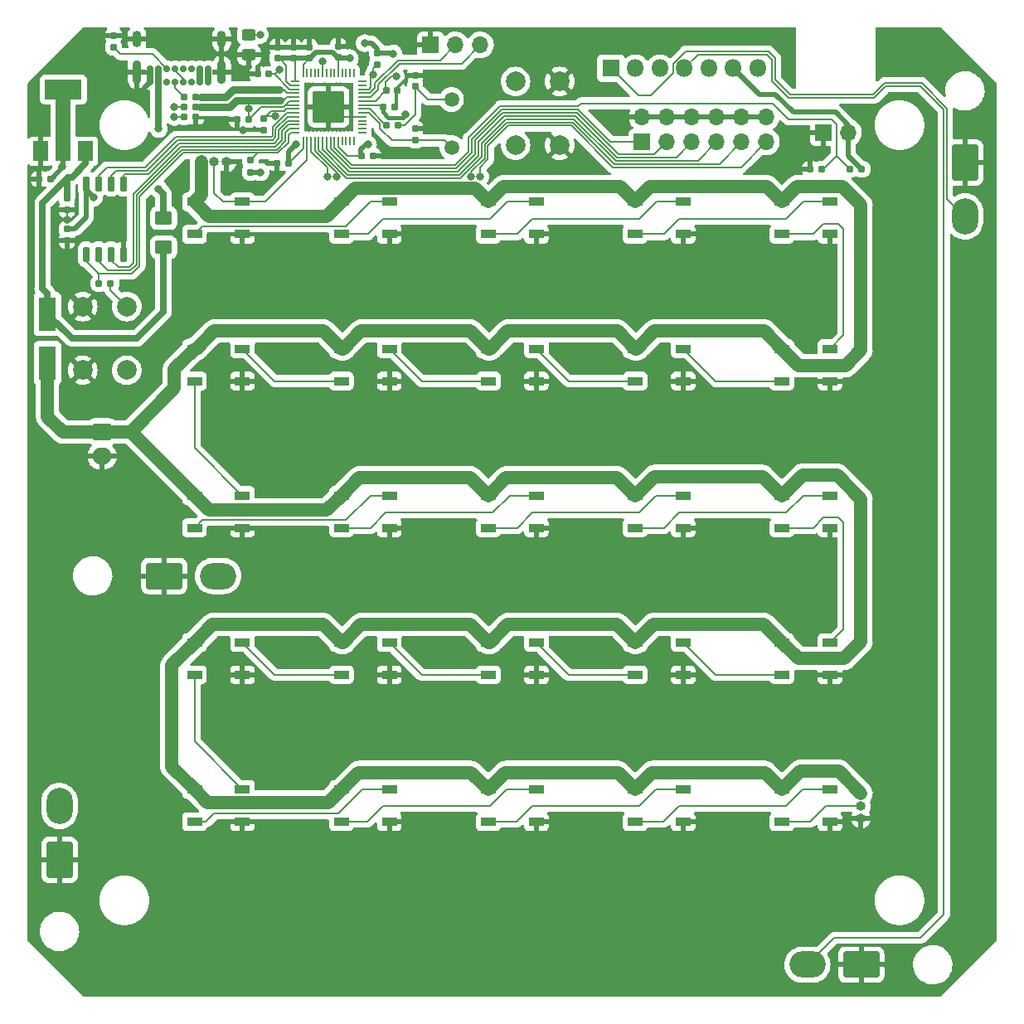
<source format=gtl>
%TF.GenerationSoftware,KiCad,Pcbnew,(6.0.8)*%
%TF.CreationDate,2023-02-13T15:08:46-07:00*%
%TF.ProjectId,Panel,50616e65-6c2e-46b6-9963-61645f706362,rev?*%
%TF.SameCoordinates,Original*%
%TF.FileFunction,Copper,L1,Top*%
%TF.FilePolarity,Positive*%
%FSLAX46Y46*%
G04 Gerber Fmt 4.6, Leading zero omitted, Abs format (unit mm)*
G04 Created by KiCad (PCBNEW (6.0.8)) date 2023-02-13 15:08:46*
%MOMM*%
%LPD*%
G01*
G04 APERTURE LIST*
G04 Aperture macros list*
%AMRoundRect*
0 Rectangle with rounded corners*
0 $1 Rounding radius*
0 $2 $3 $4 $5 $6 $7 $8 $9 X,Y pos of 4 corners*
0 Add a 4 corners polygon primitive as box body*
4,1,4,$2,$3,$4,$5,$6,$7,$8,$9,$2,$3,0*
0 Add four circle primitives for the rounded corners*
1,1,$1+$1,$2,$3*
1,1,$1+$1,$4,$5*
1,1,$1+$1,$6,$7*
1,1,$1+$1,$8,$9*
0 Add four rect primitives between the rounded corners*
20,1,$1+$1,$2,$3,$4,$5,0*
20,1,$1+$1,$4,$5,$6,$7,0*
20,1,$1+$1,$6,$7,$8,$9,0*
20,1,$1+$1,$8,$9,$2,$3,0*%
G04 Aperture macros list end*
%TA.AperFunction,SMDPad,CuDef*%
%ADD10R,1.500000X2.000000*%
%TD*%
%TA.AperFunction,SMDPad,CuDef*%
%ADD11R,3.800000X2.000000*%
%TD*%
%TA.AperFunction,ComponentPad*%
%ADD12R,1.700000X1.700000*%
%TD*%
%TA.AperFunction,ComponentPad*%
%ADD13O,1.700000X1.700000*%
%TD*%
%TA.AperFunction,SMDPad,CuDef*%
%ADD14R,1.500000X0.900000*%
%TD*%
%TA.AperFunction,SMDPad,CuDef*%
%ADD15RoundRect,0.150000X0.150000X-0.650000X0.150000X0.650000X-0.150000X0.650000X-0.150000X-0.650000X0*%
%TD*%
%TA.AperFunction,SMDPad,CuDef*%
%ADD16RoundRect,0.160000X0.197500X0.160000X-0.197500X0.160000X-0.197500X-0.160000X0.197500X-0.160000X0*%
%TD*%
%TA.AperFunction,ComponentPad*%
%ADD17C,0.700000*%
%TD*%
%TA.AperFunction,ComponentPad*%
%ADD18O,0.900000X1.700000*%
%TD*%
%TA.AperFunction,ComponentPad*%
%ADD19O,0.900000X2.400000*%
%TD*%
%TA.AperFunction,SMDPad,CuDef*%
%ADD20RoundRect,0.250001X-0.624999X0.462499X-0.624999X-0.462499X0.624999X-0.462499X0.624999X0.462499X0*%
%TD*%
%TA.AperFunction,SMDPad,CuDef*%
%ADD21RoundRect,0.160000X-0.160000X0.197500X-0.160000X-0.197500X0.160000X-0.197500X0.160000X0.197500X0*%
%TD*%
%TA.AperFunction,ComponentPad*%
%ADD22C,2.000000*%
%TD*%
%TA.AperFunction,SMDPad,CuDef*%
%ADD23RoundRect,0.155000X-0.155000X0.212500X-0.155000X-0.212500X0.155000X-0.212500X0.155000X0.212500X0*%
%TD*%
%TA.AperFunction,SMDPad,CuDef*%
%ADD24R,1.800000X3.500000*%
%TD*%
%TA.AperFunction,ComponentPad*%
%ADD25RoundRect,0.250001X1.099999X1.599999X-1.099999X1.599999X-1.099999X-1.599999X1.099999X-1.599999X0*%
%TD*%
%TA.AperFunction,ComponentPad*%
%ADD26O,2.700000X3.700000*%
%TD*%
%TA.AperFunction,SMDPad,CuDef*%
%ADD27RoundRect,0.155000X0.155000X-0.212500X0.155000X0.212500X-0.155000X0.212500X-0.155000X-0.212500X0*%
%TD*%
%TA.AperFunction,SMDPad,CuDef*%
%ADD28RoundRect,0.155000X0.212500X0.155000X-0.212500X0.155000X-0.212500X-0.155000X0.212500X-0.155000X0*%
%TD*%
%TA.AperFunction,SMDPad,CuDef*%
%ADD29RoundRect,0.155000X-0.212500X-0.155000X0.212500X-0.155000X0.212500X0.155000X-0.212500X0.155000X0*%
%TD*%
%TA.AperFunction,SMDPad,CuDef*%
%ADD30RoundRect,0.160000X0.160000X-0.197500X0.160000X0.197500X-0.160000X0.197500X-0.160000X-0.197500X0*%
%TD*%
%TA.AperFunction,ComponentPad*%
%ADD31R,1.800000X1.800000*%
%TD*%
%TA.AperFunction,ComponentPad*%
%ADD32O,1.800000X1.800000*%
%TD*%
%TA.AperFunction,SMDPad,CuDef*%
%ADD33RoundRect,0.250000X0.450000X-0.325000X0.450000X0.325000X-0.450000X0.325000X-0.450000X-0.325000X0*%
%TD*%
%TA.AperFunction,SMDPad,CuDef*%
%ADD34RoundRect,0.050000X0.050000X-0.387500X0.050000X0.387500X-0.050000X0.387500X-0.050000X-0.387500X0*%
%TD*%
%TA.AperFunction,SMDPad,CuDef*%
%ADD35RoundRect,0.050000X0.387500X-0.050000X0.387500X0.050000X-0.387500X0.050000X-0.387500X-0.050000X0*%
%TD*%
%TA.AperFunction,ComponentPad*%
%ADD36C,0.600000*%
%TD*%
%TA.AperFunction,SMDPad,CuDef*%
%ADD37RoundRect,0.144000X1.456000X-1.456000X1.456000X1.456000X-1.456000X1.456000X-1.456000X-1.456000X0*%
%TD*%
%TA.AperFunction,ComponentPad*%
%ADD38C,1.500000*%
%TD*%
%TA.AperFunction,ComponentPad*%
%ADD39R,1.000000X1.000000*%
%TD*%
%TA.AperFunction,ComponentPad*%
%ADD40O,1.000000X1.000000*%
%TD*%
%TA.AperFunction,ComponentPad*%
%ADD41RoundRect,0.250001X1.599999X-1.099999X1.599999X1.099999X-1.599999X1.099999X-1.599999X-1.099999X0*%
%TD*%
%TA.AperFunction,ComponentPad*%
%ADD42O,3.700000X2.700000*%
%TD*%
%TA.AperFunction,ComponentPad*%
%ADD43RoundRect,0.250001X-1.099999X-1.599999X1.099999X-1.599999X1.099999X1.599999X-1.099999X1.599999X0*%
%TD*%
%TA.AperFunction,ComponentPad*%
%ADD44RoundRect,0.250001X-1.599999X1.099999X-1.599999X-1.099999X1.599999X-1.099999X1.599999X1.099999X0*%
%TD*%
%TA.AperFunction,ComponentPad*%
%ADD45RoundRect,0.250000X-0.750000X0.600000X-0.750000X-0.600000X0.750000X-0.600000X0.750000X0.600000X0*%
%TD*%
%TA.AperFunction,ComponentPad*%
%ADD46O,2.000000X1.700000*%
%TD*%
%TA.AperFunction,SMDPad,CuDef*%
%ADD47RoundRect,0.160000X-0.197500X-0.160000X0.197500X-0.160000X0.197500X0.160000X-0.197500X0.160000X0*%
%TD*%
%TA.AperFunction,ViaPad*%
%ADD48C,0.800000*%
%TD*%
%TA.AperFunction,Conductor*%
%ADD49C,0.200000*%
%TD*%
%TA.AperFunction,Conductor*%
%ADD50C,0.500000*%
%TD*%
%TA.AperFunction,Conductor*%
%ADD51C,0.300000*%
%TD*%
%TA.AperFunction,Conductor*%
%ADD52C,0.650000*%
%TD*%
%TA.AperFunction,Conductor*%
%ADD53C,0.450000*%
%TD*%
%TA.AperFunction,Conductor*%
%ADD54C,1.500000*%
%TD*%
%TA.AperFunction,Conductor*%
%ADD55C,0.750000*%
%TD*%
%TA.AperFunction,Conductor*%
%ADD56C,1.370000*%
%TD*%
G04 APERTURE END LIST*
D10*
%TO.P,U3,1,GND*%
%TO.N,GND*%
X81850200Y-63195600D03*
%TO.P,U3,2,VO*%
%TO.N,+3V3*%
X84150200Y-63195600D03*
D11*
X84150200Y-56895600D03*
D10*
%TO.P,U3,3,VI*%
%TO.N,+5V*%
X86450200Y-63195600D03*
%TD*%
D12*
%TO.P,J10,1,Pin_1*%
%TO.N,GND*%
X161793000Y-61271000D03*
D13*
%TO.P,J10,2,Pin_2*%
%TO.N,LIGHT EN*%
X164333000Y-61271000D03*
%TD*%
D14*
%TO.P,D5,1,VDD*%
%TO.N,Ext 5V*%
X97550000Y-128350000D03*
%TO.P,D5,2,DOUT*%
%TO.N,Net-(D10-Pad4)*%
X97550000Y-131650000D03*
%TO.P,D5,3,VSS*%
%TO.N,GND*%
X102450000Y-131650000D03*
%TO.P,D5,4,DIN*%
%TO.N,Net-(D4-Pad2)*%
X102450000Y-128350000D03*
%TD*%
D15*
%TO.P,U1,1,~{CS}*%
%TO.N,QSPI_SS*%
X86487000Y-73704000D03*
%TO.P,U1,2,DO(IO1)*%
%TO.N,QSPI_SD1*%
X87757000Y-73704000D03*
%TO.P,U1,3,IO2*%
%TO.N,QSPI_SD2*%
X89027000Y-73704000D03*
%TO.P,U1,4,GND*%
%TO.N,GND*%
X90297000Y-73704000D03*
%TO.P,U1,5,DI(IO0)*%
%TO.N,QSPI_SD0*%
X90297000Y-66504000D03*
%TO.P,U1,6,CLK*%
%TO.N,QSPI_SCLK*%
X89027000Y-66504000D03*
%TO.P,U1,7,IO3*%
%TO.N,QSPI_SD3*%
X87757000Y-66504000D03*
%TO.P,U1,8,VCC*%
%TO.N,+3V3*%
X86487000Y-66504000D03*
%TD*%
D14*
%TO.P,D18,1,VDD*%
%TO.N,Ext 5V*%
X142550000Y-83350000D03*
%TO.P,D18,2,DOUT*%
%TO.N,Net-(D13-Pad4)*%
X142550000Y-86650000D03*
%TO.P,D18,3,VSS*%
%TO.N,GND*%
X147450000Y-86650000D03*
%TO.P,D18,4,DIN*%
%TO.N,Net-(D18-Pad4)*%
X147450000Y-83350000D03*
%TD*%
%TO.P,D1,1,VDD*%
%TO.N,Ext 5V*%
X97550000Y-68350000D03*
%TO.P,D1,2,DOUT*%
%TO.N,Net-(D1-Pad2)*%
X97550000Y-71650000D03*
%TO.P,D1,3,VSS*%
%TO.N,GND*%
X102450000Y-71650000D03*
%TO.P,D1,4,DIN*%
%TO.N,GPIO0*%
X102450000Y-68350000D03*
%TD*%
D16*
%TO.P,R9,1*%
%TO.N,LIGHT EN*%
X165697500Y-65015626D03*
%TO.P,R9,2*%
%TO.N,GPIO7*%
X164502500Y-65015626D03*
%TD*%
D17*
%TO.P,J2,A1,GND*%
%TO.N,GND*%
X98975000Y-56095000D03*
%TO.P,J2,A4,VBUS*%
%TO.N,Net-(J2-PadA4)*%
X98125000Y-56095000D03*
%TO.P,J2,A5,CC1*%
%TO.N,Net-(J2-PadA5)*%
X97275000Y-56095000D03*
%TO.P,J2,A6,D+*%
%TO.N,USB D+*%
X96425000Y-56095000D03*
%TO.P,J2,A7,D-*%
%TO.N,USB D-*%
X95575000Y-56095000D03*
%TO.P,J2,A8,SBU1*%
%TO.N,unconnected-(J2-PadA8)*%
X94725000Y-56095000D03*
%TO.P,J2,A9,VBUS*%
%TO.N,Net-(J2-PadA4)*%
X93875000Y-56095000D03*
%TO.P,J2,A12,GND*%
%TO.N,GND*%
X93025000Y-56095000D03*
%TO.P,J2,B1,GND*%
X93025000Y-54745000D03*
%TO.P,J2,B4,VBUS*%
%TO.N,Net-(J2-PadA4)*%
X93875000Y-54745000D03*
%TO.P,J2,B5,CC2*%
%TO.N,Net-(J2-PadB5)*%
X94725000Y-54745000D03*
%TO.P,J2,B6,D+*%
%TO.N,USB D+*%
X95575000Y-54745000D03*
%TO.P,J2,B7,D-*%
%TO.N,USB D-*%
X96425000Y-54745000D03*
%TO.P,J2,B8,SBU2*%
%TO.N,unconnected-(J2-PadB8)*%
X97275000Y-54745000D03*
%TO.P,J2,B9,VBUS*%
%TO.N,Net-(J2-PadA4)*%
X98125000Y-54745000D03*
%TO.P,J2,B12,GND*%
%TO.N,GND*%
X98975000Y-54745000D03*
D18*
%TO.P,J2,S1,SHIELD*%
X91675000Y-51735000D03*
X100325000Y-51735000D03*
D19*
X91675000Y-55115000D03*
X100325000Y-55115000D03*
%TD*%
D20*
%TO.P,F1,1*%
%TO.N,Net-(J2-PadA4)*%
X94400000Y-70012500D03*
%TO.P,F1,2*%
%TO.N,+5V*%
X94400000Y-72987500D03*
%TD*%
D14*
%TO.P,D12,1,VDD*%
%TO.N,Ext 5V*%
X127550000Y-68350000D03*
%TO.P,D12,2,DOUT*%
%TO.N,Net-(D12-Pad2)*%
X127550000Y-71650000D03*
%TO.P,D12,3,VSS*%
%TO.N,GND*%
X132450000Y-71650000D03*
%TO.P,D12,4,DIN*%
%TO.N,Net-(D12-Pad4)*%
X132450000Y-68350000D03*
%TD*%
%TO.P,D19,1,VDD*%
%TO.N,Ext 5V*%
X142550000Y-98350000D03*
%TO.P,D19,2,DOUT*%
%TO.N,Net-(D19-Pad2)*%
X142550000Y-101650000D03*
%TO.P,D19,3,VSS*%
%TO.N,GND*%
X147450000Y-101650000D03*
%TO.P,D19,4,DIN*%
%TO.N,Net-(D14-Pad2)*%
X147450000Y-98350000D03*
%TD*%
%TO.P,D4,1,VDD*%
%TO.N,Ext 5V*%
X97550000Y-113350000D03*
%TO.P,D4,2,DOUT*%
%TO.N,Net-(D4-Pad2)*%
X97550000Y-116650000D03*
%TO.P,D4,3,VSS*%
%TO.N,GND*%
X102450000Y-116650000D03*
%TO.P,D4,4,DIN*%
%TO.N,Net-(D4-Pad4)*%
X102450000Y-113350000D03*
%TD*%
D21*
%TO.P,R2,1*%
%TO.N,+3V3*%
X116230400Y-53123500D03*
%TO.P,R2,2*%
%TO.N,RUN*%
X116230400Y-54318500D03*
%TD*%
D22*
%TO.P,SW2,1,1*%
%TO.N,RUN*%
X130338000Y-56059000D03*
X130338000Y-62559000D03*
%TO.P,SW2,2,2*%
%TO.N,GND*%
X134838000Y-56059000D03*
X134838000Y-62559000D03*
%TD*%
D14*
%TO.P,D21,1,VDD*%
%TO.N,Ext 5V*%
X142550000Y-128350000D03*
%TO.P,D21,2,DOUT*%
%TO.N,Net-(D21-Pad2)*%
X142550000Y-131650000D03*
%TO.P,D21,3,VSS*%
%TO.N,GND*%
X147450000Y-131650000D03*
%TO.P,D21,4,DIN*%
%TO.N,Net-(D16-Pad2)*%
X147450000Y-128350000D03*
%TD*%
%TO.P,D9,1,VDD*%
%TO.N,Ext 5V*%
X112550000Y-113350000D03*
%TO.P,D9,2,DOUT*%
%TO.N,Net-(D4-Pad4)*%
X112550000Y-116650000D03*
%TO.P,D9,3,VSS*%
%TO.N,GND*%
X117450000Y-116650000D03*
%TO.P,D9,4,DIN*%
%TO.N,Net-(D15-Pad2)*%
X117450000Y-113350000D03*
%TD*%
D23*
%TO.P,C10,1*%
%TO.N,GND*%
X120091200Y-60900500D03*
%TO.P,C10,2*%
%TO.N,XIN*%
X120091200Y-62035500D03*
%TD*%
D12*
%TO.P,J4,1,Pin_1*%
%TO.N,GPIO6*%
X143256000Y-62235000D03*
D13*
%TO.P,J4,2,Pin_2*%
%TO.N,GND*%
X143256000Y-59695000D03*
%TO.P,J4,3,Pin_3*%
%TO.N,GPIO5*%
X145796000Y-62235000D03*
%TO.P,J4,4,Pin_4*%
%TO.N,GND*%
X145796000Y-59695000D03*
%TO.P,J4,5,Pin_5*%
%TO.N,GPIO4*%
X148336000Y-62235000D03*
%TO.P,J4,6,Pin_6*%
%TO.N,GND*%
X148336000Y-59695000D03*
%TO.P,J4,7,Pin_7*%
%TO.N,GPIO3*%
X150876000Y-62235000D03*
%TO.P,J4,8,Pin_8*%
%TO.N,GND*%
X150876000Y-59695000D03*
%TO.P,J4,9,Pin_9*%
%TO.N,GPIO2*%
X153416000Y-62235000D03*
%TO.P,J4,10,Pin_10*%
%TO.N,GND*%
X153416000Y-59695000D03*
%TO.P,J4,11,Pin_11*%
%TO.N,GPIO1*%
X155956000Y-62235000D03*
%TO.P,J4,12,Pin_12*%
%TO.N,GND*%
X155956000Y-59695000D03*
%TD*%
D24*
%TO.P,D27,1,K*%
%TO.N,+5V*%
X82550000Y-79796000D03*
%TO.P,D27,2,A*%
%TO.N,Ext 5V*%
X82550000Y-84796000D03*
%TD*%
D14*
%TO.P,D23,1,VDD*%
%TO.N,Ext 5V*%
X157550000Y-83350000D03*
%TO.P,D23,2,DOUT*%
%TO.N,Net-(D18-Pad4)*%
X157550000Y-86650000D03*
%TO.P,D23,3,VSS*%
%TO.N,GND*%
X162450000Y-86650000D03*
%TO.P,D23,4,DIN*%
%TO.N,Net-(D22-Pad2)*%
X162450000Y-83350000D03*
%TD*%
D25*
%TO.P,J8,1,Pin_1*%
%TO.N,GND*%
X83769200Y-135549600D03*
D26*
%TO.P,J8,2,Pin_2*%
%TO.N,SENSOR 3*%
X83769200Y-130049600D03*
%TD*%
D14*
%TO.P,D3,1,VDD*%
%TO.N,Ext 5V*%
X97550000Y-98350000D03*
%TO.P,D3,2,DOUT*%
%TO.N,Net-(D3-Pad2)*%
X97550000Y-101650000D03*
%TO.P,D3,3,VSS*%
%TO.N,GND*%
X102450000Y-101650000D03*
%TO.P,D3,4,DIN*%
%TO.N,Net-(D2-Pad2)*%
X102450000Y-98350000D03*
%TD*%
%TO.P,D13,1,VDD*%
%TO.N,Ext 5V*%
X127550000Y-83350000D03*
%TO.P,D13,2,DOUT*%
%TO.N,Net-(D13-Pad2)*%
X127550000Y-86650000D03*
%TO.P,D13,3,VSS*%
%TO.N,GND*%
X132450000Y-86650000D03*
%TO.P,D13,4,DIN*%
%TO.N,Net-(D13-Pad4)*%
X132450000Y-83350000D03*
%TD*%
D16*
%TO.P,R10,1*%
%TO.N,GPIO7*%
X161633500Y-65015626D03*
%TO.P,R10,2*%
%TO.N,GND*%
X160438500Y-65015626D03*
%TD*%
D23*
%TO.P,C11,1*%
%TO.N,GND*%
X120091200Y-55414100D03*
%TO.P,C11,2*%
%TO.N,Net-(C11-Pad2)*%
X120091200Y-56549100D03*
%TD*%
D14*
%TO.P,D16,1,VDD*%
%TO.N,Ext 5V*%
X127550000Y-128350000D03*
%TO.P,D16,2,DOUT*%
%TO.N,Net-(D16-Pad2)*%
X127550000Y-131650000D03*
%TO.P,D16,3,VSS*%
%TO.N,GND*%
X132450000Y-131650000D03*
%TO.P,D16,4,DIN*%
%TO.N,Net-(D10-Pad2)*%
X132450000Y-128350000D03*
%TD*%
D27*
%TO.P,C7,1*%
%TO.N,+3V3*%
X109270800Y-53704300D03*
%TO.P,C7,2*%
%TO.N,GND*%
X109270800Y-52569300D03*
%TD*%
D28*
%TO.P,C5,1*%
%TO.N,+3V3*%
X107120500Y-64389000D03*
%TO.P,C5,2*%
%TO.N,GND*%
X105985500Y-64389000D03*
%TD*%
D14*
%TO.P,D20,1,VDD*%
%TO.N,Ext 5V*%
X142550000Y-113350000D03*
%TO.P,D20,2,DOUT*%
%TO.N,Net-(D15-Pad4)*%
X142550000Y-116650000D03*
%TO.P,D20,3,VSS*%
%TO.N,GND*%
X147450000Y-116650000D03*
%TO.P,D20,4,DIN*%
%TO.N,Net-(D20-Pad4)*%
X147450000Y-113350000D03*
%TD*%
D21*
%TO.P,R7,1*%
%TO.N,GND*%
X89276871Y-51362500D03*
%TO.P,R7,2*%
%TO.N,Net-(J2-PadB5)*%
X89276871Y-52557500D03*
%TD*%
D14*
%TO.P,D15,1,VDD*%
%TO.N,Ext 5V*%
X127550000Y-113350000D03*
%TO.P,D15,2,DOUT*%
%TO.N,Net-(D15-Pad2)*%
X127550000Y-116650000D03*
%TO.P,D15,3,VSS*%
%TO.N,GND*%
X132450000Y-116650000D03*
%TO.P,D15,4,DIN*%
%TO.N,Net-(D15-Pad4)*%
X132450000Y-113350000D03*
%TD*%
%TO.P,D26,1,VDD*%
%TO.N,Ext 5V*%
X157550000Y-128350000D03*
%TO.P,D26,2,DOUT*%
%TO.N,Net-(D26-Pad2)*%
X157550000Y-131650000D03*
%TO.P,D26,3,VSS*%
%TO.N,GND*%
X162450000Y-131650000D03*
%TO.P,D26,4,DIN*%
%TO.N,Net-(D21-Pad2)*%
X162450000Y-128350000D03*
%TD*%
D29*
%TO.P,C12,1*%
%TO.N,+3V3*%
X114621500Y-63677800D03*
%TO.P,C12,2*%
%TO.N,GND*%
X115756500Y-63677800D03*
%TD*%
D14*
%TO.P,D17,1,VDD*%
%TO.N,Ext 5V*%
X142550000Y-68350000D03*
%TO.P,D17,2,DOUT*%
%TO.N,Net-(D17-Pad2)*%
X142550000Y-71650000D03*
%TO.P,D17,3,VSS*%
%TO.N,GND*%
X147450000Y-71650000D03*
%TO.P,D17,4,DIN*%
%TO.N,Net-(D12-Pad2)*%
X147450000Y-68350000D03*
%TD*%
D16*
%TO.P,R8,1*%
%TO.N,Net-(C11-Pad2)*%
X118301100Y-60502800D03*
%TO.P,R8,2*%
%TO.N,XOUT*%
X117106100Y-60502800D03*
%TD*%
D30*
%TO.P,R3,1*%
%TO.N,+3V3*%
X103275000Y-65322500D03*
%TO.P,R3,2*%
%TO.N,QSPI_SS*%
X103275000Y-64127500D03*
%TD*%
D31*
%TO.P,J5,1,Pin_1*%
%TO.N,SENSOR 1*%
X140074000Y-54712000D03*
D32*
%TO.P,J5,2,Pin_2*%
%TO.N,SENSOR 3*%
X142574000Y-54712000D03*
%TO.P,J5,3,Pin_3*%
%TO.N,SENSOR 4*%
X145074000Y-54712000D03*
%TO.P,J5,4,Pin_4*%
%TO.N,SENSOR 2*%
X147574000Y-54712000D03*
%TO.P,J5,5,Pin_5*%
%TO.N,unconnected-(J5-Pad5)*%
X150074000Y-54712000D03*
%TO.P,J5,6,Pin_6*%
%TO.N,LIGHT EN*%
X152574000Y-54712000D03*
%TO.P,J5,7,Pin_7*%
%TO.N,GND*%
X155074000Y-54712000D03*
%TD*%
D28*
%TO.P,C3,1*%
%TO.N,+1V1*%
X105150657Y-55321200D03*
%TO.P,C3,2*%
%TO.N,GND*%
X104015657Y-55321200D03*
%TD*%
D29*
%TO.P,C2,1*%
%TO.N,+1V1*%
X117136100Y-56997600D03*
%TO.P,C2,2*%
%TO.N,GND*%
X118271100Y-56997600D03*
%TD*%
D33*
%TO.P,D28,1,K*%
%TO.N,GND*%
X103124000Y-53349000D03*
%TO.P,D28,2,A*%
%TO.N,Net-(U2-Pad37)*%
X103124000Y-51299000D03*
%TD*%
D14*
%TO.P,D8,1,VDD*%
%TO.N,Ext 5V*%
X112550000Y-98350000D03*
%TO.P,D8,2,DOUT*%
%TO.N,Net-(D14-Pad4)*%
X112550000Y-101650000D03*
%TO.P,D8,3,VSS*%
%TO.N,GND*%
X117450000Y-101650000D03*
%TO.P,D8,4,DIN*%
%TO.N,Net-(D3-Pad2)*%
X117450000Y-98350000D03*
%TD*%
%TO.P,D14,1,VDD*%
%TO.N,Ext 5V*%
X127550000Y-98350000D03*
%TO.P,D14,2,DOUT*%
%TO.N,Net-(D14-Pad2)*%
X127550000Y-101650000D03*
%TO.P,D14,3,VSS*%
%TO.N,GND*%
X132450000Y-101650000D03*
%TO.P,D14,4,DIN*%
%TO.N,Net-(D14-Pad4)*%
X132450000Y-98350000D03*
%TD*%
D22*
%TO.P,SW1,1,1*%
%TO.N,GND*%
X86142000Y-79046000D03*
X86142000Y-85546000D03*
%TO.P,SW1,2,2*%
%TO.N,Net-(R1-Pad1)*%
X90642000Y-85546000D03*
X90642000Y-79046000D03*
%TD*%
D14*
%TO.P,D7,1,VDD*%
%TO.N,Ext 5V*%
X112550000Y-83350000D03*
%TO.P,D7,2,DOUT*%
%TO.N,Net-(D2-Pad4)*%
X112550000Y-86650000D03*
%TO.P,D7,3,VSS*%
%TO.N,GND*%
X117450000Y-86650000D03*
%TO.P,D7,4,DIN*%
%TO.N,Net-(D13-Pad2)*%
X117450000Y-83350000D03*
%TD*%
D23*
%TO.P,C13,1*%
%TO.N,+5V*%
X84526188Y-68012500D03*
%TO.P,C13,2*%
%TO.N,GND*%
X84526188Y-69147500D03*
%TD*%
D27*
%TO.P,C6,1*%
%TO.N,+3V3*%
X106019600Y-53704300D03*
%TO.P,C6,2*%
%TO.N,GND*%
X106019600Y-52569300D03*
%TD*%
D34*
%TO.P,U2,1,IOVDD*%
%TO.N,+3V3*%
X108639972Y-62103000D03*
%TO.P,U2,2,GPIO0*%
%TO.N,GPIO0*%
X109039972Y-62103000D03*
%TO.P,U2,3,GPIO1*%
%TO.N,GPIO1*%
X109439972Y-62103000D03*
%TO.P,U2,4,GPIO2*%
%TO.N,GPIO2*%
X109839972Y-62103000D03*
%TO.P,U2,5,GPIO3*%
%TO.N,GPIO3*%
X110239972Y-62103000D03*
%TO.P,U2,6,GPIO4*%
%TO.N,GPIO4*%
X110639972Y-62103000D03*
%TO.P,U2,7,GPIO5*%
%TO.N,GPIO5*%
X111039972Y-62103000D03*
%TO.P,U2,8,GPIO6*%
%TO.N,GPIO6*%
X111439972Y-62103000D03*
%TO.P,U2,9,GPIO7*%
%TO.N,GPIO7*%
X111839972Y-62103000D03*
%TO.P,U2,10,IOVDD*%
%TO.N,+3V3*%
X112239972Y-62103000D03*
%TO.P,U2,11,GPIO8*%
%TO.N,unconnected-(U2-Pad11)*%
X112639972Y-62103000D03*
%TO.P,U2,12,GPIO9*%
%TO.N,unconnected-(U2-Pad12)*%
X113039972Y-62103000D03*
%TO.P,U2,13,GPIO10*%
%TO.N,unconnected-(U2-Pad13)*%
X113439972Y-62103000D03*
%TO.P,U2,14,GPIO11*%
%TO.N,unconnected-(U2-Pad14)*%
X113839972Y-62103000D03*
D35*
%TO.P,U2,15,GPIO12*%
%TO.N,unconnected-(U2-Pad15)*%
X114677472Y-61265500D03*
%TO.P,U2,16,GPIO13*%
%TO.N,unconnected-(U2-Pad16)*%
X114677472Y-60865500D03*
%TO.P,U2,17,GPIO14*%
%TO.N,unconnected-(U2-Pad17)*%
X114677472Y-60465500D03*
%TO.P,U2,18,GPIO15*%
%TO.N,unconnected-(U2-Pad18)*%
X114677472Y-60065500D03*
%TO.P,U2,19,TESTEN*%
%TO.N,GND*%
X114677472Y-59665500D03*
%TO.P,U2,20,XIN*%
%TO.N,XIN*%
X114677472Y-59265500D03*
%TO.P,U2,21,XOUT*%
%TO.N,XOUT*%
X114677472Y-58865500D03*
%TO.P,U2,22,IOVDD*%
%TO.N,+3V3*%
X114677472Y-58465500D03*
%TO.P,U2,23,DVDD*%
%TO.N,+1V1*%
X114677472Y-58065500D03*
%TO.P,U2,24,SWCLK*%
%TO.N,SWCLK*%
X114677472Y-57665500D03*
%TO.P,U2,25,SWD*%
%TO.N,SWDIO*%
X114677472Y-57265500D03*
%TO.P,U2,26,RUN*%
%TO.N,RUN*%
X114677472Y-56865500D03*
%TO.P,U2,27,GPIO16*%
%TO.N,unconnected-(U2-Pad27)*%
X114677472Y-56465500D03*
%TO.P,U2,28,GPIO17*%
%TO.N,unconnected-(U2-Pad28)*%
X114677472Y-56065500D03*
D34*
%TO.P,U2,29,GPIO18*%
%TO.N,unconnected-(U2-Pad29)*%
X113839972Y-55228000D03*
%TO.P,U2,30,GPIO19*%
%TO.N,unconnected-(U2-Pad30)*%
X113439972Y-55228000D03*
%TO.P,U2,31,GPIO20*%
%TO.N,unconnected-(U2-Pad31)*%
X113039972Y-55228000D03*
%TO.P,U2,32,GPIO21*%
%TO.N,unconnected-(U2-Pad32)*%
X112639972Y-55228000D03*
%TO.P,U2,33,IOVDD*%
%TO.N,+3V3*%
X112239972Y-55228000D03*
%TO.P,U2,34,GPIO22*%
%TO.N,unconnected-(U2-Pad34)*%
X111839972Y-55228000D03*
%TO.P,U2,35,GPIO23*%
%TO.N,unconnected-(U2-Pad35)*%
X111439972Y-55228000D03*
%TO.P,U2,36,GPIO24*%
%TO.N,unconnected-(U2-Pad36)*%
X111039972Y-55228000D03*
%TO.P,U2,37,GPIO25*%
%TO.N,Net-(U2-Pad37)*%
X110639972Y-55228000D03*
%TO.P,U2,38,GPIO26_ADC0*%
%TO.N,unconnected-(U2-Pad38)*%
X110239972Y-55228000D03*
%TO.P,U2,39,GPIO27_ADC1*%
%TO.N,unconnected-(U2-Pad39)*%
X109839972Y-55228000D03*
%TO.P,U2,40,GPIO28_ADC2*%
%TO.N,unconnected-(U2-Pad40)*%
X109439972Y-55228000D03*
%TO.P,U2,41,GPIO29_ADC3*%
%TO.N,unconnected-(U2-Pad41)*%
X109039972Y-55228000D03*
%TO.P,U2,42,IOVDD*%
%TO.N,+3V3*%
X108639972Y-55228000D03*
D35*
%TO.P,U2,43,ADC_AVDD*%
X107802472Y-56065500D03*
%TO.P,U2,44,VREG_IN*%
X107802472Y-56465500D03*
%TO.P,U2,45,VREG_VOUT*%
%TO.N,+1V1*%
X107802472Y-56865500D03*
%TO.P,U2,46,USB_DM*%
%TO.N,Net-(R5-Pad1)*%
X107802472Y-57265500D03*
%TO.P,U2,47,USB_DP*%
%TO.N,Net-(R4-Pad1)*%
X107802472Y-57665500D03*
%TO.P,U2,48,USB_VDD*%
%TO.N,+3V3*%
X107802472Y-58065500D03*
%TO.P,U2,49,IOVDD*%
X107802472Y-58465500D03*
%TO.P,U2,50,DVDD*%
%TO.N,+1V1*%
X107802472Y-58865500D03*
%TO.P,U2,51,QSPI_SD3*%
%TO.N,QSPI_SD3*%
X107802472Y-59265500D03*
%TO.P,U2,52,QSPI_SCLK*%
%TO.N,QSPI_SCLK*%
X107802472Y-59665500D03*
%TO.P,U2,53,QSPI_SD0*%
%TO.N,QSPI_SD0*%
X107802472Y-60065500D03*
%TO.P,U2,54,QSPI_SD2*%
%TO.N,QSPI_SD2*%
X107802472Y-60465500D03*
%TO.P,U2,55,QSPI_SD1*%
%TO.N,QSPI_SD1*%
X107802472Y-60865500D03*
%TO.P,U2,56,QSPI_SS*%
%TO.N,QSPI_SS*%
X107802472Y-61265500D03*
D36*
%TO.P,U2,57,GND*%
%TO.N,GND*%
X111239972Y-58665500D03*
X109964972Y-58665500D03*
X112514972Y-58665500D03*
X111239972Y-59940500D03*
X109964972Y-59940500D03*
D37*
X111239972Y-58665500D03*
D36*
X109964972Y-57390500D03*
X111239972Y-57390500D03*
X112514972Y-57390500D03*
X112514972Y-59940500D03*
%TD*%
D16*
%TO.P,R1,1*%
%TO.N,Net-(R1-Pad1)*%
X88989500Y-76708000D03*
%TO.P,R1,2*%
%TO.N,QSPI_SS*%
X87794500Y-76708000D03*
%TD*%
D27*
%TO.P,C8,1*%
%TO.N,+3V3*%
X112217200Y-53602700D03*
%TO.P,C8,2*%
%TO.N,GND*%
X112217200Y-52467700D03*
%TD*%
D38*
%TO.P,Y1,1,1*%
%TO.N,Net-(C11-Pad2)*%
X123799600Y-57900400D03*
%TO.P,Y1,2,2*%
%TO.N,XIN*%
X123799600Y-62780400D03*
%TD*%
D14*
%TO.P,D6,1,VDD*%
%TO.N,Ext 5V*%
X112550000Y-68350000D03*
%TO.P,D6,2,DOUT*%
%TO.N,Net-(D12-Pad4)*%
X112550000Y-71650000D03*
%TO.P,D6,3,VSS*%
%TO.N,GND*%
X117450000Y-71650000D03*
%TO.P,D6,4,DIN*%
%TO.N,Net-(D1-Pad2)*%
X117450000Y-68350000D03*
%TD*%
D27*
%TO.P,C15,1*%
%TO.N,+3V3*%
X107645200Y-53704300D03*
%TO.P,C15,2*%
%TO.N,GND*%
X107645200Y-52569300D03*
%TD*%
D16*
%TO.P,R5,1*%
%TO.N,Net-(R5-Pad1)*%
X97701700Y-57683400D03*
%TO.P,R5,2*%
%TO.N,USB D-*%
X96506700Y-57683400D03*
%TD*%
D14*
%TO.P,D22,1,VDD*%
%TO.N,Ext 5V*%
X157550000Y-68350000D03*
%TO.P,D22,2,DOUT*%
%TO.N,Net-(D22-Pad2)*%
X157550000Y-71650000D03*
%TO.P,D22,3,VSS*%
%TO.N,GND*%
X162450000Y-71650000D03*
%TO.P,D22,4,DIN*%
%TO.N,Net-(D17-Pad2)*%
X162450000Y-68350000D03*
%TD*%
D39*
%TO.P,J12,1,Pin_1*%
%TO.N,Ext 5V*%
X98293000Y-64287400D03*
D40*
%TO.P,J12,2,Pin_2*%
%TO.N,GPIO0*%
X99563000Y-64287400D03*
%TO.P,J12,3,Pin_3*%
%TO.N,GND*%
X100833000Y-64287400D03*
%TD*%
D14*
%TO.P,D2,1,VDD*%
%TO.N,Ext 5V*%
X97550000Y-83350000D03*
%TO.P,D2,2,DOUT*%
%TO.N,Net-(D2-Pad2)*%
X97550000Y-86650000D03*
%TO.P,D2,3,VSS*%
%TO.N,GND*%
X102450000Y-86650000D03*
%TO.P,D2,4,DIN*%
%TO.N,Net-(D2-Pad4)*%
X102450000Y-83350000D03*
%TD*%
D23*
%TO.P,C4,1*%
%TO.N,+3V3*%
X84531200Y-71144200D03*
%TO.P,C4,2*%
%TO.N,GND*%
X84531200Y-72279200D03*
%TD*%
D28*
%TO.P,C9,1*%
%TO.N,+3V3*%
X103056500Y-59944000D03*
%TO.P,C9,2*%
%TO.N,GND*%
X101921500Y-59944000D03*
%TD*%
%TO.P,C16,1*%
%TO.N,+3V3*%
X82840588Y-66022100D03*
%TO.P,C16,2*%
%TO.N,GND*%
X81705588Y-66022100D03*
%TD*%
D23*
%TO.P,C1,1*%
%TO.N,+1V1*%
X104648000Y-59884500D03*
%TO.P,C1,2*%
%TO.N,GND*%
X104648000Y-61019500D03*
%TD*%
D29*
%TO.P,C14,1*%
%TO.N,+3V3*%
X116831300Y-58674000D03*
%TO.P,C14,2*%
%TO.N,GND*%
X117966300Y-58674000D03*
%TD*%
D12*
%TO.P,J1,1,Pin_1*%
%TO.N,GND*%
X121673736Y-52324000D03*
D13*
%TO.P,J1,2,Pin_2*%
%TO.N,SWDIO*%
X124213736Y-52324000D03*
%TO.P,J1,3,Pin_3*%
%TO.N,SWCLK*%
X126753736Y-52324000D03*
%TD*%
D41*
%TO.P,J9,1,Pin_1*%
%TO.N,GND*%
X94461000Y-106553000D03*
D42*
%TO.P,J9,2,Pin_2*%
%TO.N,SENSOR 4*%
X99961000Y-106553000D03*
%TD*%
D39*
%TO.P,J11,1,Pin_1*%
%TO.N,Ext 5V*%
X165608000Y-128773000D03*
D40*
%TO.P,J11,2,Pin_2*%
%TO.N,Net-(D26-Pad2)*%
X165608000Y-130043000D03*
%TO.P,J11,3,Pin_3*%
%TO.N,GND*%
X165608000Y-131313000D03*
%TD*%
D43*
%TO.P,J6,1,Pin_1*%
%TO.N,GND*%
X176225200Y-64336600D03*
D26*
%TO.P,J6,2,Pin_2*%
%TO.N,SENSOR 1*%
X176225200Y-69836600D03*
%TD*%
D14*
%TO.P,D24,1,VDD*%
%TO.N,Ext 5V*%
X157550000Y-98350000D03*
%TO.P,D24,2,DOUT*%
%TO.N,Net-(D24-Pad2)*%
X157550000Y-101650000D03*
%TO.P,D24,3,VSS*%
%TO.N,GND*%
X162450000Y-101650000D03*
%TO.P,D24,4,DIN*%
%TO.N,Net-(D19-Pad2)*%
X162450000Y-98350000D03*
%TD*%
D44*
%TO.P,J7,1,Pin_1*%
%TO.N,GND*%
X165635000Y-146253200D03*
D42*
%TO.P,J7,2,Pin_2*%
%TO.N,SENSOR 2*%
X160135000Y-146253200D03*
%TD*%
D14*
%TO.P,D10,1,VDD*%
%TO.N,Ext 5V*%
X112550000Y-128350000D03*
%TO.P,D10,2,DOUT*%
%TO.N,Net-(D10-Pad2)*%
X112550000Y-131650000D03*
%TO.P,D10,3,VSS*%
%TO.N,GND*%
X117450000Y-131650000D03*
%TO.P,D10,4,DIN*%
%TO.N,Net-(D10-Pad4)*%
X117450000Y-128350000D03*
%TD*%
D45*
%TO.P,J3,1,Pin_1*%
%TO.N,Ext 5V*%
X88108400Y-91815600D03*
D46*
%TO.P,J3,2,Pin_2*%
%TO.N,GND*%
X88108400Y-94315600D03*
%TD*%
D14*
%TO.P,D25,1,VDD*%
%TO.N,Ext 5V*%
X157550000Y-113350000D03*
%TO.P,D25,2,DOUT*%
%TO.N,Net-(D20-Pad4)*%
X157550000Y-116650000D03*
%TO.P,D25,3,VSS*%
%TO.N,GND*%
X162450000Y-116650000D03*
%TO.P,D25,4,DIN*%
%TO.N,Net-(D24-Pad2)*%
X162450000Y-113350000D03*
%TD*%
D47*
%TO.P,R6,1*%
%TO.N,Net-(J2-PadA5)*%
X96506700Y-59664600D03*
%TO.P,R6,2*%
%TO.N,GND*%
X97701700Y-59664600D03*
%TD*%
D16*
%TO.P,R4,1*%
%TO.N,Net-(R4-Pad1)*%
X97701700Y-58674000D03*
%TO.P,R4,2*%
%TO.N,USB D+*%
X96506700Y-58674000D03*
%TD*%
D48*
%TO.N,+1V1*%
X118120500Y-55524400D03*
X105792497Y-59564497D03*
X106222800Y-54864000D03*
%TO.N,GND*%
X121996200Y-63347600D03*
X84531200Y-70140200D03*
X102481500Y-61079500D03*
X117449600Y-63347600D03*
%TO.N,+3V3*%
X113400000Y-53680000D03*
X87274400Y-67919600D03*
X115265200Y-62484000D03*
X104292400Y-65328800D03*
X117858753Y-53207253D03*
X107899200Y-62484000D03*
X114935000Y-52150000D03*
X84074000Y-64762786D03*
X119126000Y-59436000D03*
X103124000Y-58864300D03*
%TO.N,Net-(J2-PadA5)*%
X95504000Y-59664600D03*
%TO.N,USB D+*%
X95504000Y-58674000D03*
%TO.N,GPIO1*%
X126713023Y-65777500D03*
X111103739Y-65777500D03*
%TO.N,GPIO2*%
X112030242Y-65777500D03*
X125786520Y-65777500D03*
%TO.N,RUN*%
X115824000Y-55372000D03*
%TO.N,Net-(U2-Pad37)*%
X104241600Y-51308000D03*
X110642400Y-54000400D03*
%TO.N,Net-(J2-PadA4)*%
X93900000Y-60900000D03*
X93900000Y-67056000D03*
%TD*%
D49*
%TO.N,SENSOR 2*%
X162878200Y-143510000D02*
X160135000Y-146253200D01*
X171704000Y-143510000D02*
X162878200Y-143510000D01*
X174073000Y-141141000D02*
X171704000Y-143510000D01*
X174073000Y-58935448D02*
X174073000Y-141141000D01*
X171700152Y-56562600D02*
X174073000Y-58935448D01*
X168131048Y-56562600D02*
X171700152Y-56562600D01*
X158227000Y-57727000D02*
X166966648Y-57727000D01*
X156500000Y-56000000D02*
X158227000Y-57727000D01*
X166966648Y-57727000D02*
X168131048Y-56562600D01*
X156040000Y-53340000D02*
X156500000Y-53800000D01*
X156500000Y-53800000D02*
X156500000Y-56000000D01*
X148946000Y-53340000D02*
X156040000Y-53340000D01*
X147574000Y-54712000D02*
X148946000Y-53340000D01*
%TO.N,SENSOR 1*%
X174400000Y-58800000D02*
X174400000Y-68062200D01*
X171835600Y-56235600D02*
X174400000Y-58800000D01*
X167995600Y-56235600D02*
X171835600Y-56235600D01*
X166831200Y-57400000D02*
X167995600Y-56235600D01*
X158362448Y-57400000D02*
X166831200Y-57400000D01*
X156827000Y-55864552D02*
X158362448Y-57400000D01*
X147679181Y-53013000D02*
X156175448Y-53013000D01*
X146447000Y-54245181D02*
X147679181Y-53013000D01*
X146447000Y-55178819D02*
X146447000Y-54245181D01*
X156175448Y-53013000D02*
X156827000Y-53664552D01*
X156827000Y-53664552D02*
X156827000Y-55864552D01*
X174400000Y-68062200D02*
X176199800Y-69862000D01*
X144125819Y-57500000D02*
X146447000Y-55178819D01*
X140074000Y-54712000D02*
X142862000Y-57500000D01*
X142862000Y-57500000D02*
X144125819Y-57500000D01*
D50*
%TO.N,LIGHT EN*%
X158683500Y-59200000D02*
X163000000Y-59200000D01*
X163000000Y-59200000D02*
X164333000Y-60533000D01*
X164333000Y-60533000D02*
X164333000Y-61271000D01*
X156887500Y-57404000D02*
X158683500Y-59200000D01*
X155266000Y-57404000D02*
X156887500Y-57404000D01*
X152574000Y-54712000D02*
X155266000Y-57404000D01*
D49*
%TO.N,GPIO7*%
X163118800Y-63631926D02*
X164502500Y-65015626D01*
X163118800Y-60442800D02*
X163118800Y-63631926D01*
X162576000Y-59900000D02*
X163118800Y-60442800D01*
X158200000Y-59900000D02*
X162576000Y-59900000D01*
X156593000Y-58293000D02*
X158200000Y-59900000D01*
X137033000Y-58293000D02*
X156593000Y-58293000D01*
X125546000Y-63220242D02*
X125546000Y-61824552D01*
X124161242Y-64605000D02*
X125546000Y-63220242D01*
X113607688Y-64605000D02*
X124161242Y-64605000D01*
X111839972Y-62837284D02*
X113607688Y-64605000D01*
X136725000Y-58601000D02*
X137033000Y-58293000D01*
X125546000Y-61824552D02*
X128769552Y-58601000D01*
X111839972Y-62103000D02*
X111839972Y-62837284D01*
X128769552Y-58601000D02*
X136725000Y-58601000D01*
%TO.N,+1V1*%
X104648000Y-59824500D02*
X105417500Y-59055000D01*
X116008200Y-58065500D02*
X117076100Y-56997600D01*
X114677472Y-58065500D02*
X116008200Y-58065500D01*
X104908003Y-59564497D02*
X104648000Y-59824500D01*
X105792497Y-59564497D02*
X104908003Y-59564497D01*
X117076100Y-56106348D02*
X117658048Y-55524400D01*
X105685872Y-55321200D02*
X107230172Y-56865500D01*
X117076100Y-56997600D02*
X117076100Y-56106348D01*
X105685872Y-55321200D02*
X105765600Y-55321200D01*
X106900148Y-58865500D02*
X107802472Y-58865500D01*
X105765600Y-55321200D02*
X106222800Y-54864000D01*
X105210657Y-55321200D02*
X105685872Y-55321200D01*
X106710648Y-59055000D02*
X106900148Y-58865500D01*
X107230172Y-56865500D02*
X107802472Y-56865500D01*
X117658048Y-55524400D02*
X118120500Y-55524400D01*
X105417500Y-59055000D02*
X106710648Y-59055000D01*
%TO.N,GND*%
X84526188Y-69207500D02*
X84526188Y-70135188D01*
D51*
X118331100Y-56997600D02*
X118160800Y-57167900D01*
D52*
X98975000Y-56095000D02*
X98975000Y-54745000D01*
D51*
X118160800Y-57167900D02*
X118160800Y-58572400D01*
X118160800Y-58572400D02*
X118059200Y-58674000D01*
X102266000Y-61079500D02*
X101921500Y-60735000D01*
X104648000Y-61079500D02*
X102481500Y-61079500D01*
D49*
X114677472Y-59665500D02*
X112789972Y-59665500D01*
D51*
X101921500Y-60735000D02*
X101921500Y-59944000D01*
D52*
X93025000Y-56095000D02*
X93025000Y-54745000D01*
D51*
X118331100Y-56997600D02*
X118331100Y-56624100D01*
X119601100Y-55354100D02*
X120091200Y-55354100D01*
D49*
X112789972Y-59665500D02*
X112514972Y-59940500D01*
X84526188Y-70135188D02*
X84531200Y-70140200D01*
D51*
X118331100Y-56624100D02*
X119601100Y-55354100D01*
X102481500Y-61079500D02*
X102266000Y-61079500D01*
D53*
%TO.N,+3V3*%
X117297200Y-59740800D02*
X116771300Y-59214900D01*
D50*
X107180500Y-63202700D02*
X107899200Y-62484000D01*
X107746800Y-53662700D02*
X107645200Y-53764300D01*
X84140498Y-64762786D02*
X84150200Y-64772488D01*
D49*
X116562800Y-58465500D02*
X114677472Y-58465500D01*
D50*
X103275000Y-65322500D02*
X104286100Y-65322500D01*
X116230400Y-52730400D02*
X116230400Y-53123500D01*
X104286100Y-65322500D02*
X104292400Y-65328800D01*
X84150200Y-63169800D02*
X84150200Y-64772488D01*
X115650000Y-52150000D02*
X116230400Y-52730400D01*
X86487000Y-66504000D02*
X86487000Y-67132200D01*
D49*
X103116500Y-59944000D02*
X104386500Y-58674000D01*
D50*
X114561500Y-63500000D02*
X114561500Y-63086100D01*
D53*
X118872000Y-59740800D02*
X117297200Y-59740800D01*
D50*
X107585200Y-53704300D02*
X106079600Y-53704300D01*
D49*
X112239972Y-55228000D02*
X112239972Y-53685472D01*
D50*
X107180500Y-64389000D02*
X107180500Y-63202700D01*
X116230400Y-53123500D02*
X117775000Y-53123500D01*
X114935000Y-52150000D02*
X115650000Y-52150000D01*
D53*
X116771300Y-59214900D02*
X116771300Y-58674000D01*
D50*
X115087400Y-62484000D02*
X115265200Y-62484000D01*
X85329000Y-71084200D02*
X86487000Y-69926200D01*
D49*
X104386500Y-58674000D02*
X106629200Y-58674000D01*
X107797600Y-56060628D02*
X107802472Y-56065500D01*
D50*
X114561500Y-63009900D02*
X115087400Y-62484000D01*
D49*
X107367100Y-56465500D02*
X106934000Y-56032400D01*
X108639972Y-62937028D02*
X108639972Y-62103000D01*
D53*
X117775000Y-53123500D02*
X117858753Y-53207253D01*
D50*
X84150200Y-64772488D02*
X82900588Y-66022100D01*
D49*
X107802472Y-58065500D02*
X107237700Y-58065500D01*
X108639972Y-55228000D02*
X108639972Y-54344328D01*
X112239972Y-62709972D02*
X112239972Y-62103000D01*
D50*
X109949100Y-53086000D02*
X109372400Y-53662700D01*
D49*
X107797600Y-53916700D02*
X107797600Y-56060628D01*
X107180500Y-64389000D02*
X107188000Y-64389000D01*
D50*
X84531200Y-71084200D02*
X85329000Y-71084200D01*
D49*
X103116500Y-59944000D02*
X103116500Y-58871800D01*
D50*
X109169200Y-53662700D02*
X107746800Y-53662700D01*
D49*
X108639972Y-54344328D02*
X109220000Y-53764300D01*
X107802472Y-58465500D02*
X106903300Y-58465500D01*
D53*
X109372400Y-53662700D02*
X109270800Y-53764300D01*
D50*
X106079600Y-53704300D02*
X106019600Y-53764300D01*
D49*
X106934000Y-56032400D02*
X106934000Y-54406800D01*
X116771300Y-58674000D02*
X116562800Y-58465500D01*
D50*
X112217200Y-53662700D02*
X111640500Y-53086000D01*
X107645200Y-53764300D02*
X107585200Y-53704300D01*
D49*
X103116500Y-58871800D02*
X103124000Y-58864300D01*
X106934000Y-54406800D02*
X106291500Y-53764300D01*
X113207800Y-63677800D02*
X112239972Y-62709972D01*
D54*
X84150200Y-63169800D02*
X84150200Y-56895600D01*
D49*
X107802472Y-56465500D02*
X107367100Y-56465500D01*
D50*
X86487000Y-67132200D02*
X87274400Y-67919600D01*
X113400000Y-53680000D02*
X113382700Y-53662700D01*
X84074000Y-64762786D02*
X84140498Y-64762786D01*
X86487000Y-69926200D02*
X86487000Y-66504000D01*
X111640500Y-53086000D02*
X109949100Y-53086000D01*
D49*
X106629200Y-58674000D02*
X106870500Y-58432700D01*
X107645200Y-53764300D02*
X107797600Y-53916700D01*
X114383700Y-63677800D02*
X113207800Y-63677800D01*
X106903300Y-58465500D02*
X106870500Y-58432700D01*
X107237700Y-58065500D02*
X106870500Y-58432700D01*
D50*
X113382700Y-53662700D02*
X112217200Y-53662700D01*
D49*
X107188000Y-64389000D02*
X108639972Y-62937028D01*
D50*
X109270800Y-53764300D02*
X109169200Y-53662700D01*
D49*
X106291500Y-53764300D02*
X106019600Y-53764300D01*
%TO.N,XIN*%
X116484400Y-60858400D02*
X116484400Y-60401200D01*
X115348700Y-59265500D02*
X114677472Y-59265500D01*
X116484400Y-60401200D02*
X115348700Y-59265500D01*
X123799600Y-62780400D02*
X123114700Y-62095500D01*
X117721500Y-62095500D02*
X116484400Y-60858400D01*
X123114700Y-62095500D02*
X117721500Y-62095500D01*
%TO.N,Net-(C11-Pad2)*%
X119024400Y-60502800D02*
X120091200Y-59436000D01*
X120091200Y-56609100D02*
X121382500Y-57900400D01*
X120091200Y-59436000D02*
X120091200Y-56609100D01*
X118301100Y-60502800D02*
X119024400Y-60502800D01*
X121382500Y-57900400D02*
X123799600Y-57900400D01*
%TO.N,Net-(D1-Pad2)*%
X115546000Y-68350000D02*
X117450000Y-68350000D01*
X97550000Y-71650000D02*
X98334000Y-70866000D01*
X98334000Y-70866000D02*
X113030000Y-70866000D01*
X113030000Y-70866000D02*
X115546000Y-68350000D01*
%TO.N,GPIO0*%
X99563000Y-67482800D02*
X99563000Y-64287400D01*
X102450000Y-68350000D02*
X100430200Y-68350000D01*
X102450000Y-68350000D02*
X104751000Y-68350000D01*
X109039972Y-64061028D02*
X109039972Y-62103000D01*
X100430200Y-68350000D02*
X99563000Y-67482800D01*
X104751000Y-68350000D02*
X109039972Y-64061028D01*
%TO.N,Net-(D2-Pad2)*%
X97550000Y-93450000D02*
X102450000Y-98350000D01*
X97550000Y-86650000D02*
X97550000Y-93450000D01*
%TO.N,Net-(D2-Pad4)*%
X112550000Y-86650000D02*
X105750000Y-86650000D01*
X105750000Y-86650000D02*
X102450000Y-83350000D01*
%TO.N,Net-(D3-Pad2)*%
X113030000Y-100838000D02*
X115518000Y-98350000D01*
X115518000Y-98350000D02*
X117450000Y-98350000D01*
X97550000Y-101650000D02*
X98362000Y-100838000D01*
X98362000Y-100838000D02*
X113030000Y-100838000D01*
%TO.N,Net-(D4-Pad2)*%
X97550000Y-123450000D02*
X102450000Y-128350000D01*
X97550000Y-116650000D02*
X97550000Y-123450000D01*
%TO.N,Net-(D4-Pad4)*%
X112550000Y-116650000D02*
X105750000Y-116650000D01*
X105750000Y-116650000D02*
X102450000Y-113350000D01*
%TO.N,Net-(D10-Pad4)*%
X99568000Y-130810000D02*
X112268000Y-130810000D01*
X114728000Y-128350000D02*
X117450000Y-128350000D01*
X97550000Y-131650000D02*
X98728000Y-131650000D01*
X98728000Y-131650000D02*
X99568000Y-130810000D01*
X112268000Y-130810000D02*
X114728000Y-128350000D01*
%TO.N,Net-(D12-Pad4)*%
X116840000Y-70104000D02*
X127762000Y-70104000D01*
X129516000Y-68350000D02*
X132450000Y-68350000D01*
X127762000Y-70104000D02*
X129516000Y-68350000D01*
X112550000Y-71650000D02*
X115294000Y-71650000D01*
X115294000Y-71650000D02*
X116840000Y-70104000D01*
%TO.N,Net-(D13-Pad2)*%
X120750000Y-86650000D02*
X117450000Y-83350000D01*
X127550000Y-86650000D02*
X120750000Y-86650000D01*
%TO.N,Net-(D14-Pad4)*%
X129742000Y-98350000D02*
X132450000Y-98350000D01*
X117094000Y-100076000D02*
X128016000Y-100076000D01*
X128016000Y-100076000D02*
X129742000Y-98350000D01*
X115520000Y-101650000D02*
X117094000Y-100076000D01*
X112550000Y-101650000D02*
X115520000Y-101650000D01*
%TO.N,Net-(D15-Pad2)*%
X120750000Y-116650000D02*
X117450000Y-113350000D01*
X127550000Y-116650000D02*
X120750000Y-116650000D01*
%TO.N,Net-(D10-Pad2)*%
X127762000Y-130048000D02*
X129460000Y-128350000D01*
X116840000Y-130048000D02*
X127762000Y-130048000D01*
X129460000Y-128350000D02*
X132450000Y-128350000D01*
X112550000Y-131650000D02*
X115238000Y-131650000D01*
X115238000Y-131650000D02*
X116840000Y-130048000D01*
%TO.N,Net-(D12-Pad2)*%
X127550000Y-71650000D02*
X130534000Y-71650000D01*
X132080000Y-70104000D02*
X143002000Y-70104000D01*
X144756000Y-68350000D02*
X147450000Y-68350000D01*
X130534000Y-71650000D02*
X132080000Y-70104000D01*
X143002000Y-70104000D02*
X144756000Y-68350000D01*
%TO.N,Net-(D13-Pad4)*%
X142550000Y-86650000D02*
X135750000Y-86650000D01*
X135750000Y-86650000D02*
X132450000Y-83350000D01*
%TO.N,Net-(D14-Pad2)*%
X127550000Y-101650000D02*
X130506000Y-101650000D01*
X142966000Y-100076000D02*
X144692000Y-98350000D01*
X132080000Y-100076000D02*
X142966000Y-100076000D01*
X130506000Y-101650000D02*
X132080000Y-100076000D01*
X144692000Y-98350000D02*
X147450000Y-98350000D01*
%TO.N,Net-(D15-Pad4)*%
X142550000Y-116650000D02*
X135750000Y-116650000D01*
X135750000Y-116650000D02*
X132450000Y-113350000D01*
%TO.N,Net-(D16-Pad2)*%
X143002000Y-130048000D02*
X144700000Y-128350000D01*
X127550000Y-131650000D02*
X130478000Y-131650000D01*
X130478000Y-131650000D02*
X132080000Y-130048000D01*
X132080000Y-130048000D02*
X143002000Y-130048000D01*
X144700000Y-128350000D02*
X147450000Y-128350000D01*
%TO.N,Net-(D17-Pad2)*%
X142550000Y-71650000D02*
X145520000Y-71650000D01*
X157988000Y-70104000D02*
X159742000Y-68350000D01*
X147066000Y-70104000D02*
X157988000Y-70104000D01*
X145520000Y-71650000D02*
X147066000Y-70104000D01*
X159742000Y-68350000D02*
X162450000Y-68350000D01*
%TO.N,Net-(D18-Pad4)*%
X150750000Y-86650000D02*
X147450000Y-83350000D01*
X157550000Y-86650000D02*
X150750000Y-86650000D01*
%TO.N,Net-(D19-Pad2)*%
X157988000Y-100076000D02*
X159714000Y-98350000D01*
X142550000Y-101650000D02*
X145492000Y-101650000D01*
X145492000Y-101650000D02*
X147066000Y-100076000D01*
X159714000Y-98350000D02*
X162450000Y-98350000D01*
X147066000Y-100076000D02*
X157988000Y-100076000D01*
%TO.N,Net-(D20-Pad4)*%
X157550000Y-116650000D02*
X150750000Y-116650000D01*
X150750000Y-116650000D02*
X147450000Y-113350000D01*
%TO.N,Net-(D21-Pad2)*%
X145464000Y-131650000D02*
X147066000Y-130048000D01*
X157988000Y-130048000D02*
X159686000Y-128350000D01*
X159686000Y-128350000D02*
X162450000Y-128350000D01*
X147066000Y-130048000D02*
X157988000Y-130048000D01*
X142550000Y-131650000D02*
X145464000Y-131650000D01*
%TO.N,Net-(D22-Pad2)*%
X163322000Y-70612000D02*
X163830000Y-71120000D01*
X163830000Y-81970000D02*
X162450000Y-83350000D01*
X157550000Y-71650000D02*
X160760000Y-71650000D01*
X160760000Y-71650000D02*
X161798000Y-70612000D01*
X161798000Y-70612000D02*
X163322000Y-70612000D01*
X163830000Y-71120000D02*
X163830000Y-81970000D01*
%TO.N,Net-(D24-Pad2)*%
X160732000Y-101650000D02*
X161798000Y-100584000D01*
X157550000Y-101650000D02*
X160732000Y-101650000D01*
X163830000Y-111970000D02*
X162450000Y-113350000D01*
X163322000Y-100584000D02*
X163830000Y-101092000D01*
X161798000Y-100584000D02*
X163322000Y-100584000D01*
X163830000Y-101092000D02*
X163830000Y-111970000D01*
%TO.N,Net-(D26-Pad2)*%
X160450000Y-131650000D02*
X162052000Y-130048000D01*
X162052000Y-130048000D02*
X165603000Y-130048000D01*
X157550000Y-131650000D02*
X160450000Y-131650000D01*
X165603000Y-130048000D02*
X165608000Y-130043000D01*
%TO.N,Net-(J2-PadA5)*%
X96506700Y-59664600D02*
X95504000Y-59664600D01*
%TO.N,USB D+*%
X95575000Y-54745000D02*
X95575000Y-54963000D01*
X95504000Y-58674000D02*
X96506700Y-58674000D01*
X95575000Y-54963000D02*
X96425000Y-55813000D01*
X96425000Y-55813000D02*
X96425000Y-56095000D01*
%TO.N,USB D-*%
X95575000Y-56095000D02*
X95575000Y-56751700D01*
X95575000Y-56751700D02*
X96506700Y-57683400D01*
%TO.N,Net-(J2-PadB5)*%
X93260000Y-53280000D02*
X94725000Y-54745000D01*
X89999371Y-53280000D02*
X93260000Y-53280000D01*
X89276871Y-52557500D02*
X89999371Y-53280000D01*
%TO.N,GPIO1*%
X126713023Y-65777500D02*
X126713023Y-64827907D01*
X109439972Y-63211972D02*
X109439972Y-62103000D01*
X153383000Y-64808000D02*
X155956000Y-62235000D01*
X126713023Y-64827907D02*
X127508000Y-64032930D01*
X140246000Y-64808000D02*
X153383000Y-64808000D01*
X127508000Y-62637240D02*
X129582240Y-60563000D01*
X129582240Y-60563000D02*
X136001000Y-60563000D01*
X127508000Y-64032930D02*
X127508000Y-62637240D01*
X136001000Y-60563000D02*
X140246000Y-64808000D01*
X111103739Y-64875739D02*
X109439972Y-63211972D01*
X111103739Y-65777500D02*
X111103739Y-64875739D01*
%TO.N,GPIO2*%
X112030242Y-65339794D02*
X112030242Y-65777500D01*
X125786520Y-65777500D02*
X125786520Y-65291962D01*
X129446792Y-60236000D02*
X136182000Y-60236000D01*
X151170000Y-64481000D02*
X153416000Y-62235000D01*
X109839972Y-63149524D02*
X109839972Y-62103000D01*
X125786520Y-65291962D02*
X127181000Y-63897482D01*
X109839972Y-63149524D02*
X112030242Y-65339794D01*
X136182000Y-60236000D02*
X140427000Y-64481000D01*
X127181000Y-63897482D02*
X127181000Y-62501792D01*
X127181000Y-62501792D02*
X129446792Y-60236000D01*
X140427000Y-64481000D02*
X151170000Y-64481000D01*
%TO.N,GPIO3*%
X150876000Y-62235000D02*
X148957000Y-64154000D01*
X110239972Y-63087076D02*
X110239972Y-62103000D01*
X126854000Y-62366344D02*
X126854000Y-63762034D01*
X148957000Y-64154000D02*
X140562448Y-64154000D01*
X129311344Y-59909000D02*
X126854000Y-62366344D01*
X124703034Y-65913000D02*
X113065896Y-65913000D01*
X126854000Y-63762034D02*
X124703034Y-65913000D01*
X113065896Y-65913000D02*
X110239972Y-63087076D01*
X136317448Y-59909000D02*
X129311344Y-59909000D01*
X140562448Y-64154000D02*
X136317448Y-59909000D01*
%TO.N,GPIO4*%
X136452896Y-59582000D02*
X129175896Y-59582000D01*
X146744000Y-63827000D02*
X140697896Y-63827000D01*
X113201344Y-65586000D02*
X110639972Y-63024628D01*
X126527000Y-62230896D02*
X126527000Y-63626586D01*
X110639972Y-63024628D02*
X110639972Y-62103000D01*
X126527000Y-63626586D02*
X124567586Y-65586000D01*
X140697896Y-63827000D02*
X136452896Y-59582000D01*
X124567586Y-65586000D02*
X113201344Y-65586000D01*
X148336000Y-62235000D02*
X146744000Y-63827000D01*
X129175896Y-59582000D02*
X126527000Y-62230896D01*
%TO.N,GPIO5*%
X145796000Y-62235000D02*
X144531000Y-63500000D01*
X111039972Y-62962180D02*
X111039972Y-62103000D01*
X136588344Y-59255000D02*
X129040448Y-59255000D01*
X144531000Y-63500000D02*
X140833344Y-63500000D01*
X140833344Y-63500000D02*
X136588344Y-59255000D01*
X129040448Y-59255000D02*
X126200000Y-62095448D01*
X126200000Y-63491138D02*
X124432138Y-65259000D01*
X124432138Y-65259000D02*
X113336792Y-65259000D01*
X113336792Y-65259000D02*
X111039972Y-62962180D01*
X126200000Y-62095448D02*
X126200000Y-63491138D01*
%TO.N,GPIO6*%
X125873000Y-61960000D02*
X125873000Y-63355690D01*
X125873000Y-63355690D02*
X124296690Y-64932000D01*
X113472240Y-64932000D02*
X111439972Y-62899732D01*
X143256000Y-62235000D02*
X140030792Y-62235000D01*
X124296690Y-64932000D02*
X113472240Y-64932000D01*
X111439972Y-62899732D02*
X111439972Y-62103000D01*
X136723792Y-58928000D02*
X128905000Y-58928000D01*
X128905000Y-58928000D02*
X125873000Y-61960000D01*
X140030792Y-62235000D02*
X136723792Y-58928000D01*
%TO.N,GPIO7*%
X161755574Y-65015626D02*
X163118800Y-63652400D01*
X161633500Y-65015626D02*
X161755574Y-65015626D01*
%TO.N,Net-(R1-Pad1)*%
X88989500Y-77393500D02*
X88989500Y-76708000D01*
X90642000Y-79046000D02*
X88989500Y-77393500D01*
%TO.N,QSPI_SS*%
X104331000Y-63359000D02*
X104634000Y-63359000D01*
X91140448Y-75692000D02*
X91948000Y-74884448D01*
X107390500Y-61265500D02*
X107802472Y-61265500D01*
X107150000Y-61506000D02*
X107390500Y-61265500D01*
X104043500Y-63359000D02*
X104331000Y-63359000D01*
X86487000Y-74422000D02*
X87439500Y-75374500D01*
X87794500Y-75729500D02*
X87439500Y-75374500D01*
X91948000Y-67808344D02*
X96397344Y-63359000D01*
X87757000Y-75692000D02*
X91140448Y-75692000D01*
X104634000Y-63359000D02*
X106089240Y-63359000D01*
X91948000Y-74884448D02*
X91948000Y-67808344D01*
X87794500Y-76708000D02*
X87794500Y-75729500D01*
X96397344Y-63359000D02*
X104331000Y-63359000D01*
X106089240Y-63359000D02*
X107150000Y-62298240D01*
X87439500Y-75374500D02*
X87757000Y-75692000D01*
X107150000Y-62298240D02*
X107150000Y-61506000D01*
X103275000Y-64127500D02*
X104043500Y-63359000D01*
X86487000Y-73704000D02*
X86487000Y-74422000D01*
%TO.N,RUN*%
X115570000Y-55626000D02*
X115570000Y-56642000D01*
X115346500Y-56865500D02*
X114677472Y-56865500D01*
X115570000Y-56642000D02*
X115346500Y-56865500D01*
X115824000Y-55372000D02*
X115570000Y-55626000D01*
X115824000Y-54724900D02*
X116230400Y-54318500D01*
X115824000Y-55372000D02*
X115824000Y-54724900D01*
%TO.N,XOUT*%
X117094000Y-60502800D02*
X115456700Y-58865500D01*
X115456700Y-58865500D02*
X114677472Y-58865500D01*
X117106100Y-60502800D02*
X117094000Y-60502800D01*
%TO.N,QSPI_SD1*%
X106823000Y-62162792D02*
X105953792Y-63032000D01*
X107802472Y-60865500D02*
X107229728Y-60865500D01*
X88700000Y-75365000D02*
X87757000Y-74422000D01*
X91005000Y-75365000D02*
X88700000Y-75365000D01*
X107229728Y-60865500D02*
X106823000Y-61272228D01*
X91621000Y-74749000D02*
X91005000Y-75365000D01*
X106823000Y-61272228D02*
X106823000Y-62162792D01*
X91621000Y-67672896D02*
X91621000Y-74749000D01*
X87757000Y-74422000D02*
X87757000Y-73704000D01*
X105953792Y-63032000D02*
X96261896Y-63032000D01*
X96261896Y-63032000D02*
X91621000Y-67672896D01*
%TO.N,QSPI_SD2*%
X106496000Y-61136780D02*
X106496000Y-62027344D01*
X90869552Y-75038000D02*
X89770000Y-75038000D01*
X89027000Y-74295000D02*
X89027000Y-73704000D01*
X91294000Y-67537448D02*
X91294000Y-74613552D01*
X105818344Y-62705000D02*
X96126448Y-62705000D01*
X89770000Y-75038000D02*
X89027000Y-74295000D01*
X107802472Y-60465500D02*
X107167280Y-60465500D01*
X96126448Y-62705000D02*
X91294000Y-67537448D01*
X107167280Y-60465500D02*
X106496000Y-61136780D01*
X106496000Y-62027344D02*
X105818344Y-62705000D01*
X91294000Y-74613552D02*
X90869552Y-75038000D01*
%TO.N,QSPI_SD0*%
X90297000Y-65659000D02*
X90297000Y-66504000D01*
X95991000Y-62378000D02*
X92837000Y-65532000D01*
X92837000Y-65532000D02*
X90424000Y-65532000D01*
X105682896Y-62378000D02*
X95991000Y-62378000D01*
X106169000Y-61001332D02*
X106169000Y-61891896D01*
X107802472Y-60065500D02*
X107104832Y-60065500D01*
X90424000Y-65532000D02*
X90297000Y-65659000D01*
X107104832Y-60065500D02*
X106169000Y-61001332D01*
X106169000Y-61891896D02*
X105682896Y-62378000D01*
%TO.N,QSPI_SCLK*%
X92710000Y-65151000D02*
X89535000Y-65151000D01*
X89535000Y-65151000D02*
X89027000Y-65659000D01*
X107802472Y-59665500D02*
X107042384Y-59665500D01*
X105547448Y-62051000D02*
X95810000Y-62051000D01*
X107042384Y-59665500D02*
X105842000Y-60865884D01*
X95810000Y-62051000D02*
X92710000Y-65151000D01*
X89027000Y-65659000D02*
X89027000Y-66504000D01*
X105842000Y-60865884D02*
X105842000Y-61756448D01*
X105842000Y-61756448D02*
X105547448Y-62051000D01*
%TO.N,QSPI_SD3*%
X104034256Y-61722000D02*
X95628050Y-61722000D01*
X105515000Y-60728000D02*
X105515000Y-61621000D01*
X88592000Y-64824000D02*
X87757000Y-65659000D01*
X105515000Y-61621000D02*
X105412000Y-61724000D01*
X105412000Y-61724000D02*
X104036256Y-61724000D01*
X106977500Y-59265500D02*
X105515000Y-60728000D01*
X107802472Y-59265500D02*
X106977500Y-59265500D01*
X95628050Y-61722000D02*
X92526050Y-64824000D01*
X87757000Y-65659000D02*
X87757000Y-66504000D01*
X92526050Y-64824000D02*
X88592000Y-64824000D01*
X104036256Y-61724000D02*
X104034256Y-61722000D01*
%TO.N,Net-(R4-Pad1)*%
X107802472Y-57665500D02*
X106977300Y-57665500D01*
X97701700Y-58674000D02*
X97706400Y-58678700D01*
D55*
X98115500Y-58678700D02*
X101108608Y-58678700D01*
D49*
X106680000Y-57962800D02*
X106299000Y-57962800D01*
X97706400Y-58678700D02*
X98115500Y-58678700D01*
X106977300Y-57665500D02*
X106680000Y-57962800D01*
D55*
X101824508Y-57962800D02*
X106299000Y-57962800D01*
X101108608Y-58678700D02*
X101824508Y-57962800D01*
%TO.N,Net-(R5-Pad1)*%
X101477092Y-56896000D02*
X106248200Y-56896000D01*
X98150300Y-57678700D02*
X100694392Y-57678700D01*
D49*
X107802472Y-57265500D02*
X107024100Y-57265500D01*
X107024100Y-57265500D02*
X106654600Y-56896000D01*
D55*
X100694392Y-57678700D02*
X101477092Y-56896000D01*
D49*
X106654600Y-56896000D02*
X106248200Y-56896000D01*
X97706400Y-57678700D02*
X98150300Y-57678700D01*
X97701700Y-57683400D02*
X97706400Y-57678700D01*
D56*
%TO.N,Ext 5V*%
X91041000Y-91841000D02*
X84091000Y-91841000D01*
X127550000Y-128350000D02*
X129281000Y-126619000D01*
X142550000Y-83350000D02*
X142710000Y-83350000D01*
X111073000Y-69827000D02*
X112550000Y-68350000D01*
X99022000Y-99822000D02*
X97550000Y-98350000D01*
X112550000Y-98350000D02*
X111078000Y-99822000D01*
X144098000Y-66802000D02*
X156002000Y-66802000D01*
X97550000Y-113350000D02*
X97550000Y-113371600D01*
X97550000Y-68350000D02*
X99027000Y-69827000D01*
X129540000Y-81534000D02*
X140734000Y-81534000D01*
X129540000Y-111506000D02*
X140706000Y-111506000D01*
X159258000Y-85090000D02*
X164010000Y-85090000D01*
X140706000Y-111506000D02*
X142550000Y-113350000D01*
X97550000Y-128350000D02*
X95250000Y-126050000D01*
X155706000Y-111506000D02*
X157550000Y-113350000D01*
X112550000Y-128350000D02*
X114281000Y-126619000D01*
X144507000Y-96393000D02*
X155593000Y-96393000D01*
X127532000Y-68350000D02*
X127550000Y-68350000D01*
X110734000Y-81534000D02*
X112550000Y-83350000D01*
X159098000Y-66802000D02*
X157550000Y-68350000D01*
X142550000Y-128350000D02*
X144281000Y-126619000D01*
X97752000Y-83350000D02*
X99568000Y-81534000D01*
X97550000Y-68350000D02*
X98251000Y-67649000D01*
X98867000Y-129667000D02*
X97550000Y-128350000D01*
X155819000Y-126619000D02*
X157550000Y-128350000D01*
X159634000Y-96266000D02*
X163190000Y-96266000D01*
X114281000Y-126619000D02*
X125819000Y-126619000D01*
X165608000Y-98684000D02*
X165608000Y-113284000D01*
X112550000Y-128350000D02*
X111233000Y-129667000D01*
X142550000Y-113350000D02*
X144394000Y-111506000D01*
X163369000Y-126492000D02*
X165608000Y-128731000D01*
X144281000Y-126619000D02*
X155819000Y-126619000D01*
X157550000Y-83382000D02*
X159258000Y-85090000D01*
X114554000Y-111506000D02*
X125706000Y-111506000D01*
X98251000Y-67649000D02*
X98251000Y-64287400D01*
X156002000Y-66802000D02*
X157550000Y-68350000D01*
X127550000Y-113350000D02*
X127696000Y-113350000D01*
X144526000Y-81534000D02*
X155734000Y-81534000D01*
X155734000Y-81534000D02*
X157550000Y-83350000D01*
X112550000Y-68350000D02*
X113910500Y-66989500D01*
X163190000Y-96266000D02*
X165608000Y-98684000D01*
X140720000Y-96520000D02*
X142550000Y-98350000D01*
X112550000Y-83350000D02*
X112738000Y-83350000D01*
X144394000Y-111506000D02*
X155706000Y-111506000D01*
X159408000Y-126492000D02*
X163369000Y-126492000D01*
X157550000Y-83350000D02*
X157550000Y-83382000D01*
X129380000Y-96520000D02*
X140720000Y-96520000D01*
X99568000Y-81534000D02*
X110734000Y-81534000D01*
X114380000Y-96520000D02*
X125720000Y-96520000D01*
X165608000Y-113284000D02*
X163892000Y-115000000D01*
X127550000Y-98350000D02*
X129380000Y-96520000D01*
X91041000Y-91841000D02*
X96043800Y-96843800D01*
X155593000Y-96393000D02*
X157550000Y-98350000D01*
X126171500Y-66989500D02*
X127532000Y-68350000D01*
X165608000Y-83492000D02*
X165608000Y-68684000D01*
X110706000Y-111506000D02*
X112550000Y-113350000D01*
X127696000Y-113350000D02*
X129540000Y-111506000D01*
X91041000Y-91841000D02*
X91041000Y-91839000D01*
X140734000Y-81534000D02*
X142550000Y-83350000D01*
X142550000Y-68350000D02*
X144098000Y-66802000D01*
X112550000Y-113350000D02*
X112710000Y-113350000D01*
X127550000Y-68350000D02*
X129098000Y-66802000D01*
X95504000Y-87376000D02*
X95504000Y-85396000D01*
X142710000Y-83350000D02*
X144526000Y-81534000D01*
X95504000Y-85396000D02*
X97550000Y-83350000D01*
X91041000Y-91839000D02*
X95504000Y-87376000D01*
X140819000Y-126619000D02*
X142550000Y-128350000D01*
X97550000Y-113350000D02*
X99394000Y-111506000D01*
X95250000Y-126050000D02*
X95250000Y-115671600D01*
X125819000Y-126619000D02*
X127550000Y-128350000D01*
X164010000Y-85090000D02*
X165608000Y-83492000D01*
X127724000Y-83350000D02*
X129540000Y-81534000D01*
X99027000Y-69827000D02*
X111073000Y-69827000D01*
X113910500Y-66989500D02*
X126171500Y-66989500D01*
X111078000Y-99822000D02*
X99022000Y-99822000D01*
X112710000Y-113350000D02*
X114554000Y-111506000D01*
X163726000Y-66802000D02*
X159098000Y-66802000D01*
X157550000Y-128350000D02*
X159408000Y-126492000D01*
X142550000Y-98350000D02*
X144507000Y-96393000D01*
X129281000Y-126619000D02*
X140819000Y-126619000D01*
X97550000Y-83350000D02*
X97752000Y-83350000D01*
X159200000Y-115000000D02*
X157550000Y-113350000D01*
X141002000Y-66802000D02*
X142550000Y-68350000D01*
X125734000Y-81534000D02*
X127550000Y-83350000D01*
X125720000Y-96520000D02*
X127550000Y-98350000D01*
X157550000Y-98350000D02*
X159634000Y-96266000D01*
X129098000Y-66802000D02*
X141002000Y-66802000D01*
X82550000Y-90300000D02*
X82550000Y-84796000D01*
X96043800Y-96843800D02*
X97550000Y-98350000D01*
X114554000Y-81534000D02*
X125734000Y-81534000D01*
X127550000Y-83350000D02*
X127724000Y-83350000D01*
X112738000Y-83350000D02*
X114554000Y-81534000D01*
X111233000Y-129667000D02*
X98867000Y-129667000D01*
X97550000Y-113371600D02*
X95250000Y-115671600D01*
X165608000Y-68684000D02*
X163726000Y-66802000D01*
X112550000Y-98350000D02*
X114380000Y-96520000D01*
X99394000Y-111506000D02*
X110706000Y-111506000D01*
X125706000Y-111506000D02*
X127550000Y-113350000D01*
X84091000Y-91841000D02*
X82550000Y-90300000D01*
X163892000Y-115000000D02*
X159200000Y-115000000D01*
D50*
%TO.N,LIGHT EN*%
X164333000Y-61271000D02*
X164333000Y-63651126D01*
X164333000Y-63651126D02*
X165697500Y-65015626D01*
D49*
%TO.N,SWDIO*%
X114677472Y-57265500D02*
X115454500Y-57265500D01*
X116003000Y-56209000D02*
X118310000Y-53902000D01*
X122635736Y-53902000D02*
X124213736Y-52324000D01*
X118310000Y-53902000D02*
X122635736Y-53902000D01*
X116003000Y-56717000D02*
X116003000Y-56209000D01*
X115454500Y-57265500D02*
X116003000Y-56717000D01*
%TO.N,SWCLK*%
X115562500Y-57665500D02*
X116330000Y-56898000D01*
X124848736Y-54229000D02*
X126753736Y-52324000D01*
X114561500Y-57665500D02*
X115562500Y-57665500D01*
X116330000Y-56898000D02*
X116330000Y-56390000D01*
X116330000Y-56390000D02*
X118491000Y-54229000D01*
X118491000Y-54229000D02*
X124848736Y-54229000D01*
%TO.N,Net-(U2-Pad37)*%
X103133000Y-51308000D02*
X103124000Y-51299000D01*
X110639972Y-54002828D02*
X110642400Y-54000400D01*
X110639972Y-55228000D02*
X110639972Y-54002828D01*
X104241600Y-51308000D02*
X103133000Y-51308000D01*
D52*
%TO.N,+5V*%
X84526188Y-66022100D02*
X84672144Y-65876144D01*
X84672144Y-65876144D02*
X85022097Y-65876144D01*
X94400000Y-79590000D02*
X94400000Y-72987500D01*
X91694000Y-82296000D02*
X94400000Y-79590000D01*
X85050000Y-82296000D02*
X91694000Y-82296000D01*
X82550000Y-77724000D02*
X82042000Y-77216000D01*
X85022097Y-65876144D02*
X86450200Y-64448041D01*
X82042000Y-68506288D02*
X84672144Y-65876144D01*
X84526188Y-67952500D02*
X84526188Y-66022100D01*
X86450200Y-64448041D02*
X86450200Y-63195600D01*
X82042000Y-77216000D02*
X82042000Y-68506288D01*
X82550000Y-79796000D02*
X85050000Y-82296000D01*
X82550000Y-79796000D02*
X82550000Y-77724000D01*
%TO.N,Net-(J2-PadA4)*%
X93875000Y-56095000D02*
X93875000Y-60875000D01*
X94400000Y-67556000D02*
X94400000Y-70012500D01*
X93875000Y-60875000D02*
X93900000Y-60900000D01*
X93900000Y-67056000D02*
X94400000Y-67556000D01*
X93875000Y-54745000D02*
X93875000Y-56095000D01*
X98125000Y-54745000D02*
X98125000Y-56095000D01*
%TD*%
%TA.AperFunction,Conductor*%
%TO.N,GND*%
G36*
X88592562Y-50528502D02*
G01*
X88639055Y-50582158D01*
X88649159Y-50652432D01*
X88619665Y-50717012D01*
X88613536Y-50723595D01*
X88592711Y-50744420D01*
X88583404Y-50756289D01*
X88507516Y-50881594D01*
X88501310Y-50895339D01*
X88457234Y-51035989D01*
X88454621Y-51049036D01*
X88450815Y-51090459D01*
X88453737Y-51105336D01*
X88465631Y-51108500D01*
X90086469Y-51108500D01*
X90101014Y-51104229D01*
X90103077Y-51092096D01*
X90099120Y-51049027D01*
X90096510Y-51035994D01*
X90052432Y-50895339D01*
X90046226Y-50881594D01*
X89970338Y-50756289D01*
X89961031Y-50744420D01*
X89940206Y-50723595D01*
X89906180Y-50661283D01*
X89911245Y-50590468D01*
X89953792Y-50533632D01*
X90020312Y-50508821D01*
X90029301Y-50508500D01*
X90842162Y-50508500D01*
X90910283Y-50528502D01*
X90956776Y-50582158D01*
X90966880Y-50652432D01*
X90945375Y-50706770D01*
X90838093Y-50859987D01*
X90831892Y-50871081D01*
X90759668Y-51037980D01*
X90755829Y-51050083D01*
X90718325Y-51229600D01*
X90717085Y-51239152D01*
X90717000Y-51242384D01*
X90717000Y-51462885D01*
X90721475Y-51478124D01*
X90722865Y-51479329D01*
X90730548Y-51481000D01*
X92614885Y-51481000D01*
X92630124Y-51476525D01*
X92631329Y-51475135D01*
X92633000Y-51467452D01*
X92633000Y-51289553D01*
X92632677Y-51283178D01*
X92618918Y-51147723D01*
X92616364Y-51135283D01*
X92561984Y-50961756D01*
X92556975Y-50950068D01*
X92468813Y-50791021D01*
X92461566Y-50780594D01*
X92406629Y-50716497D01*
X92377485Y-50651758D01*
X92387969Y-50581539D01*
X92434751Y-50528136D01*
X92502298Y-50508500D01*
X99492162Y-50508500D01*
X99560283Y-50528502D01*
X99606776Y-50582158D01*
X99616880Y-50652432D01*
X99595375Y-50706770D01*
X99488093Y-50859987D01*
X99481892Y-50871081D01*
X99409668Y-51037980D01*
X99405829Y-51050083D01*
X99368325Y-51229600D01*
X99367085Y-51239152D01*
X99367000Y-51242384D01*
X99367000Y-51462885D01*
X99371475Y-51478124D01*
X99372865Y-51479329D01*
X99380548Y-51481000D01*
X101264885Y-51481000D01*
X101280124Y-51476525D01*
X101281329Y-51475135D01*
X101283000Y-51467452D01*
X101283000Y-51289553D01*
X101282677Y-51283178D01*
X101268918Y-51147723D01*
X101266364Y-51135283D01*
X101211984Y-50961756D01*
X101206975Y-50950068D01*
X101118813Y-50791021D01*
X101111566Y-50780594D01*
X101056629Y-50716497D01*
X101027485Y-50651758D01*
X101037969Y-50581539D01*
X101084751Y-50528136D01*
X101152298Y-50508500D01*
X101854695Y-50508500D01*
X101922816Y-50528502D01*
X101969309Y-50582158D01*
X101979413Y-50652432D01*
X101974289Y-50674165D01*
X101926203Y-50819139D01*
X101915500Y-50923600D01*
X101915500Y-51674400D01*
X101915837Y-51677646D01*
X101915837Y-51677650D01*
X101925702Y-51772721D01*
X101926474Y-51780166D01*
X101928655Y-51786702D01*
X101928655Y-51786704D01*
X101948086Y-51844944D01*
X101982450Y-51947946D01*
X102075522Y-52098348D01*
X102200697Y-52223305D01*
X102205235Y-52226102D01*
X102245824Y-52283353D01*
X102249054Y-52354276D01*
X102213428Y-52415687D01*
X102204932Y-52423062D01*
X102194793Y-52431098D01*
X102080261Y-52545829D01*
X102071249Y-52557240D01*
X101986184Y-52695243D01*
X101980037Y-52708424D01*
X101928862Y-52862710D01*
X101925995Y-52876086D01*
X101916328Y-52970438D01*
X101916000Y-52976855D01*
X101916000Y-53076885D01*
X101920475Y-53092124D01*
X101921865Y-53093329D01*
X101929548Y-53095000D01*
X104313884Y-53095000D01*
X104329123Y-53090525D01*
X104330328Y-53089135D01*
X104331999Y-53081452D01*
X104331999Y-52976905D01*
X104331662Y-52970386D01*
X104321743Y-52874794D01*
X104318851Y-52861400D01*
X104267412Y-52707216D01*
X104261239Y-52694038D01*
X104175937Y-52556193D01*
X104166901Y-52544792D01*
X104053172Y-52431261D01*
X104019093Y-52368978D01*
X104024053Y-52298762D01*
X105202063Y-52298762D01*
X105206075Y-52312424D01*
X105207465Y-52313629D01*
X105215148Y-52315300D01*
X105747485Y-52315300D01*
X105762724Y-52310825D01*
X105763929Y-52309435D01*
X105765600Y-52301752D01*
X105765600Y-52297185D01*
X106273600Y-52297185D01*
X106278075Y-52312424D01*
X106279465Y-52313629D01*
X106287148Y-52315300D01*
X107373085Y-52315300D01*
X107388324Y-52310825D01*
X107389529Y-52309435D01*
X107391200Y-52301752D01*
X107391200Y-52297185D01*
X107899200Y-52297185D01*
X107903675Y-52312424D01*
X107905065Y-52313629D01*
X107912748Y-52315300D01*
X108998685Y-52315300D01*
X109013924Y-52310825D01*
X109015129Y-52309435D01*
X109016800Y-52301752D01*
X109016800Y-51716142D01*
X109012529Y-51701597D01*
X109000498Y-51699552D01*
X108987712Y-51702113D01*
X108848211Y-51745829D01*
X108834466Y-51752035D01*
X108710196Y-51827296D01*
X108698327Y-51836603D01*
X108595603Y-51939327D01*
X108586296Y-51951196D01*
X108565776Y-51985078D01*
X108513378Y-52032984D01*
X108443398Y-52044957D01*
X108378054Y-52017195D01*
X108350224Y-51985078D01*
X108329704Y-51951196D01*
X108320397Y-51939327D01*
X108217673Y-51836603D01*
X108205804Y-51827296D01*
X108081534Y-51752035D01*
X108067789Y-51745829D01*
X107928288Y-51702113D01*
X107916697Y-51699791D01*
X107902365Y-51702606D01*
X107899200Y-51714502D01*
X107899200Y-52297185D01*
X107391200Y-52297185D01*
X107391200Y-51716142D01*
X107386929Y-51701597D01*
X107374898Y-51699552D01*
X107362112Y-51702113D01*
X107222611Y-51745829D01*
X107208866Y-51752035D01*
X107084596Y-51827296D01*
X107072727Y-51836603D01*
X106970003Y-51939327D01*
X106960696Y-51951196D01*
X106940176Y-51985078D01*
X106887778Y-52032984D01*
X106817798Y-52044957D01*
X106752454Y-52017195D01*
X106724624Y-51985078D01*
X106704104Y-51951196D01*
X106694797Y-51939327D01*
X106592073Y-51836603D01*
X106580204Y-51827296D01*
X106455934Y-51752035D01*
X106442189Y-51745829D01*
X106302688Y-51702113D01*
X106291097Y-51699791D01*
X106276765Y-51702606D01*
X106273600Y-51714502D01*
X106273600Y-52297185D01*
X105765600Y-52297185D01*
X105765600Y-51716142D01*
X105761329Y-51701597D01*
X105749298Y-51699552D01*
X105736512Y-51702113D01*
X105597011Y-51745829D01*
X105583266Y-51752035D01*
X105458996Y-51827296D01*
X105447127Y-51836603D01*
X105344403Y-51939327D01*
X105335096Y-51951196D01*
X105259835Y-52075466D01*
X105253629Y-52089211D01*
X105209915Y-52228704D01*
X105207302Y-52241754D01*
X105202063Y-52298762D01*
X104024053Y-52298762D01*
X104024096Y-52298158D01*
X104066593Y-52241286D01*
X104133092Y-52216417D01*
X104146113Y-52216628D01*
X104146113Y-52216500D01*
X104337087Y-52216500D01*
X104343539Y-52215128D01*
X104343544Y-52215128D01*
X104435484Y-52195585D01*
X104523888Y-52176794D01*
X104529919Y-52174109D01*
X104692322Y-52101803D01*
X104692324Y-52101802D01*
X104698352Y-52099118D01*
X104710722Y-52090131D01*
X104789377Y-52032984D01*
X104852853Y-51986866D01*
X104871069Y-51966635D01*
X104976221Y-51849852D01*
X104976222Y-51849851D01*
X104980640Y-51844944D01*
X105076127Y-51679556D01*
X105135142Y-51497928D01*
X105136138Y-51488457D01*
X105154414Y-51314565D01*
X105155104Y-51308000D01*
X105142891Y-51191800D01*
X105135832Y-51124635D01*
X105135832Y-51124633D01*
X105135142Y-51118072D01*
X105076127Y-50936444D01*
X105068712Y-50923600D01*
X104992167Y-50791021D01*
X104980640Y-50771056D01*
X104933596Y-50718809D01*
X104902880Y-50654802D01*
X104911645Y-50584349D01*
X104957108Y-50529818D01*
X105027234Y-50508500D01*
X158865500Y-50508500D01*
X158933621Y-50528502D01*
X158980114Y-50582158D01*
X158991500Y-50634500D01*
X158991500Y-56665500D01*
X158971498Y-56733621D01*
X158917842Y-56780114D01*
X158865500Y-56791500D01*
X158666687Y-56791500D01*
X158598566Y-56771498D01*
X158577592Y-56754595D01*
X157472405Y-55649408D01*
X157438379Y-55587096D01*
X157435500Y-55560313D01*
X157435500Y-53712696D01*
X157436578Y-53696250D01*
X157439673Y-53672740D01*
X157440751Y-53664552D01*
X157419838Y-53505701D01*
X157358524Y-53357676D01*
X157285478Y-53262481D01*
X157285474Y-53262477D01*
X157285471Y-53262473D01*
X157266016Y-53237118D01*
X157266013Y-53237115D01*
X157260987Y-53230565D01*
X157242990Y-53216755D01*
X157235621Y-53211100D01*
X157223230Y-53200233D01*
X156639763Y-52616766D01*
X156628896Y-52604375D01*
X156614461Y-52585563D01*
X156609435Y-52579013D01*
X156577523Y-52554526D01*
X156577520Y-52554523D01*
X156532687Y-52520121D01*
X156488877Y-52486504D01*
X156488875Y-52486503D01*
X156482324Y-52481476D01*
X156334299Y-52420162D01*
X156326112Y-52419084D01*
X156326111Y-52419084D01*
X156314906Y-52417609D01*
X156283314Y-52413450D01*
X156215333Y-52404500D01*
X156215330Y-52404500D01*
X156215322Y-52404499D01*
X156183637Y-52400328D01*
X156175448Y-52399250D01*
X156143755Y-52403422D01*
X156127312Y-52404500D01*
X147727317Y-52404500D01*
X147710874Y-52403422D01*
X147679181Y-52399250D01*
X147670992Y-52400328D01*
X147639307Y-52404499D01*
X147639298Y-52404500D01*
X147639296Y-52404500D01*
X147639290Y-52404501D01*
X147639288Y-52404501D01*
X147539724Y-52417609D01*
X147528517Y-52419084D01*
X147528515Y-52419085D01*
X147520330Y-52420162D01*
X147372305Y-52481476D01*
X147365754Y-52486503D01*
X147365752Y-52486504D01*
X147321942Y-52520121D01*
X147277109Y-52554523D01*
X147277106Y-52554526D01*
X147245194Y-52579013D01*
X147240164Y-52585568D01*
X147225729Y-52604379D01*
X147214862Y-52616770D01*
X146181600Y-53650032D01*
X146119288Y-53684058D01*
X146048473Y-53678993D01*
X146014413Y-53659819D01*
X145860177Y-53538011D01*
X145860172Y-53538008D01*
X145856123Y-53534810D01*
X145851607Y-53532317D01*
X145851604Y-53532315D01*
X145657879Y-53425373D01*
X145657875Y-53425371D01*
X145653355Y-53422876D01*
X145648486Y-53421152D01*
X145648482Y-53421150D01*
X145439903Y-53347288D01*
X145439899Y-53347287D01*
X145435028Y-53345562D01*
X145429935Y-53344655D01*
X145429932Y-53344654D01*
X145212095Y-53305851D01*
X145212089Y-53305850D01*
X145207006Y-53304945D01*
X145134096Y-53304054D01*
X144980581Y-53302179D01*
X144980579Y-53302179D01*
X144975411Y-53302116D01*
X144746464Y-53337150D01*
X144526314Y-53409106D01*
X144521726Y-53411494D01*
X144521722Y-53411496D01*
X144357138Y-53497173D01*
X144320872Y-53516052D01*
X144316739Y-53519155D01*
X144316736Y-53519157D01*
X144139790Y-53652012D01*
X144135655Y-53655117D01*
X144106559Y-53685564D01*
X143987084Y-53810588D01*
X143975639Y-53822564D01*
X143928836Y-53891174D01*
X143873927Y-53936175D01*
X143803402Y-53944346D01*
X143739655Y-53913092D01*
X143718959Y-53888609D01*
X143696577Y-53854013D01*
X143696576Y-53854012D01*
X143693764Y-53849665D01*
X143659059Y-53811524D01*
X143592585Y-53738471D01*
X143537887Y-53678358D01*
X143533836Y-53675159D01*
X143533832Y-53675155D01*
X143360177Y-53538011D01*
X143360172Y-53538008D01*
X143356123Y-53534810D01*
X143351607Y-53532317D01*
X143351604Y-53532315D01*
X143157879Y-53425373D01*
X143157875Y-53425371D01*
X143153355Y-53422876D01*
X143148486Y-53421152D01*
X143148482Y-53421150D01*
X142939903Y-53347288D01*
X142939899Y-53347287D01*
X142935028Y-53345562D01*
X142929935Y-53344655D01*
X142929932Y-53344654D01*
X142712095Y-53305851D01*
X142712089Y-53305850D01*
X142707006Y-53304945D01*
X142634096Y-53304054D01*
X142480581Y-53302179D01*
X142480579Y-53302179D01*
X142475411Y-53302116D01*
X142246464Y-53337150D01*
X142026314Y-53409106D01*
X142021726Y-53411494D01*
X142021722Y-53411496D01*
X141857138Y-53497173D01*
X141820872Y-53516052D01*
X141816739Y-53519155D01*
X141816736Y-53519157D01*
X141635655Y-53655117D01*
X141634976Y-53654213D01*
X141575730Y-53682131D01*
X141505341Y-53672869D01*
X141451132Y-53627022D01*
X141438325Y-53601866D01*
X141427768Y-53573705D01*
X141427767Y-53573703D01*
X141424615Y-53565295D01*
X141337261Y-53448739D01*
X141220705Y-53361385D01*
X141084316Y-53310255D01*
X141022134Y-53303500D01*
X139125866Y-53303500D01*
X139063684Y-53310255D01*
X138927295Y-53361385D01*
X138810739Y-53448739D01*
X138723385Y-53565295D01*
X138672255Y-53701684D01*
X138665500Y-53763866D01*
X138665500Y-55660134D01*
X138672255Y-55722316D01*
X138723385Y-55858705D01*
X138810739Y-55975261D01*
X138927295Y-56062615D01*
X139063684Y-56113745D01*
X139125866Y-56120500D01*
X140569761Y-56120500D01*
X140637882Y-56140502D01*
X140658856Y-56157405D01*
X141970856Y-57469405D01*
X142004882Y-57531717D01*
X141999817Y-57602532D01*
X141957270Y-57659368D01*
X141890750Y-57684179D01*
X141881761Y-57684500D01*
X137081136Y-57684500D01*
X137064693Y-57683422D01*
X137033000Y-57679250D01*
X137024811Y-57680328D01*
X136993126Y-57684499D01*
X136993117Y-57684500D01*
X136993115Y-57684500D01*
X136993109Y-57684501D01*
X136993107Y-57684501D01*
X136893543Y-57697609D01*
X136882336Y-57699084D01*
X136882334Y-57699085D01*
X136874149Y-57700162D01*
X136726124Y-57761476D01*
X136709464Y-57774260D01*
X136630937Y-57834515D01*
X136630921Y-57834529D01*
X136605566Y-57853984D01*
X136605563Y-57853987D01*
X136599013Y-57859013D01*
X136593983Y-57865568D01*
X136579548Y-57884379D01*
X136568681Y-57896770D01*
X136509856Y-57955595D01*
X136447544Y-57989621D01*
X136420761Y-57992500D01*
X128817688Y-57992500D01*
X128801245Y-57991422D01*
X128769552Y-57987250D01*
X128761363Y-57988328D01*
X128729678Y-57992499D01*
X128729669Y-57992500D01*
X128729667Y-57992500D01*
X128729661Y-57992501D01*
X128729659Y-57992501D01*
X128630095Y-58005609D01*
X128618888Y-58007084D01*
X128618886Y-58007085D01*
X128610701Y-58008162D01*
X128554933Y-58031262D01*
X128470304Y-58066316D01*
X128470302Y-58066317D01*
X128462676Y-58069476D01*
X128456127Y-58074502D01*
X128456126Y-58074502D01*
X128405226Y-58113560D01*
X128386809Y-58127692D01*
X128335565Y-58167013D01*
X128330539Y-58173563D01*
X128316100Y-58192380D01*
X128305233Y-58204771D01*
X125149766Y-61360237D01*
X125137375Y-61371104D01*
X125112013Y-61390565D01*
X125087526Y-61422477D01*
X125087523Y-61422480D01*
X125083220Y-61428088D01*
X125025978Y-61502687D01*
X125014476Y-61517676D01*
X124971124Y-61622336D01*
X124958184Y-61653578D01*
X124953162Y-61665701D01*
X124951066Y-61681622D01*
X124937500Y-61784667D01*
X124937500Y-61784672D01*
X124932250Y-61824552D01*
X124933093Y-61830953D01*
X124913326Y-61898272D01*
X124859670Y-61944765D01*
X124789396Y-61954869D01*
X124724816Y-61925375D01*
X124718233Y-61919246D01*
X124611638Y-61812651D01*
X124606179Y-61808828D01*
X124517031Y-61746406D01*
X124431254Y-61686344D01*
X124231676Y-61593280D01*
X124018971Y-61536285D01*
X123799600Y-61517093D01*
X123580229Y-61536285D01*
X123484616Y-61561905D01*
X123413641Y-61560216D01*
X123403796Y-61556611D01*
X123273551Y-61502662D01*
X123265364Y-61501584D01*
X123265363Y-61501584D01*
X123248005Y-61499299D01*
X123154585Y-61487000D01*
X123154576Y-61486999D01*
X123122890Y-61482828D01*
X123122889Y-61482828D01*
X123114700Y-61481750D01*
X123083007Y-61485922D01*
X123066564Y-61487000D01*
X120995351Y-61487000D01*
X120927230Y-61466998D01*
X120880737Y-61413342D01*
X120870633Y-61343068D01*
X120875117Y-61323321D01*
X120900885Y-61241096D01*
X120903498Y-61228046D01*
X120908737Y-61171038D01*
X120904725Y-61157376D01*
X120903335Y-61156171D01*
X120895652Y-61154500D01*
X119963200Y-61154500D01*
X119895079Y-61134498D01*
X119848586Y-61080842D01*
X119837200Y-61028500D01*
X119837200Y-60772500D01*
X119857202Y-60704379D01*
X119910858Y-60657886D01*
X119963200Y-60646500D01*
X120891085Y-60646500D01*
X120906324Y-60642025D01*
X120907529Y-60640635D01*
X120909013Y-60633814D01*
X120908934Y-60632112D01*
X120903498Y-60572954D01*
X120900885Y-60559904D01*
X120857171Y-60420411D01*
X120850965Y-60406666D01*
X120775704Y-60282396D01*
X120766397Y-60270527D01*
X120663673Y-60167803D01*
X120651801Y-60158493D01*
X120528599Y-60083880D01*
X120480692Y-60031483D01*
X120468719Y-59961503D01*
X120496480Y-59896159D01*
X120517164Y-59876143D01*
X120518638Y-59875012D01*
X120525187Y-59869987D01*
X120549674Y-59838075D01*
X120549680Y-59838069D01*
X120617696Y-59749429D01*
X120617697Y-59749427D01*
X120622724Y-59742876D01*
X120671647Y-59624766D01*
X120680879Y-59602478D01*
X120680879Y-59602477D01*
X120684038Y-59594851D01*
X120687590Y-59567867D01*
X120688041Y-59564445D01*
X120699700Y-59475886D01*
X120699700Y-59475880D01*
X120703872Y-59444189D01*
X120704950Y-59436000D01*
X120700778Y-59404307D01*
X120699700Y-59387864D01*
X120699700Y-58382339D01*
X120719702Y-58314218D01*
X120773358Y-58267725D01*
X120843632Y-58257621D01*
X120908212Y-58287115D01*
X120914795Y-58293244D01*
X120918185Y-58296634D01*
X120929052Y-58309025D01*
X120948513Y-58334387D01*
X120955063Y-58339413D01*
X120980425Y-58358874D01*
X120980428Y-58358877D01*
X121065905Y-58424466D01*
X121075624Y-58431924D01*
X121223649Y-58493238D01*
X121231836Y-58494316D01*
X121231837Y-58494316D01*
X121237208Y-58495023D01*
X121298195Y-58503052D01*
X121342615Y-58508900D01*
X121342616Y-58508900D01*
X121342626Y-58508901D01*
X121374311Y-58513072D01*
X121382500Y-58514150D01*
X121414193Y-58509978D01*
X121430636Y-58508900D01*
X122623741Y-58508900D01*
X122691862Y-58528902D01*
X122726954Y-58562630D01*
X122828688Y-58707922D01*
X122828692Y-58707927D01*
X122831851Y-58712438D01*
X122987562Y-58868149D01*
X122992071Y-58871306D01*
X122992073Y-58871308D01*
X123065006Y-58922376D01*
X123167946Y-58994456D01*
X123367524Y-59087520D01*
X123580229Y-59144515D01*
X123799600Y-59163707D01*
X124018971Y-59144515D01*
X124231676Y-59087520D01*
X124431254Y-58994456D01*
X124534194Y-58922376D01*
X124607127Y-58871308D01*
X124607129Y-58871306D01*
X124611638Y-58868149D01*
X124767349Y-58712438D01*
X124770512Y-58707922D01*
X124890499Y-58536562D01*
X124890500Y-58536560D01*
X124893656Y-58532053D01*
X124895979Y-58527071D01*
X124895982Y-58527066D01*
X124951957Y-58407025D01*
X124986720Y-58332476D01*
X125043715Y-58119771D01*
X125062907Y-57900400D01*
X125043715Y-57681029D01*
X124986720Y-57468324D01*
X124908961Y-57301568D01*
X124895982Y-57273734D01*
X124895979Y-57273729D01*
X124893656Y-57268747D01*
X124884027Y-57254995D01*
X124770508Y-57092873D01*
X124770506Y-57092870D01*
X124767349Y-57088362D01*
X124611638Y-56932651D01*
X124603340Y-56926840D01*
X124487207Y-56845523D01*
X124431254Y-56806344D01*
X124231676Y-56713280D01*
X124018971Y-56656285D01*
X123799600Y-56637093D01*
X123580229Y-56656285D01*
X123367524Y-56713280D01*
X123317720Y-56736504D01*
X123172934Y-56804018D01*
X123172929Y-56804021D01*
X123167947Y-56806344D01*
X123163440Y-56809500D01*
X123163438Y-56809501D01*
X122992073Y-56929492D01*
X122992070Y-56929494D01*
X122987562Y-56932651D01*
X122831851Y-57088362D01*
X122828693Y-57092872D01*
X122828688Y-57092878D01*
X122726954Y-57238170D01*
X122671497Y-57282499D01*
X122623741Y-57291900D01*
X121686739Y-57291900D01*
X121618618Y-57271898D01*
X121597644Y-57254995D01*
X120946605Y-56603956D01*
X120912579Y-56541644D01*
X120909700Y-56514861D01*
X120909700Y-56283568D01*
X120903381Y-56214799D01*
X120874827Y-56123683D01*
X120857629Y-56068804D01*
X120857628Y-56068802D01*
X120855357Y-56061555D01*
X120853810Y-56059000D01*
X128824835Y-56059000D01*
X128843465Y-56295711D01*
X128844619Y-56300518D01*
X128844620Y-56300524D01*
X128875174Y-56427790D01*
X128898895Y-56526594D01*
X128900788Y-56531165D01*
X128900789Y-56531167D01*
X128987772Y-56741163D01*
X128989760Y-56745963D01*
X128992346Y-56750183D01*
X129111241Y-56944202D01*
X129111245Y-56944208D01*
X129113824Y-56948416D01*
X129268031Y-57128969D01*
X129448584Y-57283176D01*
X129452792Y-57285755D01*
X129452798Y-57285759D01*
X129646084Y-57404205D01*
X129651037Y-57407240D01*
X129655607Y-57409133D01*
X129655611Y-57409135D01*
X129865833Y-57496211D01*
X129870406Y-57498105D01*
X129950609Y-57517360D01*
X130096476Y-57552380D01*
X130096482Y-57552381D01*
X130101289Y-57553535D01*
X130338000Y-57572165D01*
X130574711Y-57553535D01*
X130579518Y-57552381D01*
X130579524Y-57552380D01*
X130725391Y-57517360D01*
X130805594Y-57498105D01*
X130810167Y-57496211D01*
X131020389Y-57409135D01*
X131020393Y-57409133D01*
X131024963Y-57407240D01*
X131029916Y-57404205D01*
X131213556Y-57291670D01*
X133970160Y-57291670D01*
X133975887Y-57299320D01*
X134147042Y-57404205D01*
X134155837Y-57408687D01*
X134365988Y-57495734D01*
X134375373Y-57498783D01*
X134596554Y-57551885D01*
X134606301Y-57553428D01*
X134833070Y-57571275D01*
X134842930Y-57571275D01*
X135069699Y-57553428D01*
X135079446Y-57551885D01*
X135300627Y-57498783D01*
X135310012Y-57495734D01*
X135520163Y-57408687D01*
X135528958Y-57404205D01*
X135696445Y-57301568D01*
X135705907Y-57291110D01*
X135702124Y-57282334D01*
X134850812Y-56431022D01*
X134836868Y-56423408D01*
X134835035Y-56423539D01*
X134828420Y-56427790D01*
X133976920Y-57279290D01*
X133970160Y-57291670D01*
X131213556Y-57291670D01*
X131223202Y-57285759D01*
X131223208Y-57285755D01*
X131227416Y-57283176D01*
X131407969Y-57128969D01*
X131562176Y-56948416D01*
X131564755Y-56944208D01*
X131564759Y-56944202D01*
X131683654Y-56750183D01*
X131686240Y-56745963D01*
X131688229Y-56741163D01*
X131775211Y-56531167D01*
X131775212Y-56531165D01*
X131777105Y-56526594D01*
X131800826Y-56427790D01*
X131831380Y-56300524D01*
X131831381Y-56300518D01*
X131832535Y-56295711D01*
X131850777Y-56063930D01*
X133325725Y-56063930D01*
X133343572Y-56290699D01*
X133345115Y-56300446D01*
X133398217Y-56521627D01*
X133401266Y-56531012D01*
X133488313Y-56741163D01*
X133492795Y-56749958D01*
X133595432Y-56917445D01*
X133605890Y-56926907D01*
X133614666Y-56923124D01*
X134465978Y-56071812D01*
X134472356Y-56060132D01*
X135202408Y-56060132D01*
X135202539Y-56061965D01*
X135206790Y-56068580D01*
X136058290Y-56920080D01*
X136070670Y-56926840D01*
X136078320Y-56921113D01*
X136183205Y-56749958D01*
X136187687Y-56741163D01*
X136274734Y-56531012D01*
X136277783Y-56521627D01*
X136330885Y-56300446D01*
X136332428Y-56290699D01*
X136350275Y-56063930D01*
X136350275Y-56054070D01*
X136332428Y-55827301D01*
X136330885Y-55817554D01*
X136277783Y-55596373D01*
X136274734Y-55586988D01*
X136187687Y-55376837D01*
X136183205Y-55368042D01*
X136080568Y-55200555D01*
X136070110Y-55191093D01*
X136061334Y-55194876D01*
X135210022Y-56046188D01*
X135202408Y-56060132D01*
X134472356Y-56060132D01*
X134473592Y-56057868D01*
X134473461Y-56056035D01*
X134469210Y-56049420D01*
X133617710Y-55197920D01*
X133605330Y-55191160D01*
X133597680Y-55196887D01*
X133492795Y-55368042D01*
X133488313Y-55376837D01*
X133401266Y-55586988D01*
X133398217Y-55596373D01*
X133345115Y-55817554D01*
X133343572Y-55827301D01*
X133325725Y-56054070D01*
X133325725Y-56063930D01*
X131850777Y-56063930D01*
X131851165Y-56059000D01*
X131832535Y-55822289D01*
X131827948Y-55803180D01*
X131789176Y-55641684D01*
X131777105Y-55591406D01*
X131775211Y-55586833D01*
X131688135Y-55376611D01*
X131688133Y-55376607D01*
X131686240Y-55372037D01*
X131663220Y-55334472D01*
X131564759Y-55173798D01*
X131564755Y-55173792D01*
X131562176Y-55169584D01*
X131407969Y-54989031D01*
X131227416Y-54834824D01*
X131223208Y-54832245D01*
X131223202Y-54832241D01*
X131214470Y-54826890D01*
X133970093Y-54826890D01*
X133973876Y-54835666D01*
X134825188Y-55686978D01*
X134839132Y-55694592D01*
X134840965Y-55694461D01*
X134847580Y-55690210D01*
X135699080Y-54838710D01*
X135705840Y-54826330D01*
X135700113Y-54818680D01*
X135528958Y-54713795D01*
X135520163Y-54709313D01*
X135310012Y-54622266D01*
X135300627Y-54619217D01*
X135079446Y-54566115D01*
X135069699Y-54564572D01*
X134842930Y-54546725D01*
X134833070Y-54546725D01*
X134606301Y-54564572D01*
X134596554Y-54566115D01*
X134375373Y-54619217D01*
X134365988Y-54622266D01*
X134155837Y-54709313D01*
X134147042Y-54713795D01*
X133979555Y-54816432D01*
X133970093Y-54826890D01*
X131214470Y-54826890D01*
X131029183Y-54713346D01*
X131024963Y-54710760D01*
X131020393Y-54708867D01*
X131020389Y-54708865D01*
X130810167Y-54621789D01*
X130810165Y-54621788D01*
X130805594Y-54619895D01*
X130725391Y-54600640D01*
X130579524Y-54565620D01*
X130579518Y-54565619D01*
X130574711Y-54564465D01*
X130338000Y-54545835D01*
X130101289Y-54564465D01*
X130096482Y-54565619D01*
X130096476Y-54565620D01*
X129950609Y-54600640D01*
X129870406Y-54619895D01*
X129865835Y-54621788D01*
X129865833Y-54621789D01*
X129655611Y-54708865D01*
X129655607Y-54708867D01*
X129651037Y-54710760D01*
X129646817Y-54713346D01*
X129452798Y-54832241D01*
X129452792Y-54832245D01*
X129448584Y-54834824D01*
X129268031Y-54989031D01*
X129113824Y-55169584D01*
X129111245Y-55173792D01*
X129111241Y-55173798D01*
X129012780Y-55334472D01*
X128989760Y-55372037D01*
X128987867Y-55376607D01*
X128987865Y-55376611D01*
X128900789Y-55586833D01*
X128898895Y-55591406D01*
X128886824Y-55641684D01*
X128848053Y-55803180D01*
X128843465Y-55822289D01*
X128824835Y-56059000D01*
X120853810Y-56059000D01*
X120847506Y-56048591D01*
X120846173Y-56046390D01*
X120827993Y-55977761D01*
X120846174Y-55915843D01*
X120850966Y-55907931D01*
X120857171Y-55894189D01*
X120900885Y-55754696D01*
X120903498Y-55741646D01*
X120908737Y-55684638D01*
X120904725Y-55670976D01*
X120903335Y-55669771D01*
X120895652Y-55668100D01*
X119291315Y-55668100D01*
X119276076Y-55672575D01*
X119274871Y-55673965D01*
X119273387Y-55680786D01*
X119273466Y-55682488D01*
X119278902Y-55741646D01*
X119281515Y-55754696D01*
X119325229Y-55894189D01*
X119331434Y-55907931D01*
X119336226Y-55915843D01*
X119354407Y-55984472D01*
X119336227Y-56046390D01*
X119334894Y-56048591D01*
X119327043Y-56061555D01*
X119324772Y-56068802D01*
X119324771Y-56068804D01*
X119307573Y-56123683D01*
X119279019Y-56214799D01*
X119272700Y-56283568D01*
X119272700Y-56414358D01*
X119252698Y-56482479D01*
X119199042Y-56528972D01*
X119128768Y-56539076D01*
X119064188Y-56509582D01*
X119038924Y-56479629D01*
X119013107Y-56436999D01*
X119003797Y-56425127D01*
X118901073Y-56322403D01*
X118889198Y-56313091D01*
X118853599Y-56291532D01*
X118805692Y-56239135D01*
X118793718Y-56169156D01*
X118825233Y-56099446D01*
X118855121Y-56066252D01*
X118855122Y-56066251D01*
X118859540Y-56061344D01*
X118955027Y-55895956D01*
X119014042Y-55714328D01*
X119016117Y-55694592D01*
X119033314Y-55530965D01*
X119034004Y-55524400D01*
X119030562Y-55491653D01*
X119014732Y-55341035D01*
X119014732Y-55341033D01*
X119014042Y-55334472D01*
X118955027Y-55152844D01*
X118951310Y-55146405D01*
X118882082Y-55026500D01*
X118865344Y-54957505D01*
X118888564Y-54890413D01*
X118944371Y-54846526D01*
X118991201Y-54837500D01*
X119183946Y-54837500D01*
X119252067Y-54857502D01*
X119298560Y-54911158D01*
X119308664Y-54981432D01*
X119304181Y-55001178D01*
X119281514Y-55073510D01*
X119278902Y-55086554D01*
X119273663Y-55143562D01*
X119277675Y-55157224D01*
X119279065Y-55158429D01*
X119286748Y-55160100D01*
X120891085Y-55160100D01*
X120906324Y-55155625D01*
X120907529Y-55154235D01*
X120909013Y-55147414D01*
X120908934Y-55145712D01*
X120903498Y-55086554D01*
X120900886Y-55073510D01*
X120878219Y-55001178D01*
X120876936Y-54930193D01*
X120914233Y-54869783D01*
X120978270Y-54839127D01*
X120998454Y-54837500D01*
X124800600Y-54837500D01*
X124817043Y-54838578D01*
X124848736Y-54842750D01*
X124856925Y-54841672D01*
X124888610Y-54837501D01*
X124888620Y-54837500D01*
X124888621Y-54837500D01*
X124988193Y-54824391D01*
X124999400Y-54822916D01*
X124999402Y-54822915D01*
X125007587Y-54821838D01*
X125155612Y-54760524D01*
X125250808Y-54687477D01*
X125250811Y-54687474D01*
X125282723Y-54662987D01*
X125291035Y-54652155D01*
X125302188Y-54637621D01*
X125313055Y-54625230D01*
X126268907Y-53669378D01*
X126331219Y-53635352D01*
X126383121Y-53635002D01*
X126592333Y-53677567D01*
X126597508Y-53677757D01*
X126597510Y-53677757D01*
X126810409Y-53685564D01*
X126810413Y-53685564D01*
X126815573Y-53685753D01*
X126820693Y-53685097D01*
X126820695Y-53685097D01*
X127032024Y-53658025D01*
X127032025Y-53658025D01*
X127037152Y-53657368D01*
X127047668Y-53654213D01*
X127246165Y-53594661D01*
X127246170Y-53594659D01*
X127251120Y-53593174D01*
X127451730Y-53494896D01*
X127633596Y-53365173D01*
X127637398Y-53361385D01*
X127736647Y-53262481D01*
X127791832Y-53207489D01*
X127876878Y-53089135D01*
X127919171Y-53030277D01*
X127922189Y-53026077D01*
X127925111Y-53020166D01*
X128018872Y-52830453D01*
X128018873Y-52830451D01*
X128021166Y-52825811D01*
X128069317Y-52667328D01*
X128084601Y-52617023D01*
X128084601Y-52617021D01*
X128086106Y-52612069D01*
X128115265Y-52390590D01*
X128115731Y-52371526D01*
X128116810Y-52327365D01*
X128116810Y-52327361D01*
X128116892Y-52324000D01*
X128098588Y-52101361D01*
X128044167Y-51884702D01*
X127955090Y-51679840D01*
X127915585Y-51618774D01*
X127836558Y-51496617D01*
X127836556Y-51496614D01*
X127833750Y-51492277D01*
X127683406Y-51327051D01*
X127679355Y-51323852D01*
X127679351Y-51323848D01*
X127512150Y-51191800D01*
X127512146Y-51191798D01*
X127508095Y-51188598D01*
X127312525Y-51080638D01*
X127307656Y-51078914D01*
X127307652Y-51078912D01*
X127106823Y-51007795D01*
X127106819Y-51007794D01*
X127101948Y-51006069D01*
X127096855Y-51005162D01*
X127096852Y-51005161D01*
X126887109Y-50967800D01*
X126887103Y-50967799D01*
X126882020Y-50966894D01*
X126808188Y-50965992D01*
X126663817Y-50964228D01*
X126663815Y-50964228D01*
X126658647Y-50964165D01*
X126437827Y-50997955D01*
X126225492Y-51067357D01*
X126195179Y-51083137D01*
X126071111Y-51147723D01*
X126027343Y-51170507D01*
X126023210Y-51173610D01*
X126023207Y-51173612D01*
X125877279Y-51283178D01*
X125848701Y-51304635D01*
X125845129Y-51308373D01*
X125765030Y-51392192D01*
X125694365Y-51466138D01*
X125586937Y-51623621D01*
X125532029Y-51668621D01*
X125461504Y-51676792D01*
X125397757Y-51645538D01*
X125377060Y-51621054D01*
X125296558Y-51496617D01*
X125296556Y-51496614D01*
X125293750Y-51492277D01*
X125143406Y-51327051D01*
X125139355Y-51323852D01*
X125139351Y-51323848D01*
X124972150Y-51191800D01*
X124972146Y-51191798D01*
X124968095Y-51188598D01*
X124772525Y-51080638D01*
X124767656Y-51078914D01*
X124767652Y-51078912D01*
X124566823Y-51007795D01*
X124566819Y-51007794D01*
X124561948Y-51006069D01*
X124556855Y-51005162D01*
X124556852Y-51005161D01*
X124347109Y-50967800D01*
X124347103Y-50967799D01*
X124342020Y-50966894D01*
X124268188Y-50965992D01*
X124123817Y-50964228D01*
X124123815Y-50964228D01*
X124118647Y-50964165D01*
X123897827Y-50997955D01*
X123685492Y-51067357D01*
X123655179Y-51083137D01*
X123531111Y-51147723D01*
X123487343Y-51170507D01*
X123483210Y-51173610D01*
X123483207Y-51173612D01*
X123337279Y-51283178D01*
X123308701Y-51304635D01*
X123305129Y-51308373D01*
X123227634Y-51389466D01*
X123166110Y-51424895D01*
X123095198Y-51421438D01*
X123037412Y-51380192D01*
X123018559Y-51346644D01*
X122977060Y-51235946D01*
X122968522Y-51220351D01*
X122892021Y-51118276D01*
X122879460Y-51105715D01*
X122777385Y-51029214D01*
X122761790Y-51020676D01*
X122641342Y-50975522D01*
X122626087Y-50971895D01*
X122575222Y-50966369D01*
X122568408Y-50966000D01*
X121945851Y-50966000D01*
X121930612Y-50970475D01*
X121929407Y-50971865D01*
X121927736Y-50979548D01*
X121927736Y-52452000D01*
X121907734Y-52520121D01*
X121854078Y-52566614D01*
X121801736Y-52578000D01*
X120333852Y-52578000D01*
X120318613Y-52582475D01*
X120317408Y-52583865D01*
X120315737Y-52591548D01*
X120315737Y-53167500D01*
X120295735Y-53235621D01*
X120242079Y-53282114D01*
X120189737Y-53293500D01*
X118894773Y-53293500D01*
X118826652Y-53273498D01*
X118780159Y-53219842D01*
X118769463Y-53180670D01*
X118752985Y-53023888D01*
X118752985Y-53023886D01*
X118752295Y-53017325D01*
X118693280Y-52835697D01*
X118689010Y-52828300D01*
X118615915Y-52701698D01*
X118597793Y-52670309D01*
X118544325Y-52610926D01*
X118474428Y-52533298D01*
X118474427Y-52533297D01*
X118470006Y-52528387D01*
X118315505Y-52416135D01*
X118309477Y-52413451D01*
X118309475Y-52413450D01*
X118147072Y-52341144D01*
X118147071Y-52341144D01*
X118141041Y-52338459D01*
X118046638Y-52318393D01*
X117960697Y-52300125D01*
X117960692Y-52300125D01*
X117954240Y-52298753D01*
X117763266Y-52298753D01*
X117756814Y-52300125D01*
X117756809Y-52300125D01*
X117670868Y-52318393D01*
X117576465Y-52338459D01*
X117570435Y-52341144D01*
X117570434Y-52341144D01*
X117541319Y-52354107D01*
X117490070Y-52365000D01*
X116966852Y-52365000D01*
X116898731Y-52344998D01*
X116859134Y-52304367D01*
X116835902Y-52266084D01*
X116832995Y-52261293D01*
X116825598Y-52252917D01*
X116825625Y-52252893D01*
X116822970Y-52249899D01*
X116820268Y-52246668D01*
X116816256Y-52240548D01*
X116760017Y-52187272D01*
X116757575Y-52184894D01*
X116624566Y-52051885D01*
X120315736Y-52051885D01*
X120320211Y-52067124D01*
X120321601Y-52068329D01*
X120329284Y-52070000D01*
X121401621Y-52070000D01*
X121416860Y-52065525D01*
X121418065Y-52064135D01*
X121419736Y-52056452D01*
X121419736Y-50984116D01*
X121415261Y-50968877D01*
X121413871Y-50967672D01*
X121406188Y-50966001D01*
X120779067Y-50966001D01*
X120772246Y-50966371D01*
X120721384Y-50971895D01*
X120706132Y-50975521D01*
X120585682Y-51020676D01*
X120570087Y-51029214D01*
X120468012Y-51105715D01*
X120455451Y-51118276D01*
X120378950Y-51220351D01*
X120370412Y-51235946D01*
X120325258Y-51356394D01*
X120321631Y-51371649D01*
X120316105Y-51422514D01*
X120315736Y-51429328D01*
X120315736Y-52051885D01*
X116624566Y-52051885D01*
X116233770Y-51661089D01*
X116221384Y-51646677D01*
X116212851Y-51635082D01*
X116212846Y-51635077D01*
X116208508Y-51629182D01*
X116202930Y-51624443D01*
X116202927Y-51624440D01*
X116168232Y-51594965D01*
X116160716Y-51588035D01*
X116155021Y-51582340D01*
X116148880Y-51577482D01*
X116132749Y-51564719D01*
X116129345Y-51561928D01*
X116079297Y-51519409D01*
X116079295Y-51519408D01*
X116073715Y-51514667D01*
X116067199Y-51511339D01*
X116062150Y-51507972D01*
X116057021Y-51504805D01*
X116051284Y-51500266D01*
X115985125Y-51469345D01*
X115981225Y-51467439D01*
X115978677Y-51466138D01*
X115916192Y-51434231D01*
X115909084Y-51432492D01*
X115903441Y-51430393D01*
X115897678Y-51428476D01*
X115891050Y-51425378D01*
X115819583Y-51410513D01*
X115815299Y-51409543D01*
X115744390Y-51392192D01*
X115738788Y-51391844D01*
X115738785Y-51391844D01*
X115733236Y-51391500D01*
X115733238Y-51391464D01*
X115729245Y-51391225D01*
X115725053Y-51390851D01*
X115717885Y-51389360D01*
X115651675Y-51391151D01*
X115640479Y-51391454D01*
X115637072Y-51391500D01*
X115477587Y-51391500D01*
X115403528Y-51367437D01*
X115397098Y-51362765D01*
X115397091Y-51362761D01*
X115391752Y-51358882D01*
X115385724Y-51356198D01*
X115385722Y-51356197D01*
X115223319Y-51283891D01*
X115223318Y-51283891D01*
X115217288Y-51281206D01*
X115123888Y-51261353D01*
X115036944Y-51242872D01*
X115036939Y-51242872D01*
X115030487Y-51241500D01*
X114839513Y-51241500D01*
X114833061Y-51242872D01*
X114833056Y-51242872D01*
X114746112Y-51261353D01*
X114652712Y-51281206D01*
X114646682Y-51283891D01*
X114646681Y-51283891D01*
X114484278Y-51356197D01*
X114484276Y-51356198D01*
X114478248Y-51358882D01*
X114472907Y-51362762D01*
X114472906Y-51362763D01*
X114466473Y-51367437D01*
X114323747Y-51471134D01*
X114319326Y-51476044D01*
X114319325Y-51476045D01*
X114215229Y-51591656D01*
X114195960Y-51613056D01*
X114100473Y-51778444D01*
X114041458Y-51960072D01*
X114040768Y-51966633D01*
X114040768Y-51966635D01*
X114029904Y-52070000D01*
X114021496Y-52150000D01*
X114022186Y-52156565D01*
X114040225Y-52328192D01*
X114041458Y-52339928D01*
X114100473Y-52521556D01*
X114103776Y-52527278D01*
X114103777Y-52527279D01*
X114126487Y-52566614D01*
X114195960Y-52686944D01*
X114200378Y-52691851D01*
X114200379Y-52691852D01*
X114307846Y-52811206D01*
X114323747Y-52828866D01*
X114478248Y-52941118D01*
X114484276Y-52943802D01*
X114484278Y-52943803D01*
X114646679Y-53016108D01*
X114652712Y-53018794D01*
X114727694Y-53034732D01*
X114833056Y-53057128D01*
X114833061Y-53057128D01*
X114839513Y-53058500D01*
X115030487Y-53058500D01*
X115036939Y-53057128D01*
X115036944Y-53057128D01*
X115183024Y-53026077D01*
X115217288Y-53018794D01*
X115224649Y-53015517D01*
X115225484Y-53015405D01*
X115229598Y-53014068D01*
X115229842Y-53014820D01*
X115295013Y-53006080D01*
X115359312Y-53036184D01*
X115397127Y-53096272D01*
X115401900Y-53130621D01*
X115401901Y-53262473D01*
X115401901Y-53374436D01*
X115408266Y-53443719D01*
X115410265Y-53450097D01*
X115410265Y-53450098D01*
X115449001Y-53573703D01*
X115456652Y-53598118D01*
X115460586Y-53604614D01*
X115460587Y-53604616D01*
X115491542Y-53655729D01*
X115509721Y-53724359D01*
X115491542Y-53786271D01*
X115461062Y-53836600D01*
X115456652Y-53843882D01*
X115454381Y-53851129D01*
X115454380Y-53851131D01*
X115442670Y-53888498D01*
X115408266Y-53998281D01*
X115401900Y-54067563D01*
X115401900Y-54232651D01*
X115381898Y-54300772D01*
X115375874Y-54309340D01*
X115365526Y-54322825D01*
X115365523Y-54322828D01*
X115365517Y-54322835D01*
X115365515Y-54322838D01*
X115310993Y-54393893D01*
X115292476Y-54418024D01*
X115231379Y-54565525D01*
X115231162Y-54566050D01*
X115230087Y-54574213D01*
X115230087Y-54574214D01*
X115219826Y-54652155D01*
X115188541Y-54720017D01*
X115084960Y-54835056D01*
X115041022Y-54911158D01*
X114996972Y-54987456D01*
X114989473Y-55000444D01*
X114930458Y-55182072D01*
X114929768Y-55188633D01*
X114929768Y-55188635D01*
X114913421Y-55344170D01*
X114886408Y-55409827D01*
X114828186Y-55450457D01*
X114788111Y-55457000D01*
X114574472Y-55457000D01*
X114506351Y-55436998D01*
X114459858Y-55383342D01*
X114448472Y-55331000D01*
X114448472Y-54797108D01*
X114437450Y-54706027D01*
X114381120Y-54563753D01*
X114288604Y-54441868D01*
X114281769Y-54436680D01*
X114281764Y-54436675D01*
X114182803Y-54361559D01*
X114140636Y-54304441D01*
X114136044Y-54233593D01*
X114149864Y-54198197D01*
X114231223Y-54057279D01*
X114231224Y-54057278D01*
X114234527Y-54051556D01*
X114293542Y-53869928D01*
X114296963Y-53837384D01*
X114312814Y-53686565D01*
X114313504Y-53680000D01*
X114306587Y-53614191D01*
X114294232Y-53496635D01*
X114294232Y-53496633D01*
X114293542Y-53490072D01*
X114234527Y-53308444D01*
X114139040Y-53143056D01*
X114127844Y-53130621D01*
X114015675Y-53006045D01*
X114015674Y-53006044D01*
X114011253Y-53001134D01*
X113885675Y-52909896D01*
X113862094Y-52892763D01*
X113862093Y-52892762D01*
X113856752Y-52888882D01*
X113850724Y-52886198D01*
X113850722Y-52886197D01*
X113688319Y-52813891D01*
X113688318Y-52813891D01*
X113682288Y-52811206D01*
X113588888Y-52791353D01*
X113501944Y-52772872D01*
X113501939Y-52772872D01*
X113495487Y-52771500D01*
X113304513Y-52771500D01*
X113298061Y-52772872D01*
X113298056Y-52772872D01*
X113173978Y-52799246D01*
X113103187Y-52793844D01*
X113046554Y-52751027D01*
X113035414Y-52728639D01*
X113029335Y-52723371D01*
X113021652Y-52721700D01*
X112401071Y-52721700D01*
X112332950Y-52701698D01*
X112311976Y-52684795D01*
X112224270Y-52597089D01*
X112211884Y-52582677D01*
X112203351Y-52571082D01*
X112203346Y-52571077D01*
X112199008Y-52565182D01*
X112193430Y-52560443D01*
X112193427Y-52560440D01*
X112158732Y-52530965D01*
X112151216Y-52524035D01*
X112145521Y-52518340D01*
X112129236Y-52505456D01*
X112123249Y-52500719D01*
X112119845Y-52497928D01*
X112069797Y-52455409D01*
X112069795Y-52455408D01*
X112064215Y-52450667D01*
X112057699Y-52447339D01*
X112052650Y-52443972D01*
X112047520Y-52440804D01*
X112041784Y-52436266D01*
X112035153Y-52433167D01*
X112028927Y-52429322D01*
X112029700Y-52428070D01*
X111982605Y-52386528D01*
X111963200Y-52319345D01*
X111963200Y-52195585D01*
X112471200Y-52195585D01*
X112475675Y-52210824D01*
X112477065Y-52212029D01*
X112484748Y-52213700D01*
X113017085Y-52213700D01*
X113032324Y-52209225D01*
X113033529Y-52207835D01*
X113035013Y-52201014D01*
X113034934Y-52199312D01*
X113029498Y-52140154D01*
X113026885Y-52127104D01*
X112983171Y-51987611D01*
X112976965Y-51973866D01*
X112901704Y-51849596D01*
X112892397Y-51837727D01*
X112789673Y-51735003D01*
X112777804Y-51725696D01*
X112653534Y-51650435D01*
X112639789Y-51644229D01*
X112500288Y-51600513D01*
X112488697Y-51598191D01*
X112474365Y-51601006D01*
X112471200Y-51612902D01*
X112471200Y-52195585D01*
X111963200Y-52195585D01*
X111963200Y-51614542D01*
X111958929Y-51599997D01*
X111946898Y-51597952D01*
X111934112Y-51600513D01*
X111794611Y-51644229D01*
X111780866Y-51650435D01*
X111656596Y-51725696D01*
X111644727Y-51735003D01*
X111542003Y-51837727D01*
X111532696Y-51849596D01*
X111457435Y-51973866D01*
X111451229Y-51987611D01*
X111407515Y-52127104D01*
X111404902Y-52140154D01*
X111399464Y-52199333D01*
X111399099Y-52207277D01*
X111375995Y-52274409D01*
X111320264Y-52318393D01*
X111273232Y-52327500D01*
X110203539Y-52327500D01*
X110135418Y-52307498D01*
X110088925Y-52253842D01*
X110082822Y-52234985D01*
X110082486Y-52235090D01*
X110036771Y-52089211D01*
X110030565Y-52075466D01*
X109955304Y-51951196D01*
X109945997Y-51939327D01*
X109843273Y-51836603D01*
X109831404Y-51827296D01*
X109707134Y-51752035D01*
X109693389Y-51745829D01*
X109553888Y-51702113D01*
X109542297Y-51699791D01*
X109527965Y-51702606D01*
X109524800Y-51714502D01*
X109524800Y-52387334D01*
X109504798Y-52455455D01*
X109479297Y-52482617D01*
X109479993Y-52483405D01*
X109471616Y-52490803D01*
X109471592Y-52490776D01*
X109468600Y-52493429D01*
X109465367Y-52496132D01*
X109459248Y-52500144D01*
X109432493Y-52528387D01*
X109405972Y-52556383D01*
X109403594Y-52558825D01*
X109176024Y-52786395D01*
X109113712Y-52820421D01*
X109086929Y-52823300D01*
X105219715Y-52823300D01*
X105204476Y-52827775D01*
X105203271Y-52829165D01*
X105201787Y-52835986D01*
X105201866Y-52837688D01*
X105207302Y-52896846D01*
X105209915Y-52909896D01*
X105253629Y-53049389D01*
X105259834Y-53063131D01*
X105264626Y-53071043D01*
X105282807Y-53139672D01*
X105264627Y-53201590D01*
X105255443Y-53216755D01*
X105253172Y-53224002D01*
X105253171Y-53224004D01*
X105241113Y-53262481D01*
X105207419Y-53369999D01*
X105201100Y-53438768D01*
X105201100Y-53969832D01*
X105207419Y-54038601D01*
X105255443Y-54191845D01*
X105277103Y-54227610D01*
X105327865Y-54311429D01*
X105346044Y-54380059D01*
X105324233Y-54447622D01*
X105269357Y-54492668D01*
X105220089Y-54502700D01*
X104885125Y-54502700D01*
X104816356Y-54509019D01*
X104732078Y-54535430D01*
X104670361Y-54554771D01*
X104670359Y-54554772D01*
X104663112Y-54557043D01*
X104656613Y-54560979D01*
X104647947Y-54566227D01*
X104579318Y-54584407D01*
X104517400Y-54566226D01*
X104509488Y-54561434D01*
X104495746Y-54555229D01*
X104356253Y-54511515D01*
X104343203Y-54508902D01*
X104286195Y-54503663D01*
X104272533Y-54507675D01*
X104271328Y-54509065D01*
X104269657Y-54516748D01*
X104269657Y-55449200D01*
X104249655Y-55517321D01*
X104195999Y-55563814D01*
X104143657Y-55575200D01*
X103162499Y-55575200D01*
X103147954Y-55579471D01*
X103145909Y-55591502D01*
X103148470Y-55604288D01*
X103192186Y-55743789D01*
X103198392Y-55757533D01*
X103236967Y-55821228D01*
X103255146Y-55889858D01*
X103233336Y-55957421D01*
X103178460Y-56002468D01*
X103129191Y-56012500D01*
X101556549Y-56012500D01*
X101536837Y-56010949D01*
X101530100Y-56009882D01*
X101530101Y-56009882D01*
X101523585Y-56008850D01*
X101516998Y-56009195D01*
X101516994Y-56009195D01*
X101457242Y-56012327D01*
X101450647Y-56012500D01*
X101430786Y-56012500D01*
X101427517Y-56012844D01*
X101427508Y-56012844D01*
X101422174Y-56013405D01*
X101352335Y-56000635D01*
X101300487Y-55952135D01*
X101283000Y-55888096D01*
X101283000Y-55387115D01*
X101278525Y-55371876D01*
X101277135Y-55370671D01*
X101269452Y-55369000D01*
X99453000Y-55369000D01*
X99384879Y-55348998D01*
X99338386Y-55295342D01*
X99327000Y-55243000D01*
X99327000Y-55049703D01*
X103146148Y-55049703D01*
X103148963Y-55064035D01*
X103160859Y-55067200D01*
X103743542Y-55067200D01*
X103758781Y-55062725D01*
X103759986Y-55061335D01*
X103761657Y-55053652D01*
X103761657Y-54503200D01*
X103766248Y-54503200D01*
X103766242Y-54465977D01*
X103804615Y-54406244D01*
X103847268Y-54381930D01*
X103890784Y-54367412D01*
X103903962Y-54361239D01*
X104041807Y-54275937D01*
X104053208Y-54266901D01*
X104167739Y-54152171D01*
X104176751Y-54140760D01*
X104261816Y-54002757D01*
X104267963Y-53989576D01*
X104319138Y-53835290D01*
X104322005Y-53821914D01*
X104331672Y-53727562D01*
X104332000Y-53721146D01*
X104332000Y-53621115D01*
X104327525Y-53605876D01*
X104326135Y-53604671D01*
X104318452Y-53603000D01*
X103396115Y-53603000D01*
X103380876Y-53607475D01*
X103379671Y-53608865D01*
X103378000Y-53616548D01*
X103378000Y-54413884D01*
X103382475Y-54429123D01*
X103399896Y-54444219D01*
X103438279Y-54503945D01*
X103438279Y-54574942D01*
X103395131Y-54638596D01*
X103385681Y-54646006D01*
X103282960Y-54748727D01*
X103273653Y-54760596D01*
X103198392Y-54884866D01*
X103192186Y-54898611D01*
X103148470Y-55038112D01*
X103146148Y-55049703D01*
X99327000Y-55049703D01*
X99327000Y-54987000D01*
X99347002Y-54918879D01*
X99400658Y-54872386D01*
X99453000Y-54861000D01*
X100052885Y-54861000D01*
X100068124Y-54856525D01*
X100069329Y-54855135D01*
X100071000Y-54847452D01*
X100071000Y-54842885D01*
X100579000Y-54842885D01*
X100583475Y-54858124D01*
X100584865Y-54859329D01*
X100592548Y-54861000D01*
X101264885Y-54861000D01*
X101280124Y-54856525D01*
X101281329Y-54855135D01*
X101283000Y-54847452D01*
X101283000Y-54319553D01*
X101282677Y-54313178D01*
X101268918Y-54177723D01*
X101266364Y-54165283D01*
X101211984Y-53991756D01*
X101206975Y-53980068D01*
X101118813Y-53821021D01*
X101111562Y-53810588D01*
X101034858Y-53721095D01*
X101916001Y-53721095D01*
X101916338Y-53727614D01*
X101926257Y-53823206D01*
X101929149Y-53836600D01*
X101980588Y-53990784D01*
X101986761Y-54003962D01*
X102072063Y-54141807D01*
X102081099Y-54153208D01*
X102195829Y-54267739D01*
X102207240Y-54276751D01*
X102345243Y-54361816D01*
X102358424Y-54367963D01*
X102512710Y-54419138D01*
X102526086Y-54422005D01*
X102620438Y-54431672D01*
X102626854Y-54432000D01*
X102851885Y-54432000D01*
X102867124Y-54427525D01*
X102868329Y-54426135D01*
X102870000Y-54418452D01*
X102870000Y-53621115D01*
X102865525Y-53605876D01*
X102864135Y-53604671D01*
X102856452Y-53603000D01*
X101934116Y-53603000D01*
X101918877Y-53607475D01*
X101917672Y-53608865D01*
X101916001Y-53616548D01*
X101916001Y-53721095D01*
X101034858Y-53721095D01*
X100993215Y-53672509D01*
X100984024Y-53663756D01*
X100840320Y-53552289D01*
X100829560Y-53545565D01*
X100666375Y-53465268D01*
X100654481Y-53460845D01*
X100596530Y-53445749D01*
X100582436Y-53446183D01*
X100579000Y-53454364D01*
X100579000Y-54842885D01*
X100071000Y-54842885D01*
X100071000Y-53455771D01*
X100067027Y-53442240D01*
X100060925Y-53441363D01*
X99908864Y-53497310D01*
X99897451Y-53502877D01*
X99742892Y-53598708D01*
X99732826Y-53606460D01*
X99600697Y-53731408D01*
X99592395Y-53741026D01*
X99488087Y-53889994D01*
X99479659Y-53905073D01*
X99428964Y-53954777D01*
X99359444Y-53969182D01*
X99318426Y-53958705D01*
X99247633Y-53927186D01*
X99235137Y-53923126D01*
X99071636Y-53888372D01*
X99058576Y-53887000D01*
X98891424Y-53887000D01*
X98878364Y-53888372D01*
X98714863Y-53923126D01*
X98702371Y-53927185D01*
X98601865Y-53971933D01*
X98531498Y-53981367D01*
X98499367Y-53971933D01*
X98397783Y-53926705D01*
X98397781Y-53926705D01*
X98391752Y-53924020D01*
X98302612Y-53905073D01*
X98221689Y-53887872D01*
X98221685Y-53887872D01*
X98215232Y-53886500D01*
X98034768Y-53886500D01*
X98028315Y-53887872D01*
X98028311Y-53887872D01*
X97947388Y-53905073D01*
X97858248Y-53924020D01*
X97852219Y-53926704D01*
X97852217Y-53926705D01*
X97751249Y-53971659D01*
X97680882Y-53981093D01*
X97648751Y-53971659D01*
X97547783Y-53926705D01*
X97547781Y-53926704D01*
X97541752Y-53924020D01*
X97452612Y-53905073D01*
X97371689Y-53887872D01*
X97371685Y-53887872D01*
X97365232Y-53886500D01*
X97184768Y-53886500D01*
X97178315Y-53887872D01*
X97178311Y-53887872D01*
X97097388Y-53905073D01*
X97008248Y-53924020D01*
X97002219Y-53926704D01*
X97002217Y-53926705D01*
X96901249Y-53971659D01*
X96830882Y-53981093D01*
X96798751Y-53971659D01*
X96697783Y-53926705D01*
X96697781Y-53926704D01*
X96691752Y-53924020D01*
X96602612Y-53905073D01*
X96521689Y-53887872D01*
X96521685Y-53887872D01*
X96515232Y-53886500D01*
X96334768Y-53886500D01*
X96328315Y-53887872D01*
X96328311Y-53887872D01*
X96247388Y-53905073D01*
X96158248Y-53924020D01*
X96152219Y-53926704D01*
X96152217Y-53926705D01*
X96051249Y-53971659D01*
X95980882Y-53981093D01*
X95948751Y-53971659D01*
X95847783Y-53926705D01*
X95847781Y-53926704D01*
X95841752Y-53924020D01*
X95752612Y-53905073D01*
X95671689Y-53887872D01*
X95671685Y-53887872D01*
X95665232Y-53886500D01*
X95484768Y-53886500D01*
X95478315Y-53887872D01*
X95478311Y-53887872D01*
X95397388Y-53905073D01*
X95308248Y-53924020D01*
X95302219Y-53926704D01*
X95302217Y-53926705D01*
X95201249Y-53971659D01*
X95130882Y-53981093D01*
X95098751Y-53971659D01*
X94997783Y-53926705D01*
X94997781Y-53926704D01*
X94991752Y-53924020D01*
X94902612Y-53905073D01*
X94821689Y-53887872D01*
X94821685Y-53887872D01*
X94815232Y-53886500D01*
X94779239Y-53886500D01*
X94711118Y-53866498D01*
X94690144Y-53849595D01*
X93724315Y-52883766D01*
X93713448Y-52871375D01*
X93699013Y-52852563D01*
X93693987Y-52846013D01*
X93662075Y-52821526D01*
X93662072Y-52821523D01*
X93609318Y-52781043D01*
X93573429Y-52753504D01*
X93573427Y-52753503D01*
X93566876Y-52748476D01*
X93418851Y-52687162D01*
X93410664Y-52686084D01*
X93410663Y-52686084D01*
X93399458Y-52684609D01*
X93356693Y-52678979D01*
X93299885Y-52671500D01*
X93299882Y-52671500D01*
X93299874Y-52671499D01*
X93268189Y-52667328D01*
X93260000Y-52666250D01*
X93228307Y-52670422D01*
X93211864Y-52671500D01*
X92678516Y-52671500D01*
X92610395Y-52651498D01*
X92563902Y-52597842D01*
X92553798Y-52527568D01*
X92562879Y-52495459D01*
X92590332Y-52432020D01*
X92594171Y-52419917D01*
X92631675Y-52240400D01*
X92632915Y-52230848D01*
X92633000Y-52227616D01*
X92633000Y-52180447D01*
X99367000Y-52180447D01*
X99367323Y-52186822D01*
X99381082Y-52322277D01*
X99383636Y-52334717D01*
X99438016Y-52508244D01*
X99443025Y-52519932D01*
X99531187Y-52678979D01*
X99538438Y-52689412D01*
X99656785Y-52827491D01*
X99665976Y-52836244D01*
X99809680Y-52947711D01*
X99820440Y-52954435D01*
X99983625Y-53034732D01*
X99995519Y-53039155D01*
X100053470Y-53054251D01*
X100067564Y-53053817D01*
X100071000Y-53045636D01*
X100071000Y-53044229D01*
X100579000Y-53044229D01*
X100582973Y-53057760D01*
X100589075Y-53058637D01*
X100741136Y-53002690D01*
X100752549Y-52997123D01*
X100907108Y-52901292D01*
X100917174Y-52893540D01*
X101049303Y-52768592D01*
X101057605Y-52758974D01*
X101161908Y-52610013D01*
X101168108Y-52598919D01*
X101240332Y-52432020D01*
X101244171Y-52419917D01*
X101281675Y-52240400D01*
X101282915Y-52230848D01*
X101283000Y-52227616D01*
X101283000Y-52007115D01*
X101278525Y-51991876D01*
X101277135Y-51990671D01*
X101269452Y-51989000D01*
X100597115Y-51989000D01*
X100581876Y-51993475D01*
X100580671Y-51994865D01*
X100579000Y-52002548D01*
X100579000Y-53044229D01*
X100071000Y-53044229D01*
X100071000Y-52007115D01*
X100066525Y-51991876D01*
X100065135Y-51990671D01*
X100057452Y-51989000D01*
X99385115Y-51989000D01*
X99369876Y-51993475D01*
X99368671Y-51994865D01*
X99367000Y-52002548D01*
X99367000Y-52180447D01*
X92633000Y-52180447D01*
X92633000Y-52007115D01*
X92628525Y-51991876D01*
X92627135Y-51990671D01*
X92619452Y-51989000D01*
X90735115Y-51989000D01*
X90719876Y-51993475D01*
X90718671Y-51994865D01*
X90717000Y-52002548D01*
X90717000Y-52180447D01*
X90717323Y-52186822D01*
X90731082Y-52322277D01*
X90733636Y-52334717D01*
X90787883Y-52507821D01*
X90789167Y-52578806D01*
X90751870Y-52639217D01*
X90687833Y-52669873D01*
X90667649Y-52671500D01*
X90303610Y-52671500D01*
X90235489Y-52651498D01*
X90214515Y-52634595D01*
X90142275Y-52562355D01*
X90108249Y-52500043D01*
X90105370Y-52473260D01*
X90105370Y-52306564D01*
X90105105Y-52303672D01*
X90100164Y-52249899D01*
X90099005Y-52237281D01*
X90091615Y-52213700D01*
X90052891Y-52090131D01*
X90052890Y-52090129D01*
X90050619Y-52082882D01*
X90046684Y-52076385D01*
X90046682Y-52076380D01*
X90015437Y-52024789D01*
X89997257Y-51956160D01*
X90015437Y-51894245D01*
X90046223Y-51843412D01*
X90052432Y-51829661D01*
X90096508Y-51689011D01*
X90099121Y-51675964D01*
X90102927Y-51634541D01*
X90100005Y-51619664D01*
X90088111Y-51616500D01*
X88467273Y-51616500D01*
X88452728Y-51620771D01*
X88450665Y-51632904D01*
X88454622Y-51675973D01*
X88457232Y-51689006D01*
X88501310Y-51829661D01*
X88507519Y-51843412D01*
X88538305Y-51894245D01*
X88556485Y-51962874D01*
X88538305Y-52024789D01*
X88507060Y-52076380D01*
X88507058Y-52076385D01*
X88503123Y-52082882D01*
X88500852Y-52090129D01*
X88500851Y-52090131D01*
X88485175Y-52140154D01*
X88454737Y-52237281D01*
X88448371Y-52306563D01*
X88448372Y-52808436D01*
X88448635Y-52811295D01*
X88448635Y-52811303D01*
X88450777Y-52834619D01*
X88454737Y-52877719D01*
X88456736Y-52884097D01*
X88456736Y-52884098D01*
X88499378Y-53020167D01*
X88503123Y-53032118D01*
X88586941Y-53170518D01*
X88701353Y-53284930D01*
X88839753Y-53368748D01*
X88847000Y-53371019D01*
X88847002Y-53371020D01*
X88909156Y-53390498D01*
X88994152Y-53417134D01*
X89063434Y-53423500D01*
X89074952Y-53423500D01*
X89230131Y-53423499D01*
X89298251Y-53443501D01*
X89319226Y-53460404D01*
X89535056Y-53676234D01*
X89545923Y-53688625D01*
X89565384Y-53713987D01*
X89571934Y-53719013D01*
X89597292Y-53738471D01*
X89597299Y-53738477D01*
X89643577Y-53773987D01*
X89692496Y-53811524D01*
X89840521Y-53872838D01*
X89959486Y-53888500D01*
X89959491Y-53888500D01*
X89959500Y-53888501D01*
X89991183Y-53892672D01*
X89999371Y-53893750D01*
X90031064Y-53889578D01*
X90047507Y-53888500D01*
X90645519Y-53888500D01*
X90713640Y-53908502D01*
X90760133Y-53962158D01*
X90770237Y-54032432D01*
X90761157Y-54064537D01*
X90759671Y-54067972D01*
X90755829Y-54080083D01*
X90718325Y-54259600D01*
X90717085Y-54269152D01*
X90717000Y-54272384D01*
X90717000Y-54842885D01*
X90721475Y-54858124D01*
X90722865Y-54859329D01*
X90730548Y-54861000D01*
X92547000Y-54861000D01*
X92615121Y-54881002D01*
X92661614Y-54934658D01*
X92673000Y-54987000D01*
X92673000Y-55243000D01*
X92652998Y-55311121D01*
X92599342Y-55357614D01*
X92547000Y-55369000D01*
X91947115Y-55369000D01*
X91931876Y-55373475D01*
X91930671Y-55374865D01*
X91929000Y-55382548D01*
X91929000Y-56774229D01*
X91932973Y-56787760D01*
X91939075Y-56788637D01*
X92091136Y-56732690D01*
X92102549Y-56727123D01*
X92257109Y-56631292D01*
X92263319Y-56626509D01*
X92270440Y-56614292D01*
X92269816Y-56599947D01*
X92257065Y-56554172D01*
X92278014Y-56486336D01*
X92293958Y-56466832D01*
X92800809Y-55959981D01*
X92863121Y-55925955D01*
X92933936Y-55931020D01*
X92990772Y-55973567D01*
X93015583Y-56040087D01*
X93015214Y-56062242D01*
X93011771Y-56095000D01*
X93012461Y-56101565D01*
X93026921Y-56239135D01*
X93030635Y-56274475D01*
X93032675Y-56280752D01*
X93032675Y-56280754D01*
X93035333Y-56288934D01*
X93041500Y-56327870D01*
X93041500Y-56385520D01*
X93021498Y-56453641D01*
X93004595Y-56474615D01*
X92636500Y-56842710D01*
X92629740Y-56855090D01*
X92633251Y-56859780D01*
X92752372Y-56912816D01*
X92764860Y-56916873D01*
X92928370Y-56951629D01*
X92928676Y-56951661D01*
X92928841Y-56951729D01*
X92934821Y-56953000D01*
X92934588Y-56954094D01*
X92994332Y-56978677D01*
X93034959Y-57036900D01*
X93041500Y-57076970D01*
X93041500Y-59684824D01*
X93021498Y-59752945D01*
X92967842Y-59799438D01*
X92897568Y-59809542D01*
X92832988Y-59780048D01*
X92796148Y-59725210D01*
X92785925Y-59694998D01*
X92782342Y-59682235D01*
X92782075Y-59681048D01*
X92781010Y-59676308D01*
X92772219Y-59654013D01*
X92770086Y-59648185D01*
X92764836Y-59632666D01*
X92764831Y-59632653D01*
X92763396Y-59628413D01*
X92760289Y-59622274D01*
X92755500Y-59611607D01*
X92742559Y-59578788D01*
X92738343Y-59566187D01*
X92738045Y-59565112D01*
X92738045Y-59565111D01*
X92736745Y-59560417D01*
X92734741Y-59555983D01*
X92734738Y-59555976D01*
X92726833Y-59538490D01*
X92724430Y-59532807D01*
X92718388Y-59517485D01*
X92718386Y-59517480D01*
X92716741Y-59513309D01*
X92714526Y-59509421D01*
X92714519Y-59509406D01*
X92713382Y-59507411D01*
X92708055Y-59496956D01*
X92706635Y-59493815D01*
X92693767Y-59465350D01*
X92688933Y-59452954D01*
X92688605Y-59451961D01*
X92687078Y-59447335D01*
X92676058Y-59425819D01*
X92673408Y-59420318D01*
X92666585Y-59405226D01*
X92664735Y-59401134D01*
X92661139Y-59395484D01*
X92655291Y-59385272D01*
X92639708Y-59354846D01*
X92634266Y-59342672D01*
X92633927Y-59341791D01*
X92633922Y-59341779D01*
X92632173Y-59337236D01*
X92620100Y-59316238D01*
X92617187Y-59310874D01*
X92609598Y-59296057D01*
X92609590Y-59296044D01*
X92607547Y-59292055D01*
X92603733Y-59286663D01*
X92597378Y-59276721D01*
X92580546Y-59247448D01*
X92574512Y-59235529D01*
X92574155Y-59234720D01*
X92574150Y-59234711D01*
X92572186Y-59230260D01*
X92559072Y-59209805D01*
X92555916Y-59204611D01*
X92545351Y-59186235D01*
X92541602Y-59181444D01*
X92541322Y-59181086D01*
X92534477Y-59171438D01*
X92516448Y-59143316D01*
X92509828Y-59131671D01*
X92509466Y-59130948D01*
X92509465Y-59130947D01*
X92507288Y-59126593D01*
X92493165Y-59106731D01*
X92489783Y-59101726D01*
X92481588Y-59088943D01*
X92480722Y-59087592D01*
X92480721Y-59087591D01*
X92478301Y-59083816D01*
X92475364Y-59080415D01*
X92474065Y-59078910D01*
X92466746Y-59069581D01*
X92447561Y-59042601D01*
X92440388Y-59031282D01*
X92437628Y-59026367D01*
X92422532Y-59007156D01*
X92418963Y-59002385D01*
X92406578Y-58984969D01*
X92402146Y-58980309D01*
X92394381Y-58971332D01*
X92374061Y-58945475D01*
X92366338Y-58934490D01*
X92365951Y-58933871D01*
X92365943Y-58933860D01*
X92363363Y-58929739D01*
X92347341Y-58911242D01*
X92343523Y-58906616D01*
X92330332Y-58889830D01*
X92325718Y-58885422D01*
X92317517Y-58876812D01*
X92296064Y-58852046D01*
X92287819Y-58841432D01*
X92287426Y-58840866D01*
X92287424Y-58840864D01*
X92284646Y-58836864D01*
X92275068Y-58826819D01*
X92267762Y-58819155D01*
X92263731Y-58814721D01*
X92249720Y-58798545D01*
X92246333Y-58795606D01*
X92246328Y-58795601D01*
X92244915Y-58794375D01*
X92236297Y-58786152D01*
X92222908Y-58772108D01*
X92213751Y-58762504D01*
X92205005Y-58752290D01*
X92201621Y-58747882D01*
X92196501Y-58743000D01*
X92183906Y-58730991D01*
X92179664Y-58726749D01*
X92168000Y-58714516D01*
X92167998Y-58714515D01*
X92164904Y-58711269D01*
X92161382Y-58708495D01*
X92161378Y-58708492D01*
X92159906Y-58707333D01*
X92150926Y-58699549D01*
X92127253Y-58676979D01*
X92118037Y-58667201D01*
X92117889Y-58667026D01*
X92114444Y-58662956D01*
X92105404Y-58655126D01*
X92095939Y-58646926D01*
X92091493Y-58642885D01*
X92080432Y-58632340D01*
X92076027Y-58628140D01*
X92072369Y-58625532D01*
X92072365Y-58625529D01*
X92070850Y-58624449D01*
X92061495Y-58617090D01*
X92036739Y-58595646D01*
X92027071Y-58586325D01*
X92026576Y-58585794D01*
X92023256Y-58582232D01*
X92004026Y-58567121D01*
X91999413Y-58563314D01*
X91983251Y-58549314D01*
X91979490Y-58546895D01*
X91979478Y-58546886D01*
X91977876Y-58545856D01*
X91968184Y-58538954D01*
X91942342Y-58518646D01*
X91932247Y-58509805D01*
X91931686Y-58509258D01*
X91931684Y-58509256D01*
X91928207Y-58505867D01*
X91908287Y-58491702D01*
X91903469Y-58488098D01*
X91898548Y-58484231D01*
X91886718Y-58474934D01*
X91881157Y-58471722D01*
X91871166Y-58465304D01*
X91844183Y-58446116D01*
X91833688Y-58437778D01*
X91833083Y-58437242D01*
X91833079Y-58437239D01*
X91829439Y-58434017D01*
X91825347Y-58431394D01*
X91825341Y-58431389D01*
X91808935Y-58420871D01*
X91803922Y-58417485D01*
X91795505Y-58411500D01*
X91786584Y-58405156D01*
X91780820Y-58402185D01*
X91770554Y-58396266D01*
X91742447Y-58378247D01*
X91731580Y-58370436D01*
X91730900Y-58369890D01*
X91730897Y-58369888D01*
X91727102Y-58366842D01*
X91706023Y-58354722D01*
X91700826Y-58351564D01*
X91692482Y-58346215D01*
X91682994Y-58340132D01*
X91678920Y-58338274D01*
X91678916Y-58338272D01*
X91677041Y-58337417D01*
X91666523Y-58332009D01*
X91637259Y-58315183D01*
X91626061Y-58307930D01*
X91625295Y-58307374D01*
X91625290Y-58307371D01*
X91621352Y-58304513D01*
X91599782Y-58293465D01*
X91594418Y-58290551D01*
X91579982Y-58282251D01*
X91576102Y-58280020D01*
X91569956Y-58277568D01*
X91559206Y-58272683D01*
X91528786Y-58257102D01*
X91517278Y-58250419D01*
X91516411Y-58249852D01*
X91512338Y-58247189D01*
X91505185Y-58243955D01*
X91490340Y-58237243D01*
X91484820Y-58234584D01*
X91466072Y-58224982D01*
X91461834Y-58223525D01*
X91461829Y-58223523D01*
X91459727Y-58222800D01*
X91448788Y-58218458D01*
X91445304Y-58216883D01*
X91417184Y-58204171D01*
X91405400Y-58198076D01*
X91400223Y-58195042D01*
X91395702Y-58193259D01*
X91395693Y-58193255D01*
X91377839Y-58186215D01*
X91372156Y-58183812D01*
X91357145Y-58177026D01*
X91357138Y-58177024D01*
X91353056Y-58175178D01*
X91348756Y-58173931D01*
X91348754Y-58173930D01*
X91347488Y-58173563D01*
X91346548Y-58173290D01*
X91335433Y-58169497D01*
X91316396Y-58161990D01*
X91302613Y-58156555D01*
X91290571Y-58151059D01*
X91289495Y-58150498D01*
X91289491Y-58150496D01*
X91285176Y-58148246D01*
X91262450Y-58140557D01*
X91256643Y-58138430D01*
X91241392Y-58132416D01*
X91241381Y-58132413D01*
X91237223Y-58130773D01*
X91232871Y-58129739D01*
X91232866Y-58129737D01*
X91230527Y-58129181D01*
X91219289Y-58125952D01*
X91185243Y-58114432D01*
X91172967Y-58109547D01*
X91171787Y-58109004D01*
X91171788Y-58109004D01*
X91167368Y-58106971D01*
X91162683Y-58105641D01*
X91162676Y-58105638D01*
X91144384Y-58100443D01*
X91138421Y-58098589D01*
X91122993Y-58093369D01*
X91118749Y-58091933D01*
X91114350Y-58091114D01*
X91114337Y-58091111D01*
X91111887Y-58090655D01*
X91100533Y-58087993D01*
X91065253Y-58077974D01*
X91052804Y-58073724D01*
X91046982Y-58071390D01*
X91023770Y-58066033D01*
X91017746Y-58064484D01*
X90997813Y-58058823D01*
X90990827Y-58057878D01*
X90979381Y-58055788D01*
X90942835Y-58047353D01*
X90930199Y-58043733D01*
X90928828Y-58043261D01*
X90928819Y-58043259D01*
X90924216Y-58041676D01*
X90919421Y-58040820D01*
X90919418Y-58040819D01*
X90900876Y-58037508D01*
X90894688Y-58036242D01*
X90878974Y-58032615D01*
X90874598Y-58031605D01*
X90870130Y-58031226D01*
X90870115Y-58031224D01*
X90867481Y-58031001D01*
X90855986Y-58029491D01*
X90818188Y-58022741D01*
X90805428Y-58019769D01*
X90803938Y-58019339D01*
X90803936Y-58019339D01*
X90799265Y-58017991D01*
X90785919Y-58016295D01*
X90775805Y-58015010D01*
X90769549Y-58014055D01*
X90749315Y-58010441D01*
X90744838Y-58010287D01*
X90744832Y-58010286D01*
X90742508Y-58010206D01*
X90742120Y-58010193D01*
X90730582Y-58009263D01*
X90694275Y-58004650D01*
X90691513Y-58004299D01*
X90678630Y-58001976D01*
X90677087Y-58001614D01*
X90677083Y-58001613D01*
X90672336Y-58000500D01*
X90648819Y-57998712D01*
X90642503Y-57998071D01*
X90633525Y-57996930D01*
X90626607Y-57996051D01*
X90626604Y-57996051D01*
X90622159Y-57995486D01*
X90617674Y-57995557D01*
X90617670Y-57995557D01*
X90614902Y-57995601D01*
X90603351Y-57995254D01*
X90577760Y-57993308D01*
X90563016Y-57992187D01*
X90550042Y-57990519D01*
X90549271Y-57990379D01*
X90543647Y-57989357D01*
X90538788Y-57989234D01*
X90538787Y-57989234D01*
X90520097Y-57988761D01*
X90513761Y-57988440D01*
X90493343Y-57986888D01*
X90488872Y-57987185D01*
X90488862Y-57987185D01*
X90486054Y-57987372D01*
X90474518Y-57987609D01*
X90438496Y-57986698D01*
X90431969Y-57986363D01*
X90431159Y-57986300D01*
X90426352Y-57985552D01*
X90421480Y-57985552D01*
X90420950Y-57985511D01*
X90420000Y-57985413D01*
X90419805Y-57985400D01*
X90419118Y-57985382D01*
X90418313Y-57985340D01*
X90413486Y-57984713D01*
X90408621Y-57984836D01*
X90408619Y-57984836D01*
X90389910Y-57985309D01*
X90383540Y-57985309D01*
X90367576Y-57984905D01*
X90367569Y-57984905D01*
X90363089Y-57984792D01*
X90358636Y-57985315D01*
X90356811Y-57985399D01*
X90356688Y-57985411D01*
X90354708Y-57985552D01*
X90350225Y-57985552D01*
X90345787Y-57986187D01*
X90343502Y-57986350D01*
X90337749Y-57986627D01*
X90302773Y-57987512D01*
X90289707Y-57987163D01*
X90283225Y-57986653D01*
X90278372Y-57987022D01*
X90278366Y-57987022D01*
X90259756Y-57988437D01*
X90253393Y-57988760D01*
X90244824Y-57988977D01*
X90232928Y-57989278D01*
X90225723Y-57990497D01*
X90214270Y-57991897D01*
X90173943Y-57994963D01*
X90160875Y-57995277D01*
X90154393Y-57995095D01*
X90149561Y-57995709D01*
X90149560Y-57995709D01*
X90146774Y-57996063D01*
X90130982Y-57998069D01*
X90124666Y-57998711D01*
X90121425Y-57998957D01*
X90108697Y-57999925D01*
X90108692Y-57999926D01*
X90104232Y-58000265D01*
X90099864Y-58001233D01*
X90099858Y-58001234D01*
X90097142Y-58001836D01*
X90085766Y-58003815D01*
X90046703Y-58008779D01*
X90033628Y-58009753D01*
X90033208Y-58009762D01*
X90027213Y-58009896D01*
X90003922Y-58014056D01*
X89997665Y-58015011D01*
X89981732Y-58017035D01*
X89981728Y-58017036D01*
X89977287Y-58017600D01*
X89970338Y-58019513D01*
X89959065Y-58022066D01*
X89921249Y-58028819D01*
X89908215Y-58030450D01*
X89907943Y-58030470D01*
X89901900Y-58030908D01*
X89892974Y-58032968D01*
X89878805Y-58036238D01*
X89872622Y-58037503D01*
X89856723Y-58040342D01*
X89856719Y-58040343D01*
X89852312Y-58041130D01*
X89848051Y-58042537D01*
X89848052Y-58042537D01*
X89845531Y-58043369D01*
X89834353Y-58046497D01*
X89797823Y-58054927D01*
X89784855Y-58057213D01*
X89783485Y-58057381D01*
X89783476Y-58057383D01*
X89778647Y-58057976D01*
X89773964Y-58059306D01*
X89773958Y-58059307D01*
X89755781Y-58064469D01*
X89749694Y-58066035D01*
X89729516Y-58070692D01*
X89725334Y-58072310D01*
X89725320Y-58072314D01*
X89722929Y-58073239D01*
X89711896Y-58076931D01*
X89676613Y-58086950D01*
X89663746Y-58089884D01*
X89657662Y-58090940D01*
X89650483Y-58093369D01*
X89635037Y-58098595D01*
X89629077Y-58100448D01*
X89613399Y-58104900D01*
X89613391Y-58104903D01*
X89609091Y-58106124D01*
X89605005Y-58107943D01*
X89604992Y-58107948D01*
X89602717Y-58108961D01*
X89591856Y-58113206D01*
X89557826Y-58124721D01*
X89545076Y-58128301D01*
X89544741Y-58128377D01*
X89539137Y-58129636D01*
X89534621Y-58131417D01*
X89534613Y-58131419D01*
X89516835Y-58138429D01*
X89511013Y-58140561D01*
X89491236Y-58147253D01*
X89487239Y-58149276D01*
X89487236Y-58149277D01*
X89486537Y-58149631D01*
X89485106Y-58150355D01*
X89474435Y-58155147D01*
X89446873Y-58166015D01*
X89441616Y-58168088D01*
X89429016Y-58172303D01*
X89427941Y-58172601D01*
X89423246Y-58173901D01*
X89418812Y-58175905D01*
X89418805Y-58175908D01*
X89401319Y-58183813D01*
X89395636Y-58186216D01*
X89380314Y-58192258D01*
X89380309Y-58192260D01*
X89376138Y-58193905D01*
X89372240Y-58196125D01*
X89372241Y-58196125D01*
X89370239Y-58197265D01*
X89359790Y-58202588D01*
X89328172Y-58216883D01*
X89315762Y-58221721D01*
X89314791Y-58222041D01*
X89314785Y-58222043D01*
X89310167Y-58223568D01*
X89288678Y-58234574D01*
X89283179Y-58237224D01*
X89263963Y-58245911D01*
X89260180Y-58248319D01*
X89258308Y-58249510D01*
X89248092Y-58255361D01*
X89228295Y-58265500D01*
X89217682Y-58270936D01*
X89205498Y-58276382D01*
X89200062Y-58278474D01*
X89185034Y-58287115D01*
X89179046Y-58290558D01*
X89173693Y-58293465D01*
X89154885Y-58303098D01*
X89149485Y-58306918D01*
X89139541Y-58313273D01*
X89123684Y-58322391D01*
X89110285Y-58330095D01*
X89098353Y-58336137D01*
X89097549Y-58336492D01*
X89097546Y-58336493D01*
X89093092Y-58338459D01*
X89088997Y-58341085D01*
X89088992Y-58341087D01*
X89072630Y-58351577D01*
X89067436Y-58354733D01*
X89049062Y-58365297D01*
X89043919Y-58369322D01*
X89034266Y-58376171D01*
X89006151Y-58394195D01*
X88994507Y-58400814D01*
X88993776Y-58401179D01*
X88993761Y-58401188D01*
X88989419Y-58403359D01*
X88985461Y-58406174D01*
X88985447Y-58406182D01*
X88969560Y-58417479D01*
X88964549Y-58420864D01*
X88950422Y-58429921D01*
X88950411Y-58429930D01*
X88946646Y-58432343D01*
X88943259Y-58435268D01*
X88943254Y-58435272D01*
X88941736Y-58436583D01*
X88932408Y-58443901D01*
X88905438Y-58463080D01*
X88894113Y-58470257D01*
X88889195Y-58473018D01*
X88869976Y-58488122D01*
X88865164Y-58491719D01*
X88847796Y-58504070D01*
X88844548Y-58507160D01*
X88843145Y-58508494D01*
X88834162Y-58516265D01*
X88830682Y-58519000D01*
X88808335Y-58536562D01*
X88808303Y-58536587D01*
X88797306Y-58544318D01*
X88792571Y-58547282D01*
X88774087Y-58563293D01*
X88769466Y-58567107D01*
X88752657Y-58580316D01*
X88748253Y-58584927D01*
X88739636Y-58593135D01*
X88717941Y-58611928D01*
X88714886Y-58614574D01*
X88704265Y-58622824D01*
X88699689Y-58626002D01*
X88681947Y-58642917D01*
X88677539Y-58646924D01*
X88661376Y-58660924D01*
X88657208Y-58665728D01*
X88648986Y-58674344D01*
X88642339Y-58680681D01*
X88625337Y-58696891D01*
X88615125Y-58705635D01*
X88610714Y-58709022D01*
X88607352Y-58712549D01*
X88607349Y-58712551D01*
X88593812Y-58726749D01*
X88589568Y-58730993D01*
X88577342Y-58742650D01*
X88574096Y-58745745D01*
X88571322Y-58749268D01*
X88570164Y-58750738D01*
X88562371Y-58759727D01*
X88539807Y-58783393D01*
X88530040Y-58792599D01*
X88525782Y-58796204D01*
X88522596Y-58799882D01*
X88522590Y-58799888D01*
X88509761Y-58814699D01*
X88505721Y-58819145D01*
X88490970Y-58834616D01*
X88487273Y-58839803D01*
X88479918Y-58849152D01*
X88458478Y-58873903D01*
X88449159Y-58883568D01*
X88448625Y-58884065D01*
X88448613Y-58884078D01*
X88445062Y-58887388D01*
X88442061Y-58891206D01*
X88442058Y-58891210D01*
X88435923Y-58899017D01*
X88429964Y-58906601D01*
X88429945Y-58906625D01*
X88426135Y-58911242D01*
X88412140Y-58927399D01*
X88408692Y-58932759D01*
X88401791Y-58942451D01*
X88381460Y-58968321D01*
X88372622Y-58978411D01*
X88368693Y-58982442D01*
X88365870Y-58986412D01*
X88354553Y-59002326D01*
X88350939Y-59007160D01*
X88350269Y-59008012D01*
X88337764Y-59023925D01*
X88335521Y-59027808D01*
X88334551Y-59029487D01*
X88328138Y-59039472D01*
X88308938Y-59066472D01*
X88300611Y-59076953D01*
X88296844Y-59081209D01*
X88294219Y-59085304D01*
X88294218Y-59085305D01*
X88283691Y-59101726D01*
X88280317Y-59106721D01*
X88267983Y-59124066D01*
X88265933Y-59128044D01*
X88265926Y-59128055D01*
X88265014Y-59129824D01*
X88259093Y-59140095D01*
X88241079Y-59168195D01*
X88233269Y-59179061D01*
X88229672Y-59183543D01*
X88227252Y-59187751D01*
X88227249Y-59187756D01*
X88217556Y-59204614D01*
X88214401Y-59209807D01*
X88205378Y-59223882D01*
X88202960Y-59227654D01*
X88201100Y-59231732D01*
X88201100Y-59231733D01*
X88200249Y-59233599D01*
X88194840Y-59244121D01*
X88178012Y-59273389D01*
X88170760Y-59284584D01*
X88167341Y-59289295D01*
X88165123Y-59293625D01*
X88165122Y-59293627D01*
X88156298Y-59310855D01*
X88153392Y-59316207D01*
X88142849Y-59334543D01*
X88141192Y-59338698D01*
X88141191Y-59338699D01*
X88140400Y-59340683D01*
X88135514Y-59351435D01*
X88122631Y-59376590D01*
X88119932Y-59381859D01*
X88113251Y-59393362D01*
X88110014Y-59398313D01*
X88108008Y-59402751D01*
X88108006Y-59402754D01*
X88100064Y-59420321D01*
X88097398Y-59425855D01*
X88095694Y-59429183D01*
X88087810Y-59444575D01*
X88086355Y-59448809D01*
X88086349Y-59448822D01*
X88085633Y-59450906D01*
X88081292Y-59461844D01*
X88067035Y-59493382D01*
X88067000Y-59493460D01*
X88060899Y-59505256D01*
X88057873Y-59510420D01*
X88056092Y-59514938D01*
X88056090Y-59514941D01*
X88049043Y-59532812D01*
X88046641Y-59538491D01*
X88046481Y-59538845D01*
X88038005Y-59557595D01*
X88036757Y-59561898D01*
X88036756Y-59561900D01*
X88036112Y-59564119D01*
X88032321Y-59575223D01*
X88019387Y-59608028D01*
X88013891Y-59620070D01*
X88011072Y-59625476D01*
X88009512Y-59630085D01*
X88009512Y-59630086D01*
X88003388Y-59648185D01*
X88001266Y-59653984D01*
X87993603Y-59673419D01*
X87992012Y-59680115D01*
X87988784Y-59691349D01*
X87977260Y-59725407D01*
X87972377Y-59737677D01*
X87969800Y-59743279D01*
X87963268Y-59766281D01*
X87961421Y-59772218D01*
X87960128Y-59776041D01*
X87956198Y-59787654D01*
X87956196Y-59787663D01*
X87954761Y-59791903D01*
X87953487Y-59798752D01*
X87950824Y-59810102D01*
X87940806Y-59845383D01*
X87936545Y-59857862D01*
X87934220Y-59863661D01*
X87933126Y-59868399D01*
X87933124Y-59868407D01*
X87928867Y-59886854D01*
X87927301Y-59892939D01*
X87926387Y-59896159D01*
X87921652Y-59912834D01*
X87921051Y-59917279D01*
X87921049Y-59917287D01*
X87920705Y-59919828D01*
X87918616Y-59931268D01*
X87910184Y-59967804D01*
X87906565Y-59980437D01*
X87904504Y-59986431D01*
X87903649Y-59991216D01*
X87903648Y-59991222D01*
X87900337Y-60009766D01*
X87899077Y-60015926D01*
X87894434Y-60036044D01*
X87894056Y-60040502D01*
X87893831Y-60043155D01*
X87892320Y-60054652D01*
X87885570Y-60092449D01*
X87882598Y-60105214D01*
X87880819Y-60111382D01*
X87879123Y-60124728D01*
X87877838Y-60134842D01*
X87876883Y-60141098D01*
X87873269Y-60161332D01*
X87873115Y-60165809D01*
X87873114Y-60165815D01*
X87873021Y-60168526D01*
X87872091Y-60180065D01*
X87870616Y-60191680D01*
X87867127Y-60219134D01*
X87864804Y-60232017D01*
X87864501Y-60233311D01*
X87863328Y-60238311D01*
X87862958Y-60243176D01*
X87861540Y-60261824D01*
X87860899Y-60268144D01*
X87858314Y-60288488D01*
X87858385Y-60292973D01*
X87858385Y-60292977D01*
X87858429Y-60295745D01*
X87858082Y-60307296D01*
X87855015Y-60347628D01*
X87853347Y-60360605D01*
X87852185Y-60367000D01*
X87852062Y-60371859D01*
X87852062Y-60371860D01*
X87851589Y-60390550D01*
X87851268Y-60396886D01*
X87849716Y-60417304D01*
X87850013Y-60421776D01*
X87850013Y-60421790D01*
X87850200Y-60424599D01*
X87850437Y-60436110D01*
X87850346Y-60439733D01*
X87849972Y-60444038D01*
X87848794Y-60447975D01*
X87848624Y-60475840D01*
X87848588Y-60481704D01*
X87848420Y-60487474D01*
X87848167Y-60492337D01*
X87847541Y-60497160D01*
X87847664Y-60502022D01*
X87848137Y-60520732D01*
X87848137Y-60527101D01*
X87847733Y-60543080D01*
X87847620Y-60547558D01*
X87848050Y-60551213D01*
X87848137Y-60555571D01*
X87847904Y-60593630D01*
X87849704Y-60599929D01*
X87850337Y-60607797D01*
X87850341Y-60607960D01*
X87849991Y-60620928D01*
X87849863Y-60622559D01*
X87849863Y-60622568D01*
X87849481Y-60627422D01*
X87849850Y-60632275D01*
X87849850Y-60632280D01*
X87851265Y-60650890D01*
X87851588Y-60657253D01*
X87851604Y-60657886D01*
X87852106Y-60677718D01*
X87852853Y-60682134D01*
X87852853Y-60682137D01*
X87853325Y-60684931D01*
X87854724Y-60696375D01*
X87857791Y-60736704D01*
X87858105Y-60749774D01*
X87857923Y-60756254D01*
X87858537Y-60761086D01*
X87858537Y-60761087D01*
X87860897Y-60779661D01*
X87861539Y-60785981D01*
X87863093Y-60806415D01*
X87864061Y-60810783D01*
X87864062Y-60810789D01*
X87864664Y-60813505D01*
X87866643Y-60824881D01*
X87871607Y-60863945D01*
X87872581Y-60877019D01*
X87872724Y-60883433D01*
X87873580Y-60888224D01*
X87873580Y-60888228D01*
X87876881Y-60906712D01*
X87877838Y-60912982D01*
X87880428Y-60933360D01*
X87881617Y-60937680D01*
X87881618Y-60937683D01*
X87882339Y-60940301D01*
X87884897Y-60951596D01*
X87889406Y-60976844D01*
X87891647Y-60989396D01*
X87893279Y-61002436D01*
X87893737Y-61008753D01*
X87899065Y-61031837D01*
X87900329Y-61038018D01*
X87903168Y-61053912D01*
X87903958Y-61058334D01*
X87905363Y-61062588D01*
X87905364Y-61062593D01*
X87906198Y-61065118D01*
X87909324Y-61076288D01*
X87917664Y-61112422D01*
X87917755Y-61112815D01*
X87920042Y-61125787D01*
X87920805Y-61132001D01*
X87927314Y-61154924D01*
X87928863Y-61160946D01*
X87933523Y-61181136D01*
X87936073Y-61187729D01*
X87939757Y-61198742D01*
X87949774Y-61234015D01*
X87952711Y-61246892D01*
X87953767Y-61252978D01*
X87955327Y-61257588D01*
X87955328Y-61257593D01*
X87961426Y-61275615D01*
X87963275Y-61281562D01*
X87968953Y-61301556D01*
X87970773Y-61305644D01*
X87970774Y-61305646D01*
X87971784Y-61307914D01*
X87976030Y-61318779D01*
X87987550Y-61352824D01*
X87991131Y-61365581D01*
X87992465Y-61371514D01*
X87994251Y-61376044D01*
X87994253Y-61376050D01*
X88001258Y-61393816D01*
X88003392Y-61399646D01*
X88008640Y-61415156D01*
X88008643Y-61415164D01*
X88010078Y-61419404D01*
X88013191Y-61425555D01*
X88017974Y-61436208D01*
X88026369Y-61457499D01*
X88030917Y-61469034D01*
X88035128Y-61481619D01*
X88036728Y-61487397D01*
X88046651Y-61509346D01*
X88049036Y-61514986D01*
X88056736Y-61534514D01*
X88058960Y-61538417D01*
X88058962Y-61538422D01*
X88060090Y-61540402D01*
X88065419Y-61550860D01*
X88079715Y-61582482D01*
X88084549Y-61594885D01*
X88086397Y-61600483D01*
X88097407Y-61621980D01*
X88100066Y-61627500D01*
X88106889Y-61642593D01*
X88106893Y-61642601D01*
X88108737Y-61646679D01*
X88111145Y-61650463D01*
X88111148Y-61650468D01*
X88112338Y-61652339D01*
X88118182Y-61662543D01*
X88132818Y-61691118D01*
X88133768Y-61692973D01*
X88139212Y-61705152D01*
X88141303Y-61710586D01*
X88143727Y-61714802D01*
X88143729Y-61714806D01*
X88153379Y-61731589D01*
X88156294Y-61736956D01*
X88163881Y-61751770D01*
X88163886Y-61751779D01*
X88165927Y-61755763D01*
X88169749Y-61761167D01*
X88176101Y-61771105D01*
X88184645Y-61785964D01*
X88192926Y-61800367D01*
X88198965Y-61812294D01*
X88201287Y-61817554D01*
X88214421Y-61838041D01*
X88217537Y-61843170D01*
X88228127Y-61861587D01*
X88232157Y-61866736D01*
X88238993Y-61876370D01*
X88257032Y-61904508D01*
X88263643Y-61916140D01*
X88266186Y-61921225D01*
X88280321Y-61941102D01*
X88283684Y-61946081D01*
X88295171Y-61963999D01*
X88298094Y-61967384D01*
X88298101Y-61967393D01*
X88299398Y-61968894D01*
X88306716Y-61978220D01*
X88320491Y-61997591D01*
X88325901Y-62005199D01*
X88333078Y-62016523D01*
X88335846Y-62021452D01*
X88340915Y-62027902D01*
X88350927Y-62040643D01*
X88354528Y-62045457D01*
X88366896Y-62062849D01*
X88369984Y-62066095D01*
X88369990Y-62066103D01*
X88371326Y-62067508D01*
X88379090Y-62076483D01*
X88399419Y-62102351D01*
X88407144Y-62113338D01*
X88410112Y-62118079D01*
X88413295Y-62121754D01*
X88413296Y-62121755D01*
X88426129Y-62136570D01*
X88429934Y-62141181D01*
X88443144Y-62157990D01*
X88447756Y-62162395D01*
X88455965Y-62171013D01*
X88458475Y-62173911D01*
X88477405Y-62195764D01*
X88485656Y-62206386D01*
X88488831Y-62210957D01*
X88492183Y-62214473D01*
X88492193Y-62214485D01*
X88505717Y-62228669D01*
X88509761Y-62233118D01*
X88518123Y-62242771D01*
X88523754Y-62249272D01*
X88527141Y-62252211D01*
X88527144Y-62252214D01*
X88528559Y-62253442D01*
X88537175Y-62261663D01*
X88540155Y-62264789D01*
X88559721Y-62285311D01*
X88568459Y-62295514D01*
X88571852Y-62299933D01*
X88589594Y-62316849D01*
X88593790Y-62321045D01*
X88608574Y-62336551D01*
X88612095Y-62339324D01*
X88612099Y-62339327D01*
X88613563Y-62340479D01*
X88622560Y-62348279D01*
X88636115Y-62361202D01*
X88646210Y-62370827D01*
X88655433Y-62380612D01*
X88659030Y-62384861D01*
X88677530Y-62400886D01*
X88681949Y-62404902D01*
X88697445Y-62419676D01*
X88702632Y-62423374D01*
X88711980Y-62430728D01*
X88736734Y-62452171D01*
X88746398Y-62461488D01*
X88750219Y-62465587D01*
X88765296Y-62477435D01*
X88769441Y-62480692D01*
X88774084Y-62484524D01*
X88786834Y-62495569D01*
X88786840Y-62495573D01*
X88790223Y-62498504D01*
X88795599Y-62501962D01*
X88805282Y-62508858D01*
X88831138Y-62529177D01*
X88841231Y-62538017D01*
X88845268Y-62541952D01*
X88865199Y-62556125D01*
X88870002Y-62559718D01*
X88883229Y-62570112D01*
X88883233Y-62570115D01*
X88886757Y-62572884D01*
X88892324Y-62576100D01*
X88902290Y-62582502D01*
X88929294Y-62601704D01*
X88939781Y-62610036D01*
X88940179Y-62610388D01*
X88944039Y-62613805D01*
X88948140Y-62616434D01*
X88964560Y-62626961D01*
X88969577Y-62630350D01*
X88986892Y-62642663D01*
X88990874Y-62644715D01*
X88990878Y-62644718D01*
X88992656Y-62645635D01*
X89002920Y-62651553D01*
X89031031Y-62669574D01*
X89041886Y-62677375D01*
X89046370Y-62680973D01*
X89061054Y-62689416D01*
X89067435Y-62693085D01*
X89072627Y-62696240D01*
X89086702Y-62705263D01*
X89086710Y-62705268D01*
X89090486Y-62707688D01*
X89095341Y-62709902D01*
X89096437Y-62710402D01*
X89106948Y-62715806D01*
X89107564Y-62716160D01*
X89136217Y-62732635D01*
X89147418Y-62739891D01*
X89147902Y-62740242D01*
X89152129Y-62743310D01*
X89158875Y-62746765D01*
X89173696Y-62754356D01*
X89179064Y-62757272D01*
X89197369Y-62767797D01*
X89203531Y-62770255D01*
X89214252Y-62775127D01*
X89244689Y-62790716D01*
X89256201Y-62797402D01*
X89257058Y-62797963D01*
X89257072Y-62797971D01*
X89261138Y-62800629D01*
X89265576Y-62802635D01*
X89265577Y-62802636D01*
X89283144Y-62810578D01*
X89288651Y-62813230D01*
X89307410Y-62822838D01*
X89313743Y-62825015D01*
X89324676Y-62829355D01*
X89356289Y-62843647D01*
X89368077Y-62849744D01*
X89369044Y-62850310D01*
X89373253Y-62852776D01*
X89395630Y-62861599D01*
X89401317Y-62864003D01*
X89420420Y-62872640D01*
X89424726Y-62873889D01*
X89426938Y-62874531D01*
X89438048Y-62878324D01*
X89470864Y-62891263D01*
X89482908Y-62896759D01*
X89488299Y-62899571D01*
X89492898Y-62901127D01*
X89492907Y-62901131D01*
X89510999Y-62907252D01*
X89516812Y-62909380D01*
X89536252Y-62917045D01*
X89542521Y-62918535D01*
X89542942Y-62918635D01*
X89554185Y-62921865D01*
X89588227Y-62933383D01*
X89600494Y-62938265D01*
X89601638Y-62938791D01*
X89606108Y-62940847D01*
X89629074Y-62947369D01*
X89635036Y-62949223D01*
X89650477Y-62954447D01*
X89650480Y-62954448D01*
X89654725Y-62955884D01*
X89659119Y-62956702D01*
X89659135Y-62956706D01*
X89661586Y-62957162D01*
X89672941Y-62959825D01*
X89708219Y-62969843D01*
X89720665Y-62974092D01*
X89726490Y-62976427D01*
X89748666Y-62981545D01*
X89749670Y-62981777D01*
X89755750Y-62983341D01*
X89771338Y-62987767D01*
X89771344Y-62987768D01*
X89775664Y-62988995D01*
X89782667Y-62989942D01*
X89794095Y-62992030D01*
X89830633Y-63000463D01*
X89843266Y-63004082D01*
X89849260Y-63006143D01*
X89872618Y-63010315D01*
X89878751Y-63011569D01*
X89888421Y-63013801D01*
X89894513Y-63015207D01*
X89894516Y-63015207D01*
X89898873Y-63016213D01*
X89906002Y-63016817D01*
X89917471Y-63018324D01*
X89955295Y-63025079D01*
X89968039Y-63028047D01*
X89974216Y-63029829D01*
X89997694Y-63032812D01*
X90003938Y-63033765D01*
X90024161Y-63037377D01*
X90028646Y-63037532D01*
X90028648Y-63037532D01*
X90030666Y-63037601D01*
X90031350Y-63037625D01*
X90042886Y-63038555D01*
X90058357Y-63040521D01*
X90081969Y-63043521D01*
X90094848Y-63045842D01*
X90095456Y-63045985D01*
X90096406Y-63046208D01*
X90096408Y-63046208D01*
X90101140Y-63047318D01*
X90110636Y-63048040D01*
X90124641Y-63049105D01*
X90130972Y-63049747D01*
X90146872Y-63051768D01*
X90146879Y-63051768D01*
X90151322Y-63052333D01*
X90155808Y-63052262D01*
X90155811Y-63052262D01*
X90158584Y-63052218D01*
X90170136Y-63052565D01*
X90210461Y-63055632D01*
X90223421Y-63057297D01*
X90224744Y-63057537D01*
X90229828Y-63058461D01*
X90234690Y-63058584D01*
X90253378Y-63059057D01*
X90259720Y-63059378D01*
X90280133Y-63060930D01*
X90284605Y-63060633D01*
X90284613Y-63060633D01*
X90287421Y-63060446D01*
X90298956Y-63060209D01*
X90334979Y-63061120D01*
X90341509Y-63061455D01*
X90342315Y-63061517D01*
X90347124Y-63062266D01*
X90351996Y-63062266D01*
X90352526Y-63062307D01*
X90353484Y-63062406D01*
X90353665Y-63062418D01*
X90354357Y-63062436D01*
X90355162Y-63062478D01*
X90359989Y-63063105D01*
X90364854Y-63062982D01*
X90364856Y-63062982D01*
X90383565Y-63062509D01*
X90389935Y-63062509D01*
X90405899Y-63062913D01*
X90405906Y-63062913D01*
X90410386Y-63063026D01*
X90414839Y-63062503D01*
X90416664Y-63062419D01*
X90416787Y-63062407D01*
X90418767Y-63062266D01*
X90423251Y-63062266D01*
X90427688Y-63061631D01*
X90429975Y-63061468D01*
X90435727Y-63061191D01*
X90470703Y-63060306D01*
X90483769Y-63060655D01*
X90490251Y-63061165D01*
X90495104Y-63060796D01*
X90495109Y-63060796D01*
X90513719Y-63059381D01*
X90520082Y-63059058D01*
X90528225Y-63058852D01*
X90540547Y-63058540D01*
X90544963Y-63057793D01*
X90544966Y-63057793D01*
X90547760Y-63057321D01*
X90559204Y-63055922D01*
X90599532Y-63052855D01*
X90612602Y-63052541D01*
X90619078Y-63052723D01*
X90642519Y-63049745D01*
X90648809Y-63049107D01*
X90653843Y-63048724D01*
X90664767Y-63047894D01*
X90664774Y-63047893D01*
X90669244Y-63047553D01*
X90676326Y-63045983D01*
X90687707Y-63044003D01*
X90694043Y-63043198D01*
X90726772Y-63039040D01*
X90739844Y-63038066D01*
X90740110Y-63038060D01*
X90746262Y-63037923D01*
X90769566Y-63033761D01*
X90775764Y-63032814D01*
X90796184Y-63030220D01*
X90800506Y-63029030D01*
X90800508Y-63029030D01*
X90803128Y-63028309D01*
X90814414Y-63025753D01*
X90852229Y-63019000D01*
X90865261Y-63017368D01*
X90871582Y-63016910D01*
X90894673Y-63011581D01*
X90900847Y-63010318D01*
X90916741Y-63007479D01*
X90916745Y-63007478D01*
X90921163Y-63006689D01*
X90925417Y-63005284D01*
X90925422Y-63005283D01*
X90927947Y-63004449D01*
X90939117Y-63001323D01*
X90975648Y-62992891D01*
X90988616Y-62990605D01*
X90994830Y-62989842D01*
X91017753Y-62983333D01*
X91023775Y-62981784D01*
X91043965Y-62977124D01*
X91050546Y-62974579D01*
X91061566Y-62970892D01*
X91096850Y-62960872D01*
X91109734Y-62957934D01*
X91110109Y-62957868D01*
X91111018Y-62957711D01*
X91111022Y-62957710D01*
X91115811Y-62956879D01*
X91120414Y-62955322D01*
X91120420Y-62955320D01*
X91138439Y-62949223D01*
X91144399Y-62947370D01*
X91160080Y-62942917D01*
X91160087Y-62942915D01*
X91164385Y-62941694D01*
X91170753Y-62938859D01*
X91181605Y-62934617D01*
X91215659Y-62923094D01*
X91228413Y-62919514D01*
X91229590Y-62919250D01*
X91229599Y-62919247D01*
X91234338Y-62918182D01*
X91256647Y-62909386D01*
X91262457Y-62907260D01*
X91277983Y-62902007D01*
X91277998Y-62902001D01*
X91282238Y-62900566D01*
X91286238Y-62898542D01*
X91286242Y-62898540D01*
X91288376Y-62897460D01*
X91299047Y-62892669D01*
X91320306Y-62884286D01*
X91331870Y-62879727D01*
X91344462Y-62875514D01*
X91350230Y-62873917D01*
X91372148Y-62864008D01*
X91377817Y-62861611D01*
X91393161Y-62855561D01*
X91393162Y-62855561D01*
X91397338Y-62853914D01*
X91402019Y-62851247D01*
X91403244Y-62850550D01*
X91413692Y-62845227D01*
X91421831Y-62841547D01*
X91445308Y-62830933D01*
X91457713Y-62826098D01*
X91458682Y-62825778D01*
X91463308Y-62824251D01*
X91484820Y-62813233D01*
X91490314Y-62810587D01*
X91509513Y-62801907D01*
X91513285Y-62799506D01*
X91513289Y-62799504D01*
X91515163Y-62798311D01*
X91525375Y-62792463D01*
X91555805Y-62776878D01*
X91567977Y-62771437D01*
X91568004Y-62771427D01*
X91573418Y-62769343D01*
X91577635Y-62766918D01*
X91577646Y-62766913D01*
X91594426Y-62757264D01*
X91599796Y-62754347D01*
X91614600Y-62746765D01*
X91618587Y-62744723D01*
X91623487Y-62741258D01*
X91623983Y-62740907D01*
X91633932Y-62734548D01*
X91652272Y-62724002D01*
X91663196Y-62717721D01*
X91675124Y-62711681D01*
X91680379Y-62709362D01*
X91700859Y-62696232D01*
X91706027Y-62693093D01*
X91712422Y-62689416D01*
X91724417Y-62682519D01*
X91729560Y-62678493D01*
X91739212Y-62671645D01*
X91767321Y-62653625D01*
X91778967Y-62647005D01*
X91784057Y-62644460D01*
X91788023Y-62641640D01*
X91788029Y-62641636D01*
X91803925Y-62630331D01*
X91808915Y-62626959D01*
X91826825Y-62615478D01*
X91831712Y-62611258D01*
X91841046Y-62603934D01*
X91864302Y-62587397D01*
X91868044Y-62584736D01*
X91879377Y-62577554D01*
X91880048Y-62577177D01*
X91884280Y-62574801D01*
X91888095Y-62571803D01*
X91888101Y-62571799D01*
X91903485Y-62559710D01*
X91908315Y-62556098D01*
X91922025Y-62546348D01*
X91925680Y-62543749D01*
X91930334Y-62539322D01*
X91939322Y-62531546D01*
X91965174Y-62511231D01*
X91976153Y-62503512D01*
X91976779Y-62503120D01*
X91976785Y-62503115D01*
X91980910Y-62500533D01*
X91999391Y-62484524D01*
X92004036Y-62480691D01*
X92009084Y-62476724D01*
X92020818Y-62467503D01*
X92025227Y-62462887D01*
X92033843Y-62454680D01*
X92036330Y-62452526D01*
X92058600Y-62433235D01*
X92069209Y-62424995D01*
X92073782Y-62421818D01*
X92091526Y-62404901D01*
X92095929Y-62400899D01*
X92112103Y-62386889D01*
X92116271Y-62382086D01*
X92124488Y-62373475D01*
X92127265Y-62370827D01*
X92148141Y-62350924D01*
X92158349Y-62342183D01*
X92162764Y-62338793D01*
X92166117Y-62335276D01*
X92166125Y-62335269D01*
X92179659Y-62321073D01*
X92183909Y-62316822D01*
X92188786Y-62312173D01*
X92199376Y-62302076D01*
X92202140Y-62298566D01*
X92202149Y-62298556D01*
X92203305Y-62297087D01*
X92211091Y-62288104D01*
X92233662Y-62264430D01*
X92243442Y-62255212D01*
X92243557Y-62255115D01*
X92247687Y-62251619D01*
X92263727Y-62233102D01*
X92267762Y-62228663D01*
X92279410Y-62216446D01*
X92282506Y-62213199D01*
X92286200Y-62208017D01*
X92293548Y-62198676D01*
X92315009Y-62173902D01*
X92324321Y-62164245D01*
X92324860Y-62163743D01*
X92324868Y-62163735D01*
X92328418Y-62160425D01*
X92332827Y-62154815D01*
X92338601Y-62147466D01*
X92343526Y-62141200D01*
X92347353Y-62136562D01*
X92358396Y-62123814D01*
X92361331Y-62120426D01*
X92364785Y-62115056D01*
X92371686Y-62105365D01*
X92392007Y-62079506D01*
X92400836Y-62069425D01*
X92401374Y-62068873D01*
X92401383Y-62068863D01*
X92404781Y-62065376D01*
X92416582Y-62048782D01*
X92418929Y-62045481D01*
X92422538Y-62040655D01*
X92432940Y-62027417D01*
X92432944Y-62027411D01*
X92435714Y-62023886D01*
X92438925Y-62018327D01*
X92445334Y-62008349D01*
X92464531Y-61981352D01*
X92472864Y-61970864D01*
X92473400Y-61970259D01*
X92473403Y-61970256D01*
X92476627Y-61966613D01*
X92489783Y-61946091D01*
X92493153Y-61941102D01*
X92505491Y-61923752D01*
X92507543Y-61919771D01*
X92507553Y-61919754D01*
X92508455Y-61918003D01*
X92514380Y-61907724D01*
X92532401Y-61879614D01*
X92540210Y-61868750D01*
X92540756Y-61868070D01*
X92540757Y-61868069D01*
X92543805Y-61864271D01*
X92554180Y-61846226D01*
X92555916Y-61843207D01*
X92559075Y-61838008D01*
X92568088Y-61823949D01*
X92568089Y-61823948D01*
X92570512Y-61820168D01*
X92573227Y-61814215D01*
X92578636Y-61803692D01*
X92583230Y-61795702D01*
X92595464Y-61774427D01*
X92602714Y-61763234D01*
X92603018Y-61762816D01*
X92606133Y-61758523D01*
X92614000Y-61743163D01*
X92617179Y-61736956D01*
X92620095Y-61731588D01*
X92628394Y-61717155D01*
X92628398Y-61717146D01*
X92630627Y-61713270D01*
X92633076Y-61707131D01*
X92637954Y-61696394D01*
X92639255Y-61693855D01*
X92653547Y-61665950D01*
X92660230Y-61654444D01*
X92663457Y-61649509D01*
X92666584Y-61642593D01*
X92673403Y-61627511D01*
X92676067Y-61621980D01*
X92678004Y-61618198D01*
X92685664Y-61603243D01*
X92687843Y-61596904D01*
X92692181Y-61585974D01*
X92706476Y-61554355D01*
X92712572Y-61542570D01*
X92713138Y-61541603D01*
X92713139Y-61541600D01*
X92715604Y-61537394D01*
X92724428Y-61515014D01*
X92726832Y-61509329D01*
X92733623Y-61494308D01*
X92735468Y-61490227D01*
X92737359Y-61483709D01*
X92741151Y-61472601D01*
X92750073Y-61449973D01*
X92754091Y-61439782D01*
X92759590Y-61427734D01*
X92760146Y-61426667D01*
X92762402Y-61422342D01*
X92770083Y-61399641D01*
X92772215Y-61393816D01*
X92772415Y-61393311D01*
X92779873Y-61374395D01*
X92781464Y-61367701D01*
X92784696Y-61356450D01*
X92785152Y-61355103D01*
X92796213Y-61322411D01*
X92801098Y-61310138D01*
X92801639Y-61308962D01*
X92803674Y-61304539D01*
X92810206Y-61281537D01*
X92812055Y-61275592D01*
X92817273Y-61260171D01*
X92817590Y-61259235D01*
X92817591Y-61259233D01*
X92818714Y-61255913D01*
X92819437Y-61256158D01*
X92854007Y-61198578D01*
X92917658Y-61167128D01*
X92988207Y-61175084D01*
X93043256Y-61219919D01*
X93059218Y-61252305D01*
X93065473Y-61271556D01*
X93068776Y-61277278D01*
X93068777Y-61277279D01*
X93099966Y-61331299D01*
X93160960Y-61436944D01*
X93165378Y-61441851D01*
X93165379Y-61441852D01*
X93259724Y-61546633D01*
X93288747Y-61578866D01*
X93355686Y-61627500D01*
X93437718Y-61687100D01*
X93443248Y-61691118D01*
X93449276Y-61693802D01*
X93449278Y-61693803D01*
X93611407Y-61765987D01*
X93617712Y-61768794D01*
X93692412Y-61784672D01*
X93798056Y-61807128D01*
X93798061Y-61807128D01*
X93804513Y-61808500D01*
X93995487Y-61808500D01*
X94001939Y-61807128D01*
X94001944Y-61807128D01*
X94107588Y-61784672D01*
X94182288Y-61768794D01*
X94188593Y-61765987D01*
X94350722Y-61693803D01*
X94350724Y-61693802D01*
X94356752Y-61691118D01*
X94362283Y-61687100D01*
X94444314Y-61627500D01*
X94511253Y-61578866D01*
X94540276Y-61546633D01*
X94634621Y-61441852D01*
X94634622Y-61441851D01*
X94639040Y-61436944D01*
X94700034Y-61331299D01*
X94731223Y-61277279D01*
X94731224Y-61277278D01*
X94734527Y-61271556D01*
X94793542Y-61089928D01*
X94795221Y-61073958D01*
X94812814Y-60906565D01*
X94813504Y-60900000D01*
X94801225Y-60783168D01*
X94794232Y-60716635D01*
X94794232Y-60716633D01*
X94793542Y-60710072D01*
X94734527Y-60528444D01*
X94731223Y-60522721D01*
X94728539Y-60516693D01*
X94730376Y-60515875D01*
X94715892Y-60456158D01*
X94739115Y-60389067D01*
X94794924Y-60345182D01*
X94865600Y-60338436D01*
X94915809Y-60360222D01*
X94958040Y-60390904D01*
X95036591Y-60447975D01*
X95047248Y-60455718D01*
X95053276Y-60458402D01*
X95053278Y-60458403D01*
X95215681Y-60530709D01*
X95221712Y-60533394D01*
X95309872Y-60552133D01*
X95402056Y-60571728D01*
X95402061Y-60571728D01*
X95408513Y-60573100D01*
X95599487Y-60573100D01*
X95605939Y-60571728D01*
X95605944Y-60571728D01*
X95698128Y-60552133D01*
X95786288Y-60533394D01*
X95792319Y-60530709D01*
X95954724Y-60458402D01*
X95954725Y-60458401D01*
X95960752Y-60455718D01*
X95960997Y-60456268D01*
X96025546Y-60440607D01*
X96057233Y-60446230D01*
X96063934Y-60448330D01*
X96186481Y-60486734D01*
X96255763Y-60493100D01*
X96258661Y-60493100D01*
X96507351Y-60493099D01*
X96757636Y-60493099D01*
X96760495Y-60492836D01*
X96760503Y-60492836D01*
X96797170Y-60489467D01*
X96826919Y-60486734D01*
X96861682Y-60475840D01*
X96974069Y-60440620D01*
X96974071Y-60440619D01*
X96981318Y-60438348D01*
X96987815Y-60434413D01*
X96987820Y-60434411D01*
X97039411Y-60403166D01*
X97108040Y-60384986D01*
X97169955Y-60403166D01*
X97220788Y-60433952D01*
X97234539Y-60440161D01*
X97375189Y-60484237D01*
X97388236Y-60486850D01*
X97429659Y-60490656D01*
X97444536Y-60487734D01*
X97447700Y-60475840D01*
X97447700Y-60474198D01*
X97955700Y-60474198D01*
X97959971Y-60488743D01*
X97972104Y-60490806D01*
X98015173Y-60486849D01*
X98028206Y-60484239D01*
X98168861Y-60440161D01*
X98182606Y-60433955D01*
X98307911Y-60358067D01*
X98319780Y-60348760D01*
X98423360Y-60245180D01*
X98432667Y-60233311D01*
X98444179Y-60214302D01*
X101051752Y-60214302D01*
X101054313Y-60227088D01*
X101098029Y-60366589D01*
X101104235Y-60380334D01*
X101179496Y-60504604D01*
X101188803Y-60516473D01*
X101291527Y-60619197D01*
X101303396Y-60628504D01*
X101427666Y-60703765D01*
X101441411Y-60709971D01*
X101580904Y-60753685D01*
X101593954Y-60756298D01*
X101650962Y-60761537D01*
X101664624Y-60757525D01*
X101665829Y-60756135D01*
X101667500Y-60748452D01*
X101667500Y-60216115D01*
X101663025Y-60200876D01*
X101661635Y-60199671D01*
X101653952Y-60198000D01*
X101068342Y-60198000D01*
X101053797Y-60202271D01*
X101051752Y-60214302D01*
X98444179Y-60214302D01*
X98508555Y-60108006D01*
X98514761Y-60094261D01*
X98558839Y-59953606D01*
X98561449Y-59940573D01*
X98561811Y-59936639D01*
X98558888Y-59921765D01*
X98546993Y-59918600D01*
X97973815Y-59918600D01*
X97958576Y-59923075D01*
X97957371Y-59924465D01*
X97955700Y-59932148D01*
X97955700Y-60474198D01*
X97447700Y-60474198D01*
X97447700Y-59628500D01*
X97467702Y-59560379D01*
X97521358Y-59513886D01*
X97573699Y-59502500D01*
X97744192Y-59502499D01*
X97771869Y-59502499D01*
X97810806Y-59508666D01*
X97924519Y-59545614D01*
X97924521Y-59545614D01*
X97930798Y-59547654D01*
X97937361Y-59548344D01*
X97937362Y-59548344D01*
X97953994Y-59550092D01*
X98069194Y-59562200D01*
X100926667Y-59562200D01*
X100994788Y-59582202D01*
X101041281Y-59635858D01*
X101050304Y-59663914D01*
X101054806Y-59686835D01*
X101066702Y-59690000D01*
X102049500Y-59690000D01*
X102117621Y-59710002D01*
X102164114Y-59763658D01*
X102175500Y-59816000D01*
X102175500Y-60743885D01*
X102179975Y-60759124D01*
X102181365Y-60760329D01*
X102188186Y-60761813D01*
X102189888Y-60761734D01*
X102249046Y-60756298D01*
X102262096Y-60753685D01*
X102401589Y-60709971D01*
X102415331Y-60703766D01*
X102423243Y-60698974D01*
X102491872Y-60680793D01*
X102553791Y-60698973D01*
X102568955Y-60708157D01*
X102576202Y-60710428D01*
X102576204Y-60710429D01*
X102628585Y-60726844D01*
X102722199Y-60756181D01*
X102790968Y-60762500D01*
X103322032Y-60762500D01*
X103390801Y-60756181D01*
X103484415Y-60726844D01*
X103536796Y-60710429D01*
X103536798Y-60710428D01*
X103544045Y-60708157D01*
X103638731Y-60650813D01*
X103707358Y-60632635D01*
X103774921Y-60654445D01*
X103819968Y-60709321D01*
X103824219Y-60730201D01*
X103824896Y-60730002D01*
X103834475Y-60762624D01*
X103835865Y-60763829D01*
X103843548Y-60765500D01*
X104776000Y-60765500D01*
X104844121Y-60785502D01*
X104890614Y-60839158D01*
X104902000Y-60891500D01*
X104902000Y-60989500D01*
X104881998Y-61057621D01*
X104828342Y-61104114D01*
X104776000Y-61115500D01*
X104097591Y-61115500D01*
X104081146Y-61114422D01*
X104078319Y-61114050D01*
X104074141Y-61113500D01*
X104074138Y-61113500D01*
X104074130Y-61113499D01*
X104042445Y-61109328D01*
X104034256Y-61108250D01*
X104002563Y-61112422D01*
X103986120Y-61113500D01*
X95676186Y-61113500D01*
X95659740Y-61112422D01*
X95636238Y-61109328D01*
X95628050Y-61108250D01*
X95619862Y-61109328D01*
X95588179Y-61113499D01*
X95588170Y-61113500D01*
X95588165Y-61113500D01*
X95469200Y-61129162D01*
X95321175Y-61190476D01*
X95314621Y-61195505D01*
X95295969Y-61209817D01*
X95225978Y-61263523D01*
X95225971Y-61263529D01*
X95200616Y-61282984D01*
X95200613Y-61282987D01*
X95194063Y-61288013D01*
X95189033Y-61294568D01*
X95174598Y-61313379D01*
X95163731Y-61325770D01*
X92310906Y-64178595D01*
X92248594Y-64212621D01*
X92221811Y-64215500D01*
X88640136Y-64215500D01*
X88623690Y-64214422D01*
X88600188Y-64211328D01*
X88592000Y-64210250D01*
X88583812Y-64211328D01*
X88552129Y-64215499D01*
X88552120Y-64215500D01*
X88552115Y-64215500D01*
X88433150Y-64231162D01*
X88425521Y-64234322D01*
X88297380Y-64287400D01*
X88285125Y-64292476D01*
X88268374Y-64305330D01*
X88268370Y-64305333D01*
X88189928Y-64365523D01*
X88189921Y-64365529D01*
X88164566Y-64384984D01*
X88164563Y-64384987D01*
X88158013Y-64390013D01*
X88152983Y-64396568D01*
X88138548Y-64415379D01*
X88127681Y-64427770D01*
X87360766Y-65194685D01*
X87348375Y-65205552D01*
X87323013Y-65225013D01*
X87298526Y-65256925D01*
X87298523Y-65256928D01*
X87293040Y-65264074D01*
X87289524Y-65267190D01*
X87287661Y-65269314D01*
X87287657Y-65269318D01*
X87287406Y-65269067D01*
X87257221Y-65295821D01*
X87200193Y-65329547D01*
X87197514Y-65332226D01*
X87133143Y-65357501D01*
X87063520Y-65343602D01*
X87047688Y-65333428D01*
X87043807Y-65329547D01*
X86997393Y-65302097D01*
X86948941Y-65250205D01*
X86936236Y-65180354D01*
X86963312Y-65114723D01*
X86972438Y-65104550D01*
X87011037Y-65065951D01*
X87018804Y-65058808D01*
X87052143Y-65030635D01*
X87052147Y-65030631D01*
X87057357Y-65026228D01*
X87065001Y-65016231D01*
X87105231Y-64963611D01*
X87107090Y-64961239D01*
X87156525Y-64899755D01*
X87159558Y-64893645D01*
X87160973Y-64891432D01*
X87161269Y-64891009D01*
X87161590Y-64890493D01*
X87161849Y-64890022D01*
X87163202Y-64887788D01*
X87167350Y-64882363D01*
X87170234Y-64876177D01*
X87170237Y-64876173D01*
X87200655Y-64810939D01*
X87201991Y-64808163D01*
X87224153Y-64763519D01*
X87272358Y-64711396D01*
X87305610Y-64697878D01*
X87310516Y-64697345D01*
X87317909Y-64694573D01*
X87317911Y-64694573D01*
X87438497Y-64649367D01*
X87446905Y-64646215D01*
X87563461Y-64558861D01*
X87650815Y-64442305D01*
X87701945Y-64305916D01*
X87708700Y-64243734D01*
X87708700Y-62147466D01*
X87701945Y-62085284D01*
X87650815Y-61948895D01*
X87563461Y-61832339D01*
X87446905Y-61744985D01*
X87310516Y-61693855D01*
X87248334Y-61687100D01*
X85652066Y-61687100D01*
X85589884Y-61693855D01*
X85582485Y-61696629D01*
X85582484Y-61696629D01*
X85578925Y-61697963D01*
X85575962Y-61698180D01*
X85574800Y-61698456D01*
X85574755Y-61698268D01*
X85508118Y-61703143D01*
X85445750Y-61669220D01*
X85411623Y-61606963D01*
X85408700Y-61579979D01*
X85408700Y-58530100D01*
X85428702Y-58461979D01*
X85482358Y-58415486D01*
X85534700Y-58404100D01*
X86098334Y-58404100D01*
X86160516Y-58397345D01*
X86296905Y-58346215D01*
X86413461Y-58258861D01*
X86500815Y-58142305D01*
X86551945Y-58005916D01*
X86558700Y-57943734D01*
X86558700Y-55910447D01*
X90717000Y-55910447D01*
X90717323Y-55916822D01*
X90731082Y-56052277D01*
X90733636Y-56064717D01*
X90788016Y-56238244D01*
X90793025Y-56249932D01*
X90881187Y-56408979D01*
X90888438Y-56419412D01*
X91006785Y-56557491D01*
X91015976Y-56566244D01*
X91159680Y-56677711D01*
X91170440Y-56684435D01*
X91333625Y-56764732D01*
X91345519Y-56769155D01*
X91403470Y-56784251D01*
X91417564Y-56783817D01*
X91421000Y-56775636D01*
X91421000Y-55387115D01*
X91416525Y-55371876D01*
X91415135Y-55370671D01*
X91407452Y-55369000D01*
X90735115Y-55369000D01*
X90719876Y-55373475D01*
X90718671Y-55374865D01*
X90717000Y-55382548D01*
X90717000Y-55910447D01*
X86558700Y-55910447D01*
X86558700Y-55847466D01*
X86551945Y-55785284D01*
X86500815Y-55648895D01*
X86413461Y-55532339D01*
X86296905Y-55444985D01*
X86160516Y-55393855D01*
X86098334Y-55387100D01*
X82202066Y-55387100D01*
X82139884Y-55393855D01*
X82003495Y-55444985D01*
X81886939Y-55532339D01*
X81799585Y-55648895D01*
X81748455Y-55785284D01*
X81741700Y-55847466D01*
X81741700Y-57943734D01*
X81748455Y-58005916D01*
X81799585Y-58142305D01*
X81886939Y-58258861D01*
X82003495Y-58346215D01*
X82139884Y-58397345D01*
X82202066Y-58404100D01*
X82765700Y-58404100D01*
X82833821Y-58424102D01*
X82880314Y-58477758D01*
X82891700Y-58530100D01*
X82891700Y-61580513D01*
X82871698Y-61648634D01*
X82818042Y-61695127D01*
X82747768Y-61705231D01*
X82721474Y-61698496D01*
X82717811Y-61697123D01*
X82702551Y-61693495D01*
X82651686Y-61687969D01*
X82644872Y-61687600D01*
X82122315Y-61687600D01*
X82107076Y-61692075D01*
X82105871Y-61693465D01*
X82104200Y-61701148D01*
X82104200Y-64685484D01*
X82108675Y-64700723D01*
X82110065Y-64701928D01*
X82117748Y-64703599D01*
X82644869Y-64703599D01*
X82651690Y-64703229D01*
X82702552Y-64697705D01*
X82717804Y-64694079D01*
X82838254Y-64648924D01*
X82853849Y-64640386D01*
X82858604Y-64636822D01*
X82925111Y-64611974D01*
X82994493Y-64627027D01*
X83044723Y-64677201D01*
X83059853Y-64746567D01*
X83035079Y-64813101D01*
X83023264Y-64826743D01*
X82683312Y-65166695D01*
X82621000Y-65200721D01*
X82594217Y-65203600D01*
X82575056Y-65203600D01*
X82506287Y-65209919D01*
X82436050Y-65231930D01*
X82360292Y-65255671D01*
X82360290Y-65255672D01*
X82353043Y-65257943D01*
X82346544Y-65261879D01*
X82337878Y-65267127D01*
X82269249Y-65285307D01*
X82207331Y-65267126D01*
X82199419Y-65262334D01*
X82185677Y-65256129D01*
X82046184Y-65212415D01*
X82033134Y-65209802D01*
X81976126Y-65204563D01*
X81962464Y-65208575D01*
X81961259Y-65209965D01*
X81959588Y-65217648D01*
X81959588Y-66821985D01*
X81964063Y-66837224D01*
X81965453Y-66838429D01*
X81972274Y-66839913D01*
X81973976Y-66839834D01*
X82033134Y-66834398D01*
X82046184Y-66831785D01*
X82185677Y-66788071D01*
X82199419Y-66781866D01*
X82207331Y-66777074D01*
X82275960Y-66758893D01*
X82337878Y-66777073D01*
X82353044Y-66786258D01*
X82352331Y-66787435D01*
X82400049Y-66828419D01*
X82420348Y-66896452D01*
X82400643Y-66964660D01*
X82383444Y-66986097D01*
X81481163Y-67888378D01*
X81473396Y-67895521D01*
X81440057Y-67923694D01*
X81440053Y-67923698D01*
X81434843Y-67928101D01*
X81430696Y-67933525D01*
X81430695Y-67933526D01*
X81412334Y-67957541D01*
X81392244Y-67983819D01*
X81386969Y-67990718D01*
X81385110Y-67993090D01*
X81335675Y-68054574D01*
X81332642Y-68060684D01*
X81331227Y-68062897D01*
X81330931Y-68063320D01*
X81330610Y-68063836D01*
X81330351Y-68064307D01*
X81328998Y-68066541D01*
X81324850Y-68071966D01*
X81321966Y-68078152D01*
X81321963Y-68078156D01*
X81291545Y-68143390D01*
X81290210Y-68146163D01*
X81255153Y-68216785D01*
X81253503Y-68223403D01*
X81252589Y-68225886D01*
X81252386Y-68226374D01*
X81252200Y-68226898D01*
X81252043Y-68227433D01*
X81251201Y-68229906D01*
X81248315Y-68236096D01*
X81231103Y-68313099D01*
X81230421Y-68315981D01*
X81211342Y-68392502D01*
X81211151Y-68399332D01*
X81210798Y-68401912D01*
X81210603Y-68402995D01*
X81209938Y-68407785D01*
X81208810Y-68412831D01*
X81208500Y-68418376D01*
X81208500Y-68492494D01*
X81208451Y-68496012D01*
X81206286Y-68573528D01*
X81207565Y-68580236D01*
X81208094Y-68586805D01*
X81208500Y-68596912D01*
X81208500Y-77175652D01*
X81208058Y-77186195D01*
X81203835Y-77236485D01*
X81204737Y-77243245D01*
X81204737Y-77243247D01*
X81214260Y-77314620D01*
X81214630Y-77317676D01*
X81218558Y-77353834D01*
X81223143Y-77396037D01*
X81225321Y-77402509D01*
X81225882Y-77405060D01*
X81225976Y-77405593D01*
X81226108Y-77406160D01*
X81226259Y-77406679D01*
X81226882Y-77409217D01*
X81227786Y-77415990D01*
X81254768Y-77490121D01*
X81255761Y-77492956D01*
X81280906Y-77567675D01*
X81284424Y-77573531D01*
X81284986Y-77574746D01*
X81295402Y-77644975D01*
X81271432Y-77703163D01*
X81199385Y-77799295D01*
X81148255Y-77935684D01*
X81141500Y-77997866D01*
X81141500Y-81594134D01*
X81148255Y-81656316D01*
X81199385Y-81792705D01*
X81286739Y-81909261D01*
X81403295Y-81996615D01*
X81539684Y-82047745D01*
X81601866Y-82054500D01*
X83498134Y-82054500D01*
X83501529Y-82054131D01*
X83501533Y-82054131D01*
X83556842Y-82048123D01*
X83626725Y-82060652D01*
X83659544Y-82084291D01*
X84432090Y-82856837D01*
X84439233Y-82864604D01*
X84467406Y-82897943D01*
X84467410Y-82897947D01*
X84471813Y-82903157D01*
X84477237Y-82907304D01*
X84477238Y-82907305D01*
X84534430Y-82951031D01*
X84536802Y-82952890D01*
X84598286Y-83002325D01*
X84604396Y-83005358D01*
X84606609Y-83006773D01*
X84607032Y-83007069D01*
X84607548Y-83007390D01*
X84608019Y-83007649D01*
X84610253Y-83009002D01*
X84615678Y-83013150D01*
X84621864Y-83016034D01*
X84621868Y-83016037D01*
X84687102Y-83046455D01*
X84689875Y-83047790D01*
X84760497Y-83082847D01*
X84767115Y-83084497D01*
X84769598Y-83085411D01*
X84770086Y-83085614D01*
X84770610Y-83085800D01*
X84771145Y-83085957D01*
X84773618Y-83086799D01*
X84779808Y-83089685D01*
X84856811Y-83106897D01*
X84859693Y-83107579D01*
X84936214Y-83126658D01*
X84943044Y-83126849D01*
X84945624Y-83127202D01*
X84946707Y-83127397D01*
X84951497Y-83128062D01*
X84956543Y-83129190D01*
X84962088Y-83129500D01*
X85036206Y-83129500D01*
X85039725Y-83129549D01*
X85117240Y-83131714D01*
X85123948Y-83130435D01*
X85130517Y-83129906D01*
X85140624Y-83129500D01*
X91653652Y-83129500D01*
X91664195Y-83129942D01*
X91714485Y-83134165D01*
X91721245Y-83133263D01*
X91721247Y-83133263D01*
X91792620Y-83123740D01*
X91795676Y-83123370D01*
X91846692Y-83117828D01*
X91874037Y-83114857D01*
X91880509Y-83112679D01*
X91883060Y-83112118D01*
X91883593Y-83112024D01*
X91884160Y-83111892D01*
X91884679Y-83111741D01*
X91887217Y-83111118D01*
X91893990Y-83110214D01*
X91968121Y-83083232D01*
X91970956Y-83082239D01*
X92045675Y-83057094D01*
X92051526Y-83053578D01*
X92053903Y-83052480D01*
X92054405Y-83052273D01*
X92054921Y-83052027D01*
X92055396Y-83051768D01*
X92057748Y-83050611D01*
X92064165Y-83048275D01*
X92130778Y-83006001D01*
X92133247Y-83004476D01*
X92200905Y-82963823D01*
X92205864Y-82959133D01*
X92207958Y-82957544D01*
X92208851Y-82956923D01*
X92212710Y-82954005D01*
X92217070Y-82951238D01*
X92221210Y-82947537D01*
X92273614Y-82895133D01*
X92276136Y-82892680D01*
X92305825Y-82864604D01*
X92332485Y-82839393D01*
X92336320Y-82833749D01*
X92340600Y-82828721D01*
X92347459Y-82821288D01*
X94960837Y-80207910D01*
X94968604Y-80200767D01*
X95001943Y-80172594D01*
X95001947Y-80172590D01*
X95007157Y-80168187D01*
X95055041Y-80105557D01*
X95056890Y-80103198D01*
X95106325Y-80041714D01*
X95109358Y-80035604D01*
X95110773Y-80033391D01*
X95111069Y-80032968D01*
X95111390Y-80032452D01*
X95111649Y-80031981D01*
X95113002Y-80029747D01*
X95117150Y-80024322D01*
X95120034Y-80018136D01*
X95120037Y-80018132D01*
X95150455Y-79952898D01*
X95151791Y-79950122D01*
X95161183Y-79931202D01*
X95186847Y-79879503D01*
X95188497Y-79872885D01*
X95189411Y-79870402D01*
X95189614Y-79869914D01*
X95189800Y-79869390D01*
X95189957Y-79868855D01*
X95190799Y-79866382D01*
X95193685Y-79860192D01*
X95210897Y-79783189D01*
X95211584Y-79780288D01*
X95223383Y-79732963D01*
X95230658Y-79703786D01*
X95230849Y-79696956D01*
X95231202Y-79694376D01*
X95231397Y-79693293D01*
X95232062Y-79688503D01*
X95233190Y-79683457D01*
X95233500Y-79677912D01*
X95233500Y-79603794D01*
X95233549Y-79600276D01*
X95235523Y-79529582D01*
X95235714Y-79522760D01*
X95234435Y-79516052D01*
X95233906Y-79509483D01*
X95233500Y-79499376D01*
X95233500Y-74270856D01*
X95253502Y-74202735D01*
X95307158Y-74156242D01*
X95319622Y-74151333D01*
X95348945Y-74141550D01*
X95499348Y-74048478D01*
X95624305Y-73923303D01*
X95717115Y-73772738D01*
X95772797Y-73604861D01*
X95783500Y-73500400D01*
X95783500Y-72474600D01*
X95782845Y-72468285D01*
X95773238Y-72375693D01*
X95773237Y-72375689D01*
X95772526Y-72368835D01*
X95767541Y-72353891D01*
X95718868Y-72208003D01*
X95716550Y-72201055D01*
X95623478Y-72050652D01*
X95583569Y-72010812D01*
X95503483Y-71930866D01*
X95498303Y-71925695D01*
X95492072Y-71921854D01*
X95353968Y-71836725D01*
X95353966Y-71836724D01*
X95347738Y-71832885D01*
X95187254Y-71779655D01*
X95186389Y-71779368D01*
X95186387Y-71779368D01*
X95179861Y-71777203D01*
X95173025Y-71776503D01*
X95173022Y-71776502D01*
X95129969Y-71772091D01*
X95075400Y-71766500D01*
X93724600Y-71766500D01*
X93721354Y-71766837D01*
X93721350Y-71766837D01*
X93625693Y-71776762D01*
X93625689Y-71776763D01*
X93618835Y-71777474D01*
X93612299Y-71779655D01*
X93612297Y-71779655D01*
X93555267Y-71798682D01*
X93451055Y-71833450D01*
X93300652Y-71926522D01*
X93295479Y-71931704D01*
X93255610Y-71971643D01*
X93175695Y-72051697D01*
X93171855Y-72057927D01*
X93171854Y-72057928D01*
X93092658Y-72186408D01*
X93082885Y-72202262D01*
X93057735Y-72278086D01*
X93034976Y-72346705D01*
X93027203Y-72370139D01*
X93026503Y-72376975D01*
X93026502Y-72376978D01*
X93022389Y-72417122D01*
X93016500Y-72474600D01*
X93016500Y-73500400D01*
X93027474Y-73606165D01*
X93083450Y-73773945D01*
X93176522Y-73924348D01*
X93301697Y-74049305D01*
X93452262Y-74142115D01*
X93480170Y-74151372D01*
X93538528Y-74191803D01*
X93565764Y-74257367D01*
X93566500Y-74270964D01*
X93566500Y-79192563D01*
X93546498Y-79260684D01*
X93529595Y-79281658D01*
X91385658Y-81425595D01*
X91323346Y-81459621D01*
X91296563Y-81462500D01*
X85447437Y-81462500D01*
X85379316Y-81442498D01*
X85358342Y-81425595D01*
X84211417Y-80278670D01*
X85274160Y-80278670D01*
X85279887Y-80286320D01*
X85451042Y-80391205D01*
X85459837Y-80395687D01*
X85669988Y-80482734D01*
X85679373Y-80485783D01*
X85900554Y-80538885D01*
X85910301Y-80540428D01*
X86137070Y-80558275D01*
X86146930Y-80558275D01*
X86373699Y-80540428D01*
X86383446Y-80538885D01*
X86604627Y-80485783D01*
X86614012Y-80482734D01*
X86824163Y-80395687D01*
X86832958Y-80391205D01*
X87000445Y-80288568D01*
X87009907Y-80278110D01*
X87006124Y-80269334D01*
X86154812Y-79418022D01*
X86140868Y-79410408D01*
X86139035Y-79410539D01*
X86132420Y-79414790D01*
X85280920Y-80266290D01*
X85274160Y-80278670D01*
X84211417Y-80278670D01*
X83995405Y-80062658D01*
X83961379Y-80000346D01*
X83958500Y-79973563D01*
X83958500Y-79050930D01*
X84629725Y-79050930D01*
X84647572Y-79277699D01*
X84649115Y-79287446D01*
X84702217Y-79508627D01*
X84705266Y-79518012D01*
X84792313Y-79728163D01*
X84796795Y-79736958D01*
X84899432Y-79904445D01*
X84909890Y-79913907D01*
X84918666Y-79910124D01*
X85769978Y-79058812D01*
X85776356Y-79047132D01*
X86506408Y-79047132D01*
X86506539Y-79048965D01*
X86510790Y-79055580D01*
X87362290Y-79907080D01*
X87374670Y-79913840D01*
X87382320Y-79908113D01*
X87487205Y-79736958D01*
X87491687Y-79728163D01*
X87578734Y-79518012D01*
X87581783Y-79508627D01*
X87634885Y-79287446D01*
X87636428Y-79277699D01*
X87654275Y-79050930D01*
X87654275Y-79041070D01*
X87636428Y-78814301D01*
X87634885Y-78804554D01*
X87581783Y-78583373D01*
X87578734Y-78573988D01*
X87491687Y-78363837D01*
X87487205Y-78355042D01*
X87384568Y-78187555D01*
X87374110Y-78178093D01*
X87365334Y-78181876D01*
X86514022Y-79033188D01*
X86506408Y-79047132D01*
X85776356Y-79047132D01*
X85777592Y-79044868D01*
X85777461Y-79043035D01*
X85773210Y-79036420D01*
X84921710Y-78184920D01*
X84909330Y-78178160D01*
X84901680Y-78183887D01*
X84796795Y-78355042D01*
X84792313Y-78363837D01*
X84705266Y-78573988D01*
X84702217Y-78583373D01*
X84649115Y-78804554D01*
X84647572Y-78814301D01*
X84629725Y-79041070D01*
X84629725Y-79050930D01*
X83958500Y-79050930D01*
X83958500Y-77997866D01*
X83951745Y-77935684D01*
X83906086Y-77813890D01*
X85274093Y-77813890D01*
X85277876Y-77822666D01*
X86129188Y-78673978D01*
X86143132Y-78681592D01*
X86144965Y-78681461D01*
X86151580Y-78677210D01*
X87003080Y-77825710D01*
X87009840Y-77813330D01*
X87004113Y-77805680D01*
X86832958Y-77700795D01*
X86824163Y-77696313D01*
X86614012Y-77609266D01*
X86604627Y-77606217D01*
X86383446Y-77553115D01*
X86373699Y-77551572D01*
X86146930Y-77533725D01*
X86137070Y-77533725D01*
X85910301Y-77551572D01*
X85900554Y-77553115D01*
X85679373Y-77606217D01*
X85669988Y-77609266D01*
X85459837Y-77696313D01*
X85451042Y-77700795D01*
X85283555Y-77803432D01*
X85274093Y-77813890D01*
X83906086Y-77813890D01*
X83900615Y-77799295D01*
X83813261Y-77682739D01*
X83696705Y-77595385D01*
X83560316Y-77544255D01*
X83498134Y-77537500D01*
X83457349Y-77537500D01*
X83389228Y-77517498D01*
X83342735Y-77463842D01*
X83338946Y-77454589D01*
X83337272Y-77449989D01*
X83336257Y-77447090D01*
X83313272Y-77378793D01*
X83313267Y-77378783D01*
X83311094Y-77372325D01*
X83307583Y-77366481D01*
X83306478Y-77364091D01*
X83306279Y-77363608D01*
X83306022Y-77363070D01*
X83305760Y-77362589D01*
X83304609Y-77360249D01*
X83302274Y-77353834D01*
X83260033Y-77287272D01*
X83258416Y-77284653D01*
X83221339Y-77222946D01*
X83221337Y-77222944D01*
X83217823Y-77217095D01*
X83213132Y-77212135D01*
X83211548Y-77210048D01*
X83210930Y-77209159D01*
X83208014Y-77205303D01*
X83205238Y-77200929D01*
X83201536Y-77196789D01*
X83149133Y-77144386D01*
X83146680Y-77141864D01*
X83142902Y-77137869D01*
X83093393Y-77085515D01*
X83087749Y-77081680D01*
X83082721Y-77077400D01*
X83075288Y-77070541D01*
X82912405Y-76907658D01*
X82878379Y-76845346D01*
X82875500Y-76818563D01*
X82875500Y-72545886D01*
X83713387Y-72545886D01*
X83713466Y-72547588D01*
X83718902Y-72606746D01*
X83721515Y-72619796D01*
X83765229Y-72759289D01*
X83771435Y-72773034D01*
X83846696Y-72897304D01*
X83856003Y-72909173D01*
X83958727Y-73011897D01*
X83970596Y-73021204D01*
X84094866Y-73096465D01*
X84108611Y-73102671D01*
X84248112Y-73146387D01*
X84259703Y-73148709D01*
X84274035Y-73145894D01*
X84277200Y-73133998D01*
X84277200Y-73132358D01*
X84785200Y-73132358D01*
X84789471Y-73146903D01*
X84801502Y-73148948D01*
X84814288Y-73146387D01*
X84953789Y-73102671D01*
X84967534Y-73096465D01*
X85091804Y-73021204D01*
X85103673Y-73011897D01*
X85206397Y-72909173D01*
X85215704Y-72897304D01*
X85290965Y-72773034D01*
X85297171Y-72759289D01*
X85340885Y-72619796D01*
X85343498Y-72606746D01*
X85348737Y-72549738D01*
X85344725Y-72536076D01*
X85343335Y-72534871D01*
X85335652Y-72533200D01*
X84803315Y-72533200D01*
X84788076Y-72537675D01*
X84786871Y-72539065D01*
X84785200Y-72546748D01*
X84785200Y-73132358D01*
X84277200Y-73132358D01*
X84277200Y-72551315D01*
X84272725Y-72536076D01*
X84271335Y-72534871D01*
X84263652Y-72533200D01*
X83731315Y-72533200D01*
X83716076Y-72537675D01*
X83714871Y-72539065D01*
X83713387Y-72545886D01*
X82875500Y-72545886D01*
X82875500Y-68903725D01*
X82895502Y-68835604D01*
X82912405Y-68814630D01*
X83495937Y-68231098D01*
X83558249Y-68197072D01*
X83629064Y-68202137D01*
X83685900Y-68244684D01*
X83710502Y-68308661D01*
X83714007Y-68346801D01*
X83736986Y-68420128D01*
X83759665Y-68492494D01*
X83762031Y-68500045D01*
X83765967Y-68506544D01*
X83771215Y-68515210D01*
X83789395Y-68583839D01*
X83771214Y-68645757D01*
X83766422Y-68653669D01*
X83760217Y-68667411D01*
X83716503Y-68806904D01*
X83713890Y-68819954D01*
X83708651Y-68876962D01*
X83712663Y-68890624D01*
X83714053Y-68891829D01*
X83721736Y-68893500D01*
X85326073Y-68893500D01*
X85341312Y-68889025D01*
X85342517Y-68887635D01*
X85344001Y-68880814D01*
X85343922Y-68879112D01*
X85338486Y-68819954D01*
X85335873Y-68806904D01*
X85292159Y-68667411D01*
X85285954Y-68653669D01*
X85281162Y-68645757D01*
X85262981Y-68577128D01*
X85281161Y-68515210D01*
X85286409Y-68506544D01*
X85290345Y-68500045D01*
X85292712Y-68492494D01*
X85315390Y-68420128D01*
X85338369Y-68346801D01*
X85344688Y-68278032D01*
X85344688Y-68125584D01*
X85347723Y-68098098D01*
X85358251Y-68051001D01*
X85358252Y-68050995D01*
X85359378Y-68045957D01*
X85359688Y-68040412D01*
X85359688Y-66718360D01*
X85379690Y-66650239D01*
X85418172Y-66611976D01*
X85445594Y-66594573D01*
X85458853Y-66586159D01*
X85461380Y-66584598D01*
X85487608Y-66568839D01*
X85556300Y-66550900D01*
X85623786Y-66572948D01*
X85668640Y-66627981D01*
X85678500Y-66676843D01*
X85678500Y-67220502D01*
X85678693Y-67222950D01*
X85678693Y-67222958D01*
X85679307Y-67230751D01*
X85681438Y-67257831D01*
X85683232Y-67264007D01*
X85683233Y-67264011D01*
X85723497Y-67402602D01*
X85728500Y-67437754D01*
X85728500Y-69559829D01*
X85708498Y-69627950D01*
X85691595Y-69648924D01*
X85058398Y-70282121D01*
X84996086Y-70316147D01*
X84931624Y-70313260D01*
X84879308Y-70296865D01*
X84808001Y-70274519D01*
X84772980Y-70271301D01*
X84767953Y-70270839D01*
X84701949Y-70244688D01*
X84660561Y-70187003D01*
X84656930Y-70116099D01*
X84692208Y-70054488D01*
X84755196Y-70021731D01*
X84767954Y-70019897D01*
X84796234Y-70017298D01*
X84809284Y-70014685D01*
X84948777Y-69970971D01*
X84962522Y-69964765D01*
X85086792Y-69889504D01*
X85098661Y-69880197D01*
X85201385Y-69777473D01*
X85210692Y-69765604D01*
X85285953Y-69641334D01*
X85292159Y-69627589D01*
X85335873Y-69488096D01*
X85338486Y-69475046D01*
X85343725Y-69418038D01*
X85339713Y-69404376D01*
X85338323Y-69403171D01*
X85330640Y-69401500D01*
X83726303Y-69401500D01*
X83711064Y-69405975D01*
X83709859Y-69407365D01*
X83708375Y-69414186D01*
X83708454Y-69415888D01*
X83713890Y-69475046D01*
X83716503Y-69488096D01*
X83760217Y-69627589D01*
X83766423Y-69641334D01*
X83841684Y-69765604D01*
X83850991Y-69777473D01*
X83953715Y-69880197D01*
X83965584Y-69889504D01*
X84089854Y-69964765D01*
X84103599Y-69970971D01*
X84243092Y-70014685D01*
X84256141Y-70017298D01*
X84289436Y-70020358D01*
X84355440Y-70046510D01*
X84396828Y-70104195D01*
X84400458Y-70175099D01*
X84365179Y-70236710D01*
X84302191Y-70269466D01*
X84289456Y-70271298D01*
X84254399Y-70274519D01*
X84170121Y-70300930D01*
X84108404Y-70320271D01*
X84108402Y-70320272D01*
X84101155Y-70322543D01*
X83963790Y-70405734D01*
X83850234Y-70519290D01*
X83767043Y-70656655D01*
X83764772Y-70663902D01*
X83764771Y-70663904D01*
X83754006Y-70698255D01*
X83719019Y-70809899D01*
X83712700Y-70878668D01*
X83712700Y-71409732D01*
X83719019Y-71478501D01*
X83740848Y-71548158D01*
X83761425Y-71613817D01*
X83767043Y-71631745D01*
X83770979Y-71638244D01*
X83776227Y-71646910D01*
X83794407Y-71715539D01*
X83776226Y-71777457D01*
X83771434Y-71785369D01*
X83765229Y-71799111D01*
X83721515Y-71938604D01*
X83718902Y-71951654D01*
X83713663Y-72008662D01*
X83717675Y-72022324D01*
X83719065Y-72023529D01*
X83726748Y-72025200D01*
X85331085Y-72025200D01*
X85346324Y-72020725D01*
X85347529Y-72019335D01*
X85349013Y-72012514D01*
X85348934Y-72010812D01*
X85345335Y-71971643D01*
X85359019Y-71901978D01*
X85408195Y-71850770D01*
X85460590Y-71834528D01*
X85471339Y-71833654D01*
X85471342Y-71833653D01*
X85478637Y-71833060D01*
X85485601Y-71830804D01*
X85491560Y-71829613D01*
X85497415Y-71828229D01*
X85504681Y-71827382D01*
X85573327Y-71802465D01*
X85577455Y-71801048D01*
X85639936Y-71780807D01*
X85639938Y-71780806D01*
X85646899Y-71778551D01*
X85653154Y-71774755D01*
X85658628Y-71772249D01*
X85664058Y-71769530D01*
X85670937Y-71767033D01*
X85677058Y-71763020D01*
X85731976Y-71727014D01*
X85735680Y-71724677D01*
X85798107Y-71686795D01*
X85806484Y-71679397D01*
X85806508Y-71679424D01*
X85809500Y-71676771D01*
X85812733Y-71674068D01*
X85818852Y-71670056D01*
X85872128Y-71613817D01*
X85874506Y-71611375D01*
X86975911Y-70509970D01*
X86990323Y-70497584D01*
X87001918Y-70489051D01*
X87001923Y-70489046D01*
X87007818Y-70484708D01*
X87012557Y-70479130D01*
X87012560Y-70479127D01*
X87042035Y-70444432D01*
X87048965Y-70436916D01*
X87054660Y-70431221D01*
X87059518Y-70425080D01*
X87072281Y-70408949D01*
X87075072Y-70405545D01*
X87117591Y-70355497D01*
X87117592Y-70355495D01*
X87122333Y-70349915D01*
X87125661Y-70343399D01*
X87129028Y-70338350D01*
X87132195Y-70333221D01*
X87136734Y-70327484D01*
X87167655Y-70261325D01*
X87169561Y-70257425D01*
X87180139Y-70236710D01*
X87202769Y-70192392D01*
X87204508Y-70185284D01*
X87206607Y-70179641D01*
X87208524Y-70173878D01*
X87211622Y-70167250D01*
X87214478Y-70153522D01*
X87226486Y-70095788D01*
X87227457Y-70091499D01*
X87230154Y-70080476D01*
X87244808Y-70020590D01*
X87245175Y-70014685D01*
X87245500Y-70009436D01*
X87245536Y-70009438D01*
X87245775Y-70005445D01*
X87246149Y-70001253D01*
X87247640Y-69994085D01*
X87245546Y-69916679D01*
X87245500Y-69913272D01*
X87245500Y-68953930D01*
X87265502Y-68885809D01*
X87319158Y-68839316D01*
X87358334Y-68828620D01*
X87363283Y-68828100D01*
X87369887Y-68828100D01*
X87556688Y-68788394D01*
X87576972Y-68779363D01*
X87725122Y-68713403D01*
X87725124Y-68713402D01*
X87731152Y-68710718D01*
X87885653Y-68598466D01*
X88013440Y-68456544D01*
X88076954Y-68346535D01*
X88105623Y-68296879D01*
X88105624Y-68296878D01*
X88108927Y-68291156D01*
X88167942Y-68109528D01*
X88168752Y-68101827D01*
X88187214Y-67926165D01*
X88187904Y-67919600D01*
X88179865Y-67843114D01*
X88192637Y-67773276D01*
X88241035Y-67721491D01*
X88306984Y-67682488D01*
X88313807Y-67678453D01*
X88316486Y-67675774D01*
X88380857Y-67650499D01*
X88450480Y-67664398D01*
X88466312Y-67674572D01*
X88470193Y-67678453D01*
X88613399Y-67763145D01*
X88621010Y-67765356D01*
X88621012Y-67765357D01*
X88638498Y-67770437D01*
X88773169Y-67809562D01*
X88779574Y-67810066D01*
X88779579Y-67810067D01*
X88808042Y-67812307D01*
X88808050Y-67812307D01*
X88810498Y-67812500D01*
X89243502Y-67812500D01*
X89245950Y-67812307D01*
X89245958Y-67812307D01*
X89274421Y-67810067D01*
X89274426Y-67810066D01*
X89280831Y-67809562D01*
X89415502Y-67770437D01*
X89432988Y-67765357D01*
X89432990Y-67765356D01*
X89440601Y-67763145D01*
X89583807Y-67678453D01*
X89586489Y-67675771D01*
X89650861Y-67650498D01*
X89720484Y-67664400D01*
X89736312Y-67674572D01*
X89740193Y-67678453D01*
X89883399Y-67763145D01*
X89891010Y-67765356D01*
X89891012Y-67765357D01*
X89908498Y-67770437D01*
X90043169Y-67809562D01*
X90049574Y-67810066D01*
X90049579Y-67810067D01*
X90078042Y-67812307D01*
X90078050Y-67812307D01*
X90080498Y-67812500D01*
X90513502Y-67812500D01*
X90515949Y-67812307D01*
X90515959Y-67812307D01*
X90549614Y-67809658D01*
X90619094Y-67824254D01*
X90669654Y-67874097D01*
X90685500Y-67935270D01*
X90685500Y-72278086D01*
X90665498Y-72346207D01*
X90611842Y-72392700D01*
X90559858Y-72404085D01*
X90554295Y-72404101D01*
X90551000Y-72411370D01*
X90551000Y-73832000D01*
X90530998Y-73900121D01*
X90477342Y-73946614D01*
X90425000Y-73958000D01*
X90169000Y-73958000D01*
X90100879Y-73937998D01*
X90054386Y-73884342D01*
X90043000Y-73832000D01*
X90043000Y-72417122D01*
X90039027Y-72403591D01*
X90031129Y-72402456D01*
X89891210Y-72443107D01*
X89876779Y-72449352D01*
X89747324Y-72525910D01*
X89739636Y-72531874D01*
X89673551Y-72557821D01*
X89603928Y-72543920D01*
X89587842Y-72533582D01*
X89583807Y-72529547D01*
X89440601Y-72444855D01*
X89432990Y-72442644D01*
X89432988Y-72442643D01*
X89345142Y-72417122D01*
X89280831Y-72398438D01*
X89274426Y-72397934D01*
X89274421Y-72397933D01*
X89245958Y-72395693D01*
X89245950Y-72395693D01*
X89243502Y-72395500D01*
X88810498Y-72395500D01*
X88808050Y-72395693D01*
X88808042Y-72395693D01*
X88779579Y-72397933D01*
X88779574Y-72397934D01*
X88773169Y-72398438D01*
X88708858Y-72417122D01*
X88621012Y-72442643D01*
X88621010Y-72442644D01*
X88613399Y-72444855D01*
X88470193Y-72529547D01*
X88467511Y-72532229D01*
X88403139Y-72557502D01*
X88333516Y-72543600D01*
X88317688Y-72533428D01*
X88313807Y-72529547D01*
X88170601Y-72444855D01*
X88162990Y-72442644D01*
X88162988Y-72442643D01*
X88075142Y-72417122D01*
X88010831Y-72398438D01*
X88004426Y-72397934D01*
X88004421Y-72397933D01*
X87975958Y-72395693D01*
X87975950Y-72395693D01*
X87973502Y-72395500D01*
X87540498Y-72395500D01*
X87538050Y-72395693D01*
X87538042Y-72395693D01*
X87509579Y-72397933D01*
X87509574Y-72397934D01*
X87503169Y-72398438D01*
X87438858Y-72417122D01*
X87351012Y-72442643D01*
X87351010Y-72442644D01*
X87343399Y-72444855D01*
X87200193Y-72529547D01*
X87197511Y-72532229D01*
X87133139Y-72557502D01*
X87063516Y-72543600D01*
X87047688Y-72533428D01*
X87043807Y-72529547D01*
X86900601Y-72444855D01*
X86892990Y-72442644D01*
X86892988Y-72442643D01*
X86805142Y-72417122D01*
X86740831Y-72398438D01*
X86734426Y-72397934D01*
X86734421Y-72397933D01*
X86705958Y-72395693D01*
X86705950Y-72395693D01*
X86703502Y-72395500D01*
X86270498Y-72395500D01*
X86268050Y-72395693D01*
X86268042Y-72395693D01*
X86239579Y-72397933D01*
X86239574Y-72397934D01*
X86233169Y-72398438D01*
X86168858Y-72417122D01*
X86081012Y-72442643D01*
X86081010Y-72442644D01*
X86073399Y-72444855D01*
X86066572Y-72448892D01*
X86066573Y-72448892D01*
X85937020Y-72525509D01*
X85937017Y-72525511D01*
X85930193Y-72529547D01*
X85812547Y-72647193D01*
X85808511Y-72654017D01*
X85808509Y-72654020D01*
X85792165Y-72681657D01*
X85727855Y-72790399D01*
X85681438Y-72950169D01*
X85678500Y-72987498D01*
X85678500Y-74420502D01*
X85681438Y-74457831D01*
X85727855Y-74617601D01*
X85731892Y-74624427D01*
X85808509Y-74753980D01*
X85808511Y-74753983D01*
X85812547Y-74760807D01*
X85930193Y-74878453D01*
X85937017Y-74882489D01*
X85937020Y-74882491D01*
X86044589Y-74946107D01*
X86073399Y-74963145D01*
X86081010Y-74965356D01*
X86081012Y-74965357D01*
X86175104Y-74992693D01*
X86229046Y-75024595D01*
X87112907Y-75908456D01*
X87146933Y-75970768D01*
X87141868Y-76041583D01*
X87112908Y-76086644D01*
X87067070Y-76132482D01*
X86983252Y-76270882D01*
X86980981Y-76278129D01*
X86980980Y-76278131D01*
X86973970Y-76300500D01*
X86934866Y-76425281D01*
X86928500Y-76494563D01*
X86928501Y-76921436D01*
X86928764Y-76924295D01*
X86928764Y-76924303D01*
X86931867Y-76958076D01*
X86934866Y-76990719D01*
X86983252Y-77145118D01*
X87067070Y-77283518D01*
X87181482Y-77397930D01*
X87319882Y-77481748D01*
X87327129Y-77484019D01*
X87327131Y-77484020D01*
X87351061Y-77491519D01*
X87474281Y-77530134D01*
X87543563Y-77536500D01*
X87546461Y-77536500D01*
X87795151Y-77536499D01*
X88045436Y-77536499D01*
X88048295Y-77536236D01*
X88048303Y-77536236D01*
X88082076Y-77533133D01*
X88114719Y-77530134D01*
X88246143Y-77488948D01*
X88317126Y-77487663D01*
X88377537Y-77524960D01*
X88400229Y-77560962D01*
X88457976Y-77700376D01*
X88463003Y-77706927D01*
X88463004Y-77706929D01*
X88531020Y-77795569D01*
X88531026Y-77795575D01*
X88555513Y-77827487D01*
X88562068Y-77832517D01*
X88580879Y-77846952D01*
X88593270Y-77857819D01*
X89175863Y-78440412D01*
X89209889Y-78502724D01*
X89204017Y-78568377D01*
X89206319Y-78569125D01*
X89204790Y-78573832D01*
X89202895Y-78578406D01*
X89147465Y-78809289D01*
X89128835Y-79046000D01*
X89147465Y-79282711D01*
X89202895Y-79513594D01*
X89204788Y-79518165D01*
X89204789Y-79518167D01*
X89291772Y-79728163D01*
X89293760Y-79732963D01*
X89296346Y-79737183D01*
X89415241Y-79931202D01*
X89415245Y-79931208D01*
X89417824Y-79935416D01*
X89572031Y-80115969D01*
X89752584Y-80270176D01*
X89756792Y-80272755D01*
X89756798Y-80272759D01*
X89946465Y-80388987D01*
X89955037Y-80394240D01*
X89959607Y-80396133D01*
X89959611Y-80396135D01*
X90169833Y-80483211D01*
X90174406Y-80485105D01*
X90254609Y-80504360D01*
X90400476Y-80539380D01*
X90400482Y-80539381D01*
X90405289Y-80540535D01*
X90642000Y-80559165D01*
X90878711Y-80540535D01*
X90883518Y-80539381D01*
X90883524Y-80539380D01*
X91029391Y-80504360D01*
X91109594Y-80485105D01*
X91114167Y-80483211D01*
X91324389Y-80396135D01*
X91324393Y-80396133D01*
X91328963Y-80394240D01*
X91337535Y-80388987D01*
X91527202Y-80272759D01*
X91527208Y-80272755D01*
X91531416Y-80270176D01*
X91711969Y-80115969D01*
X91866176Y-79935416D01*
X91868755Y-79931208D01*
X91868759Y-79931202D01*
X91987654Y-79737183D01*
X91990240Y-79732963D01*
X91992229Y-79728163D01*
X92079211Y-79518167D01*
X92079212Y-79518165D01*
X92081105Y-79513594D01*
X92136535Y-79282711D01*
X92155165Y-79046000D01*
X92136535Y-78809289D01*
X92081105Y-78578406D01*
X92048605Y-78499944D01*
X91992135Y-78363611D01*
X91992133Y-78363607D01*
X91990240Y-78359037D01*
X91987654Y-78354817D01*
X91868759Y-78160798D01*
X91868755Y-78160792D01*
X91866176Y-78156584D01*
X91711969Y-77976031D01*
X91531416Y-77821824D01*
X91527208Y-77819245D01*
X91527202Y-77819241D01*
X91333183Y-77700346D01*
X91328963Y-77697760D01*
X91324393Y-77695867D01*
X91324389Y-77695865D01*
X91114167Y-77608789D01*
X91114165Y-77608788D01*
X91109594Y-77606895D01*
X91023247Y-77586165D01*
X90883524Y-77552620D01*
X90883518Y-77552619D01*
X90878711Y-77551465D01*
X90642000Y-77532835D01*
X90405289Y-77551465D01*
X90400482Y-77552619D01*
X90400476Y-77552620D01*
X90260753Y-77586165D01*
X90174406Y-77606895D01*
X90169832Y-77608790D01*
X90165125Y-77610319D01*
X90164430Y-77608179D01*
X90103123Y-77614764D01*
X90036412Y-77579863D01*
X89795517Y-77338968D01*
X89761491Y-77276656D01*
X89766556Y-77205841D01*
X89776836Y-77184602D01*
X89796813Y-77151616D01*
X89796814Y-77151614D01*
X89800748Y-77145118D01*
X89849134Y-76990719D01*
X89855500Y-76921437D01*
X89855499Y-76494564D01*
X89855234Y-76491672D01*
X89850305Y-76438027D01*
X89863992Y-76368362D01*
X89913169Y-76317155D01*
X89975777Y-76300500D01*
X91092312Y-76300500D01*
X91108755Y-76301578D01*
X91140448Y-76305750D01*
X91148637Y-76304672D01*
X91180322Y-76300501D01*
X91180332Y-76300500D01*
X91180333Y-76300500D01*
X91279905Y-76287391D01*
X91291112Y-76285916D01*
X91291114Y-76285915D01*
X91299299Y-76284838D01*
X91447324Y-76223524D01*
X91542520Y-76150477D01*
X91542523Y-76150474D01*
X91574435Y-76125987D01*
X91579465Y-76119432D01*
X91593900Y-76100621D01*
X91604767Y-76088230D01*
X92344234Y-75348763D01*
X92356625Y-75337896D01*
X92375437Y-75323461D01*
X92381987Y-75318435D01*
X92406474Y-75286523D01*
X92406480Y-75286517D01*
X92474496Y-75197877D01*
X92474497Y-75197875D01*
X92479524Y-75191324D01*
X92540838Y-75043299D01*
X92551390Y-74963145D01*
X92556500Y-74924333D01*
X92556500Y-74924328D01*
X92561750Y-74884448D01*
X92557578Y-74852755D01*
X92556500Y-74836312D01*
X92556500Y-68112583D01*
X92576502Y-68044462D01*
X92593405Y-68023488D01*
X93002158Y-67614735D01*
X93064470Y-67580709D01*
X93135285Y-67585774D01*
X93184889Y-67619520D01*
X93237953Y-67678453D01*
X93288747Y-67734866D01*
X93380280Y-67801369D01*
X93411779Y-67824254D01*
X93443248Y-67847118D01*
X93449276Y-67849802D01*
X93449278Y-67849803D01*
X93491749Y-67868712D01*
X93545845Y-67914692D01*
X93566500Y-67983819D01*
X93566500Y-68729144D01*
X93546498Y-68797265D01*
X93492842Y-68843758D01*
X93480379Y-68848667D01*
X93451055Y-68858450D01*
X93444831Y-68862302D01*
X93444830Y-68862302D01*
X93401646Y-68889025D01*
X93300652Y-68951522D01*
X93175695Y-69076697D01*
X93082885Y-69227262D01*
X93080581Y-69234209D01*
X93031509Y-69382158D01*
X93027203Y-69395139D01*
X93026503Y-69401975D01*
X93026502Y-69401978D01*
X93025950Y-69407365D01*
X93016500Y-69499600D01*
X93016500Y-70525400D01*
X93016837Y-70528646D01*
X93016837Y-70528650D01*
X93026092Y-70617842D01*
X93027474Y-70631165D01*
X93029655Y-70637701D01*
X93029655Y-70637703D01*
X93058969Y-70725567D01*
X93083450Y-70798945D01*
X93176522Y-70949348D01*
X93301697Y-71074305D01*
X93307927Y-71078145D01*
X93307928Y-71078146D01*
X93445090Y-71162694D01*
X93452262Y-71167115D01*
X93532005Y-71193564D01*
X93613611Y-71220632D01*
X93613613Y-71220632D01*
X93620139Y-71222797D01*
X93626975Y-71223497D01*
X93626978Y-71223498D01*
X93670031Y-71227909D01*
X93724600Y-71233500D01*
X95075400Y-71233500D01*
X95078646Y-71233163D01*
X95078650Y-71233163D01*
X95174307Y-71223238D01*
X95174311Y-71223237D01*
X95181165Y-71222526D01*
X95187701Y-71220345D01*
X95187703Y-71220345D01*
X95319805Y-71176272D01*
X95348945Y-71166550D01*
X95499348Y-71073478D01*
X95624305Y-70948303D01*
X95655579Y-70897568D01*
X95713275Y-70803968D01*
X95713276Y-70803966D01*
X95717115Y-70797738D01*
X95772797Y-70629861D01*
X95773763Y-70620439D01*
X95780868Y-70551091D01*
X95783500Y-70525400D01*
X95783500Y-69499600D01*
X95782530Y-69490250D01*
X95773238Y-69400693D01*
X95773237Y-69400689D01*
X95772526Y-69393835D01*
X95756401Y-69345501D01*
X95718868Y-69233003D01*
X95716550Y-69226055D01*
X95623478Y-69075652D01*
X95594481Y-69046705D01*
X95543091Y-68995405D01*
X95498303Y-68950695D01*
X95492072Y-68946854D01*
X95353968Y-68861725D01*
X95353966Y-68861724D01*
X95347738Y-68857885D01*
X95319830Y-68848628D01*
X95261472Y-68808197D01*
X95234236Y-68742633D01*
X95233500Y-68729036D01*
X95233500Y-67596351D01*
X95233942Y-67585808D01*
X95235829Y-67563331D01*
X95238165Y-67535515D01*
X95227735Y-67457345D01*
X95227368Y-67454315D01*
X95226833Y-67449385D01*
X95218857Y-67375963D01*
X95216681Y-67369497D01*
X95216118Y-67366937D01*
X95216025Y-67366413D01*
X95215889Y-67365828D01*
X95215744Y-67365328D01*
X95215116Y-67362772D01*
X95214214Y-67356011D01*
X95187241Y-67281904D01*
X95186243Y-67279054D01*
X95182408Y-67267656D01*
X95161094Y-67204325D01*
X95157580Y-67198477D01*
X95156480Y-67196096D01*
X95156276Y-67195601D01*
X95156025Y-67195076D01*
X95155768Y-67194604D01*
X95154611Y-67192252D01*
X95152275Y-67185835D01*
X95110016Y-67119246D01*
X95108416Y-67116654D01*
X95099879Y-67102446D01*
X95067823Y-67049095D01*
X95063138Y-67044141D01*
X95061542Y-67042038D01*
X95060932Y-67041162D01*
X95058017Y-67037307D01*
X95055239Y-67032930D01*
X95051537Y-67028790D01*
X94999133Y-66976386D01*
X94996680Y-66973864D01*
X94987976Y-66964660D01*
X94943393Y-66917515D01*
X94937749Y-66913680D01*
X94932721Y-66909400D01*
X94925288Y-66902541D01*
X94769075Y-66746328D01*
X94738338Y-66696172D01*
X94736570Y-66690730D01*
X94736568Y-66690725D01*
X94734527Y-66684444D01*
X94721648Y-66662136D01*
X94679158Y-66588542D01*
X94639040Y-66519056D01*
X94601690Y-66477574D01*
X94515675Y-66382045D01*
X94515674Y-66382044D01*
X94511253Y-66377134D01*
X94496591Y-66366481D01*
X94473357Y-66349601D01*
X94430003Y-66293379D01*
X94423928Y-66222643D01*
X94458323Y-66158570D01*
X96612488Y-64004405D01*
X96674800Y-63970379D01*
X96701583Y-63967500D01*
X96945154Y-63967500D01*
X97013275Y-63987502D01*
X97059768Y-64041158D01*
X97070281Y-64108310D01*
X97058216Y-64210250D01*
X97057500Y-64216297D01*
X97057500Y-67102446D01*
X97037498Y-67170567D01*
X97020595Y-67191541D01*
X96857541Y-67354595D01*
X96795229Y-67388621D01*
X96768446Y-67391500D01*
X96751866Y-67391500D01*
X96689684Y-67398255D01*
X96553295Y-67449385D01*
X96436739Y-67536739D01*
X96349385Y-67653295D01*
X96298255Y-67789684D01*
X96291500Y-67851866D01*
X96291500Y-68848134D01*
X96298255Y-68910316D01*
X96349385Y-69046705D01*
X96436739Y-69163261D01*
X96553295Y-69250615D01*
X96689684Y-69301745D01*
X96751866Y-69308500D01*
X96768446Y-69308500D01*
X96836567Y-69328502D01*
X96857541Y-69345405D01*
X97836699Y-70324563D01*
X97870725Y-70386875D01*
X97865660Y-70457690D01*
X97836703Y-70502748D01*
X97684854Y-70654597D01*
X97622544Y-70688621D01*
X97595761Y-70691500D01*
X96751866Y-70691500D01*
X96689684Y-70698255D01*
X96553295Y-70749385D01*
X96436739Y-70836739D01*
X96349385Y-70953295D01*
X96298255Y-71089684D01*
X96291500Y-71151866D01*
X96291500Y-72148134D01*
X96298255Y-72210316D01*
X96349385Y-72346705D01*
X96436739Y-72463261D01*
X96553295Y-72550615D01*
X96689684Y-72601745D01*
X96751866Y-72608500D01*
X98348134Y-72608500D01*
X98410316Y-72601745D01*
X98546705Y-72550615D01*
X98663261Y-72463261D01*
X98750615Y-72346705D01*
X98801745Y-72210316D01*
X98808500Y-72148134D01*
X98808500Y-72144669D01*
X101192001Y-72144669D01*
X101192371Y-72151490D01*
X101197895Y-72202352D01*
X101201521Y-72217604D01*
X101246676Y-72338054D01*
X101255214Y-72353649D01*
X101331715Y-72455724D01*
X101344276Y-72468285D01*
X101446351Y-72544786D01*
X101461946Y-72553324D01*
X101582394Y-72598478D01*
X101597649Y-72602105D01*
X101648514Y-72607631D01*
X101655328Y-72608000D01*
X102177885Y-72608000D01*
X102193124Y-72603525D01*
X102194329Y-72602135D01*
X102196000Y-72594452D01*
X102196000Y-72589884D01*
X102704000Y-72589884D01*
X102708475Y-72605123D01*
X102709865Y-72606328D01*
X102717548Y-72607999D01*
X103244669Y-72607999D01*
X103251490Y-72607629D01*
X103302352Y-72602105D01*
X103317604Y-72598479D01*
X103438054Y-72553324D01*
X103453649Y-72544786D01*
X103555724Y-72468285D01*
X103568285Y-72455724D01*
X103644786Y-72353649D01*
X103653324Y-72338054D01*
X103698478Y-72217606D01*
X103702105Y-72202351D01*
X103707631Y-72151486D01*
X103708000Y-72144672D01*
X103708000Y-71922115D01*
X103703525Y-71906876D01*
X103702135Y-71905671D01*
X103694452Y-71904000D01*
X102722115Y-71904000D01*
X102706876Y-71908475D01*
X102705671Y-71909865D01*
X102704000Y-71917548D01*
X102704000Y-72589884D01*
X102196000Y-72589884D01*
X102196000Y-71922115D01*
X102191525Y-71906876D01*
X102190135Y-71905671D01*
X102182452Y-71904000D01*
X101210116Y-71904000D01*
X101194877Y-71908475D01*
X101193672Y-71909865D01*
X101192001Y-71917548D01*
X101192001Y-72144669D01*
X98808500Y-72144669D01*
X98808500Y-71600500D01*
X98828502Y-71532379D01*
X98882158Y-71485886D01*
X98934500Y-71474500D01*
X111165500Y-71474500D01*
X111233621Y-71494502D01*
X111280114Y-71548158D01*
X111291500Y-71600500D01*
X111291500Y-72148134D01*
X111298255Y-72210316D01*
X111349385Y-72346705D01*
X111436739Y-72463261D01*
X111553295Y-72550615D01*
X111689684Y-72601745D01*
X111751866Y-72608500D01*
X113348134Y-72608500D01*
X113410316Y-72601745D01*
X113546705Y-72550615D01*
X113663261Y-72463261D01*
X113750615Y-72346705D01*
X113753767Y-72338296D01*
X113758077Y-72330425D01*
X113759741Y-72331336D01*
X113795663Y-72283510D01*
X113862224Y-72258807D01*
X113871009Y-72258500D01*
X115245864Y-72258500D01*
X115262307Y-72259578D01*
X115294000Y-72263750D01*
X115302189Y-72262672D01*
X115333874Y-72258501D01*
X115333884Y-72258500D01*
X115333885Y-72258500D01*
X115433457Y-72245391D01*
X115444664Y-72243916D01*
X115444666Y-72243915D01*
X115452851Y-72242838D01*
X115600876Y-72181524D01*
X115610149Y-72174409D01*
X115696072Y-72108477D01*
X115696075Y-72108474D01*
X115721434Y-72089015D01*
X115727987Y-72083987D01*
X115740039Y-72068281D01*
X115747452Y-72058621D01*
X115758319Y-72046230D01*
X115976906Y-71827643D01*
X116039218Y-71793617D01*
X116110033Y-71798682D01*
X116166869Y-71841229D01*
X116191680Y-71907749D01*
X116192001Y-71916738D01*
X116192001Y-72144669D01*
X116192371Y-72151490D01*
X116197895Y-72202352D01*
X116201521Y-72217604D01*
X116246676Y-72338054D01*
X116255214Y-72353649D01*
X116331715Y-72455724D01*
X116344276Y-72468285D01*
X116446351Y-72544786D01*
X116461946Y-72553324D01*
X116582394Y-72598478D01*
X116597649Y-72602105D01*
X116648514Y-72607631D01*
X116655328Y-72608000D01*
X117177885Y-72608000D01*
X117193124Y-72603525D01*
X117194329Y-72602135D01*
X117196000Y-72594452D01*
X117196000Y-72589884D01*
X117704000Y-72589884D01*
X117708475Y-72605123D01*
X117709865Y-72606328D01*
X117717548Y-72607999D01*
X118244669Y-72607999D01*
X118251490Y-72607629D01*
X118302352Y-72602105D01*
X118317604Y-72598479D01*
X118438054Y-72553324D01*
X118453649Y-72544786D01*
X118555724Y-72468285D01*
X118568285Y-72455724D01*
X118644786Y-72353649D01*
X118653324Y-72338054D01*
X118698478Y-72217606D01*
X118702105Y-72202351D01*
X118707631Y-72151486D01*
X118708000Y-72144672D01*
X118708000Y-71922115D01*
X118703525Y-71906876D01*
X118702135Y-71905671D01*
X118694452Y-71904000D01*
X117722115Y-71904000D01*
X117706876Y-71908475D01*
X117705671Y-71909865D01*
X117704000Y-71917548D01*
X117704000Y-72589884D01*
X117196000Y-72589884D01*
X117196000Y-71522000D01*
X117216002Y-71453879D01*
X117269658Y-71407386D01*
X117322000Y-71396000D01*
X118689884Y-71396000D01*
X118705123Y-71391525D01*
X118706328Y-71390135D01*
X118707999Y-71382452D01*
X118707999Y-71155331D01*
X118707629Y-71148510D01*
X118702105Y-71097648D01*
X118698479Y-71082396D01*
X118653324Y-70961946D01*
X118644787Y-70946352D01*
X118620588Y-70914064D01*
X118595741Y-70847558D01*
X118610794Y-70778175D01*
X118660969Y-70727946D01*
X118721415Y-70712500D01*
X126277960Y-70712500D01*
X126346081Y-70732502D01*
X126392574Y-70786158D01*
X126402678Y-70856432D01*
X126378788Y-70914063D01*
X126349385Y-70953295D01*
X126298255Y-71089684D01*
X126291500Y-71151866D01*
X126291500Y-72148134D01*
X126298255Y-72210316D01*
X126349385Y-72346705D01*
X126436739Y-72463261D01*
X126553295Y-72550615D01*
X126689684Y-72601745D01*
X126751866Y-72608500D01*
X128348134Y-72608500D01*
X128410316Y-72601745D01*
X128546705Y-72550615D01*
X128663261Y-72463261D01*
X128750615Y-72346705D01*
X128753767Y-72338296D01*
X128758077Y-72330425D01*
X128759741Y-72331336D01*
X128795663Y-72283510D01*
X128862224Y-72258807D01*
X128871009Y-72258500D01*
X130485864Y-72258500D01*
X130502307Y-72259578D01*
X130534000Y-72263750D01*
X130542189Y-72262672D01*
X130573874Y-72258501D01*
X130573884Y-72258500D01*
X130573885Y-72258500D01*
X130673457Y-72245391D01*
X130684664Y-72243916D01*
X130684666Y-72243915D01*
X130692851Y-72242838D01*
X130840876Y-72181524D01*
X130850149Y-72174409D01*
X130936072Y-72108477D01*
X130936075Y-72108474D01*
X130961438Y-72089012D01*
X130967987Y-72083987D01*
X130973011Y-72077440D01*
X130977666Y-72072785D01*
X131039979Y-72038761D01*
X131110794Y-72043827D01*
X131167629Y-72086375D01*
X131192022Y-72148278D01*
X131197895Y-72202352D01*
X131201521Y-72217604D01*
X131246676Y-72338054D01*
X131255214Y-72353649D01*
X131331715Y-72455724D01*
X131344276Y-72468285D01*
X131446351Y-72544786D01*
X131461946Y-72553324D01*
X131582394Y-72598478D01*
X131597649Y-72602105D01*
X131648514Y-72607631D01*
X131655328Y-72608000D01*
X132177885Y-72608000D01*
X132193124Y-72603525D01*
X132194329Y-72602135D01*
X132196000Y-72594452D01*
X132196000Y-72589884D01*
X132704000Y-72589884D01*
X132708475Y-72605123D01*
X132709865Y-72606328D01*
X132717548Y-72607999D01*
X133244669Y-72607999D01*
X133251490Y-72607629D01*
X133302352Y-72602105D01*
X133317604Y-72598479D01*
X133438054Y-72553324D01*
X133453649Y-72544786D01*
X133555724Y-72468285D01*
X133568285Y-72455724D01*
X133644786Y-72353649D01*
X133653324Y-72338054D01*
X133698478Y-72217606D01*
X133702105Y-72202351D01*
X133707631Y-72151486D01*
X133708000Y-72144672D01*
X133708000Y-71922115D01*
X133703525Y-71906876D01*
X133702135Y-71905671D01*
X133694452Y-71904000D01*
X132722115Y-71904000D01*
X132706876Y-71908475D01*
X132705671Y-71909865D01*
X132704000Y-71917548D01*
X132704000Y-72589884D01*
X132196000Y-72589884D01*
X132196000Y-71522000D01*
X132216002Y-71453879D01*
X132269658Y-71407386D01*
X132322000Y-71396000D01*
X133689884Y-71396000D01*
X133705123Y-71391525D01*
X133706328Y-71390135D01*
X133707999Y-71382452D01*
X133707999Y-71155331D01*
X133707629Y-71148510D01*
X133702105Y-71097648D01*
X133698479Y-71082396D01*
X133653324Y-70961946D01*
X133644787Y-70946352D01*
X133620588Y-70914064D01*
X133595741Y-70847558D01*
X133610794Y-70778175D01*
X133660969Y-70727946D01*
X133721415Y-70712500D01*
X141277960Y-70712500D01*
X141346081Y-70732502D01*
X141392574Y-70786158D01*
X141402678Y-70856432D01*
X141378788Y-70914063D01*
X141349385Y-70953295D01*
X141298255Y-71089684D01*
X141291500Y-71151866D01*
X141291500Y-72148134D01*
X141298255Y-72210316D01*
X141349385Y-72346705D01*
X141436739Y-72463261D01*
X141553295Y-72550615D01*
X141689684Y-72601745D01*
X141751866Y-72608500D01*
X143348134Y-72608500D01*
X143410316Y-72601745D01*
X143546705Y-72550615D01*
X143663261Y-72463261D01*
X143750615Y-72346705D01*
X143753767Y-72338296D01*
X143758077Y-72330425D01*
X143759741Y-72331336D01*
X143795663Y-72283510D01*
X143862224Y-72258807D01*
X143871009Y-72258500D01*
X145471864Y-72258500D01*
X145488307Y-72259578D01*
X145520000Y-72263750D01*
X145528189Y-72262672D01*
X145559874Y-72258501D01*
X145559884Y-72258500D01*
X145559885Y-72258500D01*
X145659457Y-72245391D01*
X145670664Y-72243916D01*
X145670666Y-72243915D01*
X145678851Y-72242838D01*
X145826876Y-72181524D01*
X145836149Y-72174409D01*
X145922072Y-72108477D01*
X145922075Y-72108474D01*
X145947434Y-72089015D01*
X145953987Y-72083987D01*
X145959013Y-72077437D01*
X145959019Y-72077431D01*
X145966040Y-72068281D01*
X146023378Y-72026414D01*
X146094249Y-72022193D01*
X146156152Y-72056958D01*
X146189432Y-72119672D01*
X146191625Y-72141282D01*
X146191817Y-72141272D01*
X146192371Y-72151490D01*
X146197895Y-72202352D01*
X146201521Y-72217604D01*
X146246676Y-72338054D01*
X146255214Y-72353649D01*
X146331715Y-72455724D01*
X146344276Y-72468285D01*
X146446351Y-72544786D01*
X146461946Y-72553324D01*
X146582394Y-72598478D01*
X146597649Y-72602105D01*
X146648514Y-72607631D01*
X146655328Y-72608000D01*
X147177885Y-72608000D01*
X147193124Y-72603525D01*
X147194329Y-72602135D01*
X147196000Y-72594452D01*
X147196000Y-72589884D01*
X147704000Y-72589884D01*
X147708475Y-72605123D01*
X147709865Y-72606328D01*
X147717548Y-72607999D01*
X148244669Y-72607999D01*
X148251490Y-72607629D01*
X148302352Y-72602105D01*
X148317604Y-72598479D01*
X148438054Y-72553324D01*
X148453649Y-72544786D01*
X148555724Y-72468285D01*
X148568285Y-72455724D01*
X148644786Y-72353649D01*
X148653324Y-72338054D01*
X148698478Y-72217606D01*
X148702105Y-72202351D01*
X148707631Y-72151486D01*
X148708000Y-72144672D01*
X148708000Y-71922115D01*
X148703525Y-71906876D01*
X148702135Y-71905671D01*
X148694452Y-71904000D01*
X147722115Y-71904000D01*
X147706876Y-71908475D01*
X147705671Y-71909865D01*
X147704000Y-71917548D01*
X147704000Y-72589884D01*
X147196000Y-72589884D01*
X147196000Y-71522000D01*
X147216002Y-71453879D01*
X147269658Y-71407386D01*
X147322000Y-71396000D01*
X148689884Y-71396000D01*
X148705123Y-71391525D01*
X148706328Y-71390135D01*
X148707999Y-71382452D01*
X148707999Y-71155331D01*
X148707629Y-71148510D01*
X148702105Y-71097648D01*
X148698479Y-71082396D01*
X148653324Y-70961946D01*
X148644787Y-70946352D01*
X148620588Y-70914064D01*
X148595741Y-70847558D01*
X148610794Y-70778175D01*
X148660969Y-70727946D01*
X148721415Y-70712500D01*
X156277960Y-70712500D01*
X156346081Y-70732502D01*
X156392574Y-70786158D01*
X156402678Y-70856432D01*
X156378788Y-70914063D01*
X156349385Y-70953295D01*
X156298255Y-71089684D01*
X156291500Y-71151866D01*
X156291500Y-72148134D01*
X156298255Y-72210316D01*
X156349385Y-72346705D01*
X156436739Y-72463261D01*
X156553295Y-72550615D01*
X156689684Y-72601745D01*
X156751866Y-72608500D01*
X158348134Y-72608500D01*
X158410316Y-72601745D01*
X158546705Y-72550615D01*
X158663261Y-72463261D01*
X158750615Y-72346705D01*
X158753767Y-72338296D01*
X158758077Y-72330425D01*
X158759741Y-72331336D01*
X158795663Y-72283510D01*
X158862224Y-72258807D01*
X158871009Y-72258500D01*
X160711864Y-72258500D01*
X160728307Y-72259578D01*
X160760000Y-72263750D01*
X160768189Y-72262672D01*
X160799874Y-72258501D01*
X160799884Y-72258500D01*
X160799885Y-72258500D01*
X160899457Y-72245391D01*
X160910664Y-72243916D01*
X160910666Y-72243915D01*
X160918851Y-72242838D01*
X161019724Y-72201055D01*
X161051276Y-72187986D01*
X161121866Y-72180397D01*
X161185353Y-72212176D01*
X161217476Y-72260165D01*
X161246676Y-72338054D01*
X161255214Y-72353649D01*
X161331715Y-72455724D01*
X161344276Y-72468285D01*
X161446351Y-72544786D01*
X161461946Y-72553324D01*
X161582394Y-72598478D01*
X161597649Y-72602105D01*
X161648514Y-72607631D01*
X161655328Y-72608000D01*
X162177885Y-72608000D01*
X162193124Y-72603525D01*
X162194329Y-72602135D01*
X162196000Y-72594452D01*
X162196000Y-71522000D01*
X162216002Y-71453879D01*
X162269658Y-71407386D01*
X162322000Y-71396000D01*
X162578000Y-71396000D01*
X162646121Y-71416002D01*
X162692614Y-71469658D01*
X162704000Y-71522000D01*
X162704000Y-72589884D01*
X162708475Y-72605123D01*
X162709865Y-72606328D01*
X162717548Y-72607999D01*
X163095500Y-72607999D01*
X163163621Y-72628001D01*
X163210114Y-72681657D01*
X163221500Y-72733999D01*
X163221500Y-81665761D01*
X163201498Y-81733882D01*
X163184595Y-81754856D01*
X162584856Y-82354595D01*
X162522544Y-82388621D01*
X162495761Y-82391500D01*
X161651866Y-82391500D01*
X161589684Y-82398255D01*
X161453295Y-82449385D01*
X161336739Y-82536739D01*
X161249385Y-82653295D01*
X161198255Y-82789684D01*
X161191500Y-82851866D01*
X161191500Y-83770500D01*
X161171498Y-83838621D01*
X161117842Y-83885114D01*
X161065500Y-83896500D01*
X159804554Y-83896500D01*
X159736433Y-83876498D01*
X159715459Y-83859595D01*
X158845405Y-82989541D01*
X158811379Y-82927229D01*
X158808500Y-82900446D01*
X158808500Y-82851866D01*
X158801745Y-82789684D01*
X158750615Y-82653295D01*
X158663261Y-82536739D01*
X158546705Y-82449385D01*
X158410316Y-82398255D01*
X158348134Y-82391500D01*
X158331553Y-82391500D01*
X158263432Y-82371498D01*
X158242458Y-82354595D01*
X156609396Y-80721532D01*
X156603759Y-80715514D01*
X156562883Y-80668904D01*
X156559071Y-80664557D01*
X156486499Y-80607347D01*
X156483954Y-80605285D01*
X156417343Y-80549885D01*
X156417339Y-80549882D01*
X156412902Y-80546192D01*
X156407822Y-80543347D01*
X156391384Y-80532364D01*
X156386811Y-80528759D01*
X156304983Y-80485707D01*
X156302177Y-80484183D01*
X156221520Y-80439013D01*
X156216002Y-80437140D01*
X156197847Y-80429339D01*
X156197806Y-80429318D01*
X156192689Y-80426626D01*
X156104408Y-80399214D01*
X156101347Y-80398219D01*
X156019279Y-80370360D01*
X156019277Y-80370360D01*
X156013811Y-80368504D01*
X156008073Y-80367672D01*
X156008039Y-80367667D01*
X155988766Y-80363306D01*
X155988728Y-80363294D01*
X155988721Y-80363292D01*
X155983206Y-80361580D01*
X155977473Y-80360901D01*
X155977471Y-80360901D01*
X155927020Y-80354930D01*
X155891446Y-80350719D01*
X155888233Y-80350296D01*
X155818807Y-80340230D01*
X155802442Y-80337857D01*
X155802440Y-80337857D01*
X155796730Y-80337029D01*
X155715263Y-80340230D01*
X155710860Y-80340403D01*
X155705913Y-80340500D01*
X144570485
... [354945 chars truncated]
</source>
